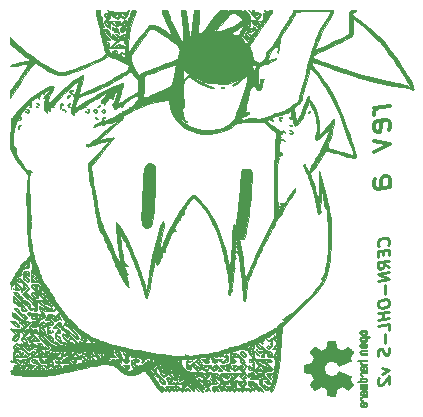
<source format=gbo>
%TF.GenerationSoftware,KiCad,Pcbnew,(6.0.1)*%
%TF.CreationDate,2022-02-03T01:47:34-08:00*%
%TF.ProjectId,sd2ps2,73643270-7332-42e6-9b69-6361645f7063,rev?*%
%TF.SameCoordinates,Original*%
%TF.FileFunction,Legend,Bot*%
%TF.FilePolarity,Positive*%
%FSLAX46Y46*%
G04 Gerber Fmt 4.6, Leading zero omitted, Abs format (unit mm)*
G04 Created by KiCad (PCBNEW (6.0.1)) date 2022-02-03 01:47:34*
%MOMM*%
%LPD*%
G01*
G04 APERTURE LIST*
%ADD10C,0.350000*%
%ADD11C,0.250000*%
%ADD12C,0.010000*%
G04 APERTURE END LIST*
D10*
X198704761Y-91582083D02*
X197371428Y-91748750D01*
X197752380Y-91701130D02*
X197561904Y-91820178D01*
X197466666Y-91927321D01*
X197371428Y-92129702D01*
X197371428Y-92320178D01*
X198609523Y-93593988D02*
X198704761Y-93391607D01*
X198704761Y-93010654D01*
X198609523Y-92832083D01*
X198419047Y-92760654D01*
X197657142Y-92855892D01*
X197466666Y-92974940D01*
X197371428Y-93177321D01*
X197371428Y-93558273D01*
X197466666Y-93736845D01*
X197657142Y-93808273D01*
X197847619Y-93784464D01*
X198038095Y-92808273D01*
X197371428Y-94510654D02*
X198704761Y-94820178D01*
X197371428Y-95463035D01*
X198704761Y-98439226D02*
X197657142Y-98570178D01*
X197466666Y-98498750D01*
X197371428Y-98320178D01*
X197371428Y-97939226D01*
X197466666Y-97736845D01*
X198609523Y-98451130D02*
X198704761Y-98248750D01*
X198704761Y-97772559D01*
X198609523Y-97593988D01*
X198419047Y-97522559D01*
X198228571Y-97546369D01*
X198038095Y-97665416D01*
X197942857Y-97867797D01*
X197942857Y-98343988D01*
X197847619Y-98546369D01*
D11*
X198557142Y-103345803D02*
X198604761Y-103292232D01*
X198652380Y-103143422D01*
X198652380Y-103048184D01*
X198604761Y-102911279D01*
X198509523Y-102827946D01*
X198414285Y-102792232D01*
X198223809Y-102768422D01*
X198080952Y-102786279D01*
X197890476Y-102857708D01*
X197795238Y-102917232D01*
X197700000Y-103024375D01*
X197652380Y-103173184D01*
X197652380Y-103268422D01*
X197700000Y-103405327D01*
X197747619Y-103446994D01*
X198128571Y-103827946D02*
X198128571Y-104161279D01*
X198652380Y-104238660D02*
X198652380Y-103762470D01*
X197652380Y-103887470D01*
X197652380Y-104363660D01*
X198652380Y-105238660D02*
X198176190Y-104964851D01*
X198652380Y-104667232D02*
X197652380Y-104792232D01*
X197652380Y-105173184D01*
X197700000Y-105262470D01*
X197747619Y-105304136D01*
X197842857Y-105339851D01*
X197985714Y-105321994D01*
X198080952Y-105262470D01*
X198128571Y-105208898D01*
X198176190Y-105107708D01*
X198176190Y-104726755D01*
X198652380Y-105667232D02*
X197652380Y-105792232D01*
X198652380Y-106238660D01*
X197652380Y-106363660D01*
X198271428Y-106762470D02*
X198271428Y-107524375D01*
X197652380Y-108268422D02*
X197652380Y-108458898D01*
X197700000Y-108548184D01*
X197795238Y-108631517D01*
X197985714Y-108655327D01*
X198319047Y-108613660D01*
X198509523Y-108542232D01*
X198604761Y-108435089D01*
X198652380Y-108333898D01*
X198652380Y-108143422D01*
X198604761Y-108054136D01*
X198509523Y-107970803D01*
X198319047Y-107946994D01*
X197985714Y-107988660D01*
X197795238Y-108060089D01*
X197700000Y-108167232D01*
X197652380Y-108268422D01*
X198652380Y-109000565D02*
X197652380Y-109125565D01*
X198128571Y-109066041D02*
X198128571Y-109637470D01*
X198652380Y-109571994D02*
X197652380Y-109696994D01*
X198652380Y-110524375D02*
X198652380Y-110048184D01*
X197652380Y-110173184D01*
X198271428Y-110905327D02*
X198271428Y-111667232D01*
X198604761Y-112054136D02*
X198652380Y-112191041D01*
X198652380Y-112429136D01*
X198604761Y-112530327D01*
X198557142Y-112583898D01*
X198461904Y-112643422D01*
X198366666Y-112655327D01*
X198271428Y-112619613D01*
X198223809Y-112577946D01*
X198176190Y-112488660D01*
X198128571Y-112304136D01*
X198080952Y-112214851D01*
X198033333Y-112173184D01*
X197938095Y-112137470D01*
X197842857Y-112149375D01*
X197747619Y-112208898D01*
X197700000Y-112262470D01*
X197652380Y-112363660D01*
X197652380Y-112601755D01*
X197700000Y-112738660D01*
X197985714Y-113798184D02*
X198652380Y-113952946D01*
X197985714Y-114274375D01*
X197747619Y-114637470D02*
X197700000Y-114691041D01*
X197652380Y-114792232D01*
X197652380Y-115030327D01*
X197700000Y-115119613D01*
X197747619Y-115161279D01*
X197842857Y-115196994D01*
X197938095Y-115185089D01*
X198080952Y-115119613D01*
X198652380Y-114476755D01*
X198652380Y-115095803D01*
D12*
%TO.C,G\u002A\u002A\u002A*%
X184627546Y-90050547D02*
X184679890Y-90020245D01*
X184679890Y-90020245D02*
X184664965Y-90005341D01*
X184664965Y-90005341D02*
X184571989Y-90000635D01*
X184571989Y-90000635D02*
X184523637Y-90000433D01*
X184523637Y-90000433D02*
X184403221Y-90002962D01*
X184403221Y-90002962D02*
X184364328Y-90014013D01*
X184364328Y-90014013D02*
X184396178Y-90038786D01*
X184396178Y-90038786D02*
X184419728Y-90050547D01*
X184419728Y-90050547D02*
X184548438Y-90075910D01*
X184548438Y-90075910D02*
X184627546Y-90050547D01*
X184627546Y-90050547D02*
X184627546Y-90050547D01*
G36*
X184571989Y-90000635D02*
G01*
X184664965Y-90005341D01*
X184679890Y-90020245D01*
X184627546Y-90050547D01*
X184548438Y-90075910D01*
X184419728Y-90050547D01*
X184396178Y-90038786D01*
X184364328Y-90014013D01*
X184403221Y-90002962D01*
X184523637Y-90000433D01*
X184571989Y-90000635D01*
G37*
X184571989Y-90000635D02*
X184664965Y-90005341D01*
X184679890Y-90020245D01*
X184627546Y-90050547D01*
X184548438Y-90075910D01*
X184419728Y-90050547D01*
X184396178Y-90038786D01*
X184364328Y-90014013D01*
X184403221Y-90002962D01*
X184523637Y-90000433D01*
X184571989Y-90000635D01*
X167243414Y-110254094D02*
X167242578Y-110159670D01*
X167242578Y-110159670D02*
X167185544Y-110016883D01*
X167185544Y-110016883D02*
X167058700Y-109900902D01*
X167058700Y-109900902D02*
X166883820Y-109826569D01*
X166883820Y-109826569D02*
X166725262Y-109807055D01*
X166725262Y-109807055D02*
X166535820Y-109807927D01*
X166535820Y-109807927D02*
X166678652Y-109946827D01*
X166678652Y-109946827D02*
X166836000Y-109946827D01*
X166836000Y-109946827D02*
X166863713Y-109901670D01*
X166863713Y-109901670D02*
X166946626Y-109930237D01*
X166946626Y-109930237D02*
X167037591Y-109994261D01*
X167037591Y-109994261D02*
X167121468Y-110081516D01*
X167121468Y-110081516D02*
X167158660Y-110162819D01*
X167158660Y-110162819D02*
X167141528Y-110214491D01*
X167141528Y-110214491D02*
X167110992Y-110221818D01*
X167110992Y-110221818D02*
X167043826Y-110189291D01*
X167043826Y-110189291D02*
X166954787Y-110112598D01*
X166954787Y-110112598D02*
X166875211Y-110023073D01*
X166875211Y-110023073D02*
X166836430Y-109952051D01*
X166836430Y-109952051D02*
X166836000Y-109946827D01*
X166836000Y-109946827D02*
X166678652Y-109946827D01*
X166678652Y-109946827D02*
X166820090Y-110084371D01*
X166820090Y-110084371D02*
X166997373Y-110242286D01*
X166997373Y-110242286D02*
X167125954Y-110323021D01*
X167125954Y-110323021D02*
X167207435Y-110326862D01*
X167207435Y-110326862D02*
X167243414Y-110254094D01*
X167243414Y-110254094D02*
X167243414Y-110254094D01*
G36*
X166725262Y-109807055D02*
G01*
X166883820Y-109826569D01*
X167058700Y-109900902D01*
X167185544Y-110016883D01*
X167242578Y-110159670D01*
X167243414Y-110254094D01*
X167207435Y-110326862D01*
X167125954Y-110323021D01*
X166997373Y-110242286D01*
X166820090Y-110084371D01*
X166678652Y-109946827D01*
X166836000Y-109946827D01*
X166836430Y-109952051D01*
X166875211Y-110023073D01*
X166954787Y-110112598D01*
X167043826Y-110189291D01*
X167110992Y-110221818D01*
X167141528Y-110214491D01*
X167158660Y-110162819D01*
X167121468Y-110081516D01*
X167037591Y-109994261D01*
X166946626Y-109930237D01*
X166863713Y-109901670D01*
X166836000Y-109946827D01*
X166678652Y-109946827D01*
X166535820Y-109807927D01*
X166725262Y-109807055D01*
G37*
X166725262Y-109807055D02*
X166883820Y-109826569D01*
X167058700Y-109900902D01*
X167185544Y-110016883D01*
X167242578Y-110159670D01*
X167243414Y-110254094D01*
X167207435Y-110326862D01*
X167125954Y-110323021D01*
X166997373Y-110242286D01*
X166820090Y-110084371D01*
X166678652Y-109946827D01*
X166836000Y-109946827D01*
X166836430Y-109952051D01*
X166875211Y-110023073D01*
X166954787Y-110112598D01*
X167043826Y-110189291D01*
X167110992Y-110221818D01*
X167141528Y-110214491D01*
X167158660Y-110162819D01*
X167121468Y-110081516D01*
X167037591Y-109994261D01*
X166946626Y-109930237D01*
X166863713Y-109901670D01*
X166836000Y-109946827D01*
X166678652Y-109946827D01*
X166535820Y-109807927D01*
X166725262Y-109807055D01*
X175850140Y-87206112D02*
X175923331Y-87146022D01*
X175923331Y-87146022D02*
X176020024Y-87133644D01*
X176020024Y-87133644D02*
X176093762Y-87174472D01*
X176093762Y-87174472D02*
X176095455Y-87177091D01*
X176095455Y-87177091D02*
X176153639Y-87216886D01*
X176153639Y-87216886D02*
X176223303Y-87217413D01*
X176223303Y-87217413D02*
X176257091Y-87178322D01*
X176257091Y-87178322D02*
X176257091Y-87178277D01*
X176257091Y-87178277D02*
X176219891Y-87130548D01*
X176219891Y-87130548D02*
X176131737Y-87069984D01*
X176131737Y-87069984D02*
X176027797Y-87017122D01*
X176027797Y-87017122D02*
X175943241Y-86992499D01*
X175943241Y-86992499D02*
X175938731Y-86992364D01*
X175938731Y-86992364D02*
X175880458Y-87026423D01*
X175880458Y-87026423D02*
X175822909Y-87092254D01*
X175822909Y-87092254D02*
X175779923Y-87181921D01*
X175779923Y-87181921D02*
X175780499Y-87236729D01*
X175780499Y-87236729D02*
X175820653Y-87241424D01*
X175820653Y-87241424D02*
X175850140Y-87206112D01*
X175850140Y-87206112D02*
X175850140Y-87206112D01*
G36*
X175943241Y-86992499D02*
G01*
X176027797Y-87017122D01*
X176131737Y-87069984D01*
X176219891Y-87130548D01*
X176257091Y-87178277D01*
X176257091Y-87178322D01*
X176223303Y-87217413D01*
X176153639Y-87216886D01*
X176095455Y-87177091D01*
X176093762Y-87174472D01*
X176020024Y-87133644D01*
X175923331Y-87146022D01*
X175850140Y-87206112D01*
X175820653Y-87241424D01*
X175780499Y-87236729D01*
X175779923Y-87181921D01*
X175822909Y-87092254D01*
X175880458Y-87026423D01*
X175938731Y-86992364D01*
X175943241Y-86992499D01*
G37*
X175943241Y-86992499D02*
X176027797Y-87017122D01*
X176131737Y-87069984D01*
X176219891Y-87130548D01*
X176257091Y-87178277D01*
X176257091Y-87178322D01*
X176223303Y-87217413D01*
X176153639Y-87216886D01*
X176095455Y-87177091D01*
X176093762Y-87174472D01*
X176020024Y-87133644D01*
X175923331Y-87146022D01*
X175850140Y-87206112D01*
X175820653Y-87241424D01*
X175780499Y-87236729D01*
X175779923Y-87181921D01*
X175822909Y-87092254D01*
X175880458Y-87026423D01*
X175938731Y-86992364D01*
X175943241Y-86992499D01*
X173826269Y-92150436D02*
X173889032Y-92086083D01*
X173889032Y-92086083D02*
X173899075Y-91985753D01*
X173899075Y-91985753D02*
X173864800Y-91882720D01*
X173864800Y-91882720D02*
X173794607Y-91810256D01*
X173794607Y-91810256D02*
X173736601Y-91795273D01*
X173736601Y-91795273D02*
X173663527Y-91827432D01*
X173663527Y-91827432D02*
X173626569Y-91862327D01*
X173626569Y-91862327D02*
X173587279Y-91966673D01*
X173587279Y-91966673D02*
X173599428Y-92010788D01*
X173599428Y-92010788D02*
X173670910Y-92010788D01*
X173670910Y-92010788D02*
X173691132Y-91932555D01*
X173691132Y-91932555D02*
X173701297Y-91918825D01*
X173701297Y-91918825D02*
X173754607Y-91915661D01*
X173754607Y-91915661D02*
X173811837Y-91960177D01*
X173811837Y-91960177D02*
X173834123Y-92018194D01*
X173834123Y-92018194D02*
X173829312Y-92031415D01*
X173829312Y-92031415D02*
X173768595Y-92070054D01*
X173768595Y-92070054D02*
X173699791Y-92058923D01*
X173699791Y-92058923D02*
X173670910Y-92010788D01*
X173670910Y-92010788D02*
X173599428Y-92010788D01*
X173599428Y-92010788D02*
X173615584Y-92069446D01*
X173615584Y-92069446D02*
X173692148Y-92142751D01*
X173692148Y-92142751D02*
X173797633Y-92158688D01*
X173797633Y-92158688D02*
X173826269Y-92150436D01*
X173826269Y-92150436D02*
X173826269Y-92150436D01*
G36*
X173626569Y-91862327D02*
G01*
X173663527Y-91827432D01*
X173736601Y-91795273D01*
X173794607Y-91810256D01*
X173864800Y-91882720D01*
X173899075Y-91985753D01*
X173889032Y-92086083D01*
X173826269Y-92150436D01*
X173797633Y-92158688D01*
X173692148Y-92142751D01*
X173615584Y-92069446D01*
X173599428Y-92010788D01*
X173670910Y-92010788D01*
X173699791Y-92058923D01*
X173768595Y-92070054D01*
X173829312Y-92031415D01*
X173834123Y-92018194D01*
X173811837Y-91960177D01*
X173754607Y-91915661D01*
X173701297Y-91918825D01*
X173691132Y-91932555D01*
X173670910Y-92010788D01*
X173599428Y-92010788D01*
X173587279Y-91966673D01*
X173626569Y-91862327D01*
G37*
X173626569Y-91862327D02*
X173663527Y-91827432D01*
X173736601Y-91795273D01*
X173794607Y-91810256D01*
X173864800Y-91882720D01*
X173899075Y-91985753D01*
X173889032Y-92086083D01*
X173826269Y-92150436D01*
X173797633Y-92158688D01*
X173692148Y-92142751D01*
X173615584Y-92069446D01*
X173599428Y-92010788D01*
X173670910Y-92010788D01*
X173699791Y-92058923D01*
X173768595Y-92070054D01*
X173829312Y-92031415D01*
X173834123Y-92018194D01*
X173811837Y-91960177D01*
X173754607Y-91915661D01*
X173701297Y-91918825D01*
X173691132Y-91932555D01*
X173670910Y-92010788D01*
X173599428Y-92010788D01*
X173587279Y-91966673D01*
X173626569Y-91862327D01*
X174304858Y-112723367D02*
X174317455Y-112669455D01*
X174317455Y-112669455D02*
X174284590Y-112595159D01*
X174284590Y-112595159D02*
X174214595Y-112578932D01*
X174214595Y-112578932D02*
X174155819Y-112623273D01*
X174155819Y-112623273D02*
X174149800Y-112700733D01*
X174149800Y-112700733D02*
X174209856Y-112754877D01*
X174209856Y-112754877D02*
X174250908Y-112761818D01*
X174250908Y-112761818D02*
X174304858Y-112723367D01*
X174304858Y-112723367D02*
X174304858Y-112723367D01*
G36*
X174284590Y-112595159D02*
G01*
X174317455Y-112669455D01*
X174304858Y-112723367D01*
X174250908Y-112761818D01*
X174209856Y-112754877D01*
X174149800Y-112700733D01*
X174155819Y-112623273D01*
X174214595Y-112578932D01*
X174284590Y-112595159D01*
G37*
X174284590Y-112595159D02*
X174317455Y-112669455D01*
X174304858Y-112723367D01*
X174250908Y-112761818D01*
X174209856Y-112754877D01*
X174149800Y-112700733D01*
X174155819Y-112623273D01*
X174214595Y-112578932D01*
X174284590Y-112595159D01*
X166821511Y-107051624D02*
X166812910Y-107035273D01*
X166812910Y-107035273D02*
X166769396Y-106991169D01*
X166769396Y-106991169D02*
X166761277Y-106989091D01*
X166761277Y-106989091D02*
X166758126Y-107018922D01*
X166758126Y-107018922D02*
X166766728Y-107035273D01*
X166766728Y-107035273D02*
X166810241Y-107079377D01*
X166810241Y-107079377D02*
X166818361Y-107081455D01*
X166818361Y-107081455D02*
X166821511Y-107051624D01*
X166821511Y-107051624D02*
X166821511Y-107051624D01*
G36*
X166769396Y-106991169D02*
G01*
X166812910Y-107035273D01*
X166821511Y-107051624D01*
X166818361Y-107081455D01*
X166810241Y-107079377D01*
X166766728Y-107035273D01*
X166758126Y-107018922D01*
X166761277Y-106989091D01*
X166769396Y-106991169D01*
G37*
X166769396Y-106991169D02*
X166812910Y-107035273D01*
X166821511Y-107051624D01*
X166818361Y-107081455D01*
X166810241Y-107079377D01*
X166766728Y-107035273D01*
X166758126Y-107018922D01*
X166761277Y-106989091D01*
X166769396Y-106991169D01*
X179588182Y-113885066D02*
X179568164Y-113809370D01*
X179568164Y-113809370D02*
X179511375Y-113716572D01*
X179511375Y-113716572D02*
X179459984Y-113660159D01*
X179459984Y-113660159D02*
X179351706Y-113571910D01*
X179351706Y-113571910D02*
X179282810Y-113551224D01*
X179282810Y-113551224D02*
X179238694Y-113588439D01*
X179238694Y-113588439D02*
X179257101Y-113635002D01*
X179257101Y-113635002D02*
X179322390Y-113715753D01*
X179322390Y-113715753D02*
X179410297Y-113805978D01*
X179410297Y-113805978D02*
X179496556Y-113880967D01*
X179496556Y-113880967D02*
X179556901Y-113916008D01*
X179556901Y-113916008D02*
X179560698Y-113916364D01*
X179560698Y-113916364D02*
X179588182Y-113885066D01*
X179588182Y-113885066D02*
X179588182Y-113885066D01*
G36*
X179351706Y-113571910D02*
G01*
X179459984Y-113660159D01*
X179511375Y-113716572D01*
X179568164Y-113809370D01*
X179588182Y-113885066D01*
X179560698Y-113916364D01*
X179556901Y-113916008D01*
X179496556Y-113880967D01*
X179410297Y-113805978D01*
X179322390Y-113715753D01*
X179257101Y-113635002D01*
X179238694Y-113588439D01*
X179282810Y-113551224D01*
X179351706Y-113571910D01*
G37*
X179351706Y-113571910D02*
X179459984Y-113660159D01*
X179511375Y-113716572D01*
X179568164Y-113809370D01*
X179588182Y-113885066D01*
X179560698Y-113916364D01*
X179556901Y-113916008D01*
X179496556Y-113880967D01*
X179410297Y-113805978D01*
X179322390Y-113715753D01*
X179257101Y-113635002D01*
X179238694Y-113588439D01*
X179282810Y-113551224D01*
X179351706Y-113571910D01*
X171578615Y-91669820D02*
X171539871Y-91603835D01*
X171539871Y-91603835D02*
X171520084Y-91586978D01*
X171520084Y-91586978D02*
X171459413Y-91530918D01*
X171459413Y-91530918D02*
X171472192Y-91488620D01*
X171472192Y-91488620D02*
X171511910Y-91455363D01*
X171511910Y-91455363D02*
X171576293Y-91393580D01*
X171576293Y-91393580D02*
X171592728Y-91363000D01*
X171592728Y-91363000D02*
X171560334Y-91333358D01*
X171560334Y-91333358D02*
X171488971Y-91345713D01*
X171488971Y-91345713D02*
X171417370Y-91392121D01*
X171417370Y-91392121D02*
X171409842Y-91400509D01*
X171409842Y-91400509D02*
X171368945Y-91511471D01*
X171368945Y-91511471D02*
X171407266Y-91622255D01*
X171407266Y-91622255D02*
X171463513Y-91673235D01*
X171463513Y-91673235D02*
X171547666Y-91701334D01*
X171547666Y-91701334D02*
X171578615Y-91669820D01*
X171578615Y-91669820D02*
X171578615Y-91669820D01*
G36*
X171592728Y-91363000D02*
G01*
X171576293Y-91393580D01*
X171511910Y-91455363D01*
X171472192Y-91488620D01*
X171459413Y-91530918D01*
X171520084Y-91586978D01*
X171539871Y-91603835D01*
X171578615Y-91669820D01*
X171547666Y-91701334D01*
X171463513Y-91673235D01*
X171407266Y-91622255D01*
X171368945Y-91511471D01*
X171409842Y-91400509D01*
X171417370Y-91392121D01*
X171488971Y-91345713D01*
X171560334Y-91333358D01*
X171592728Y-91363000D01*
G37*
X171592728Y-91363000D02*
X171576293Y-91393580D01*
X171511910Y-91455363D01*
X171472192Y-91488620D01*
X171459413Y-91530918D01*
X171520084Y-91586978D01*
X171539871Y-91603835D01*
X171578615Y-91669820D01*
X171547666Y-91701334D01*
X171463513Y-91673235D01*
X171407266Y-91622255D01*
X171368945Y-91511471D01*
X171409842Y-91400509D01*
X171417370Y-91392121D01*
X171488971Y-91345713D01*
X171560334Y-91333358D01*
X171592728Y-91363000D01*
X168716858Y-113877912D02*
X168729455Y-113824000D01*
X168729455Y-113824000D02*
X168696590Y-113749705D01*
X168696590Y-113749705D02*
X168626595Y-113733478D01*
X168626595Y-113733478D02*
X168567819Y-113777818D01*
X168567819Y-113777818D02*
X168561800Y-113855279D01*
X168561800Y-113855279D02*
X168621856Y-113909422D01*
X168621856Y-113909422D02*
X168662908Y-113916364D01*
X168662908Y-113916364D02*
X168716858Y-113877912D01*
X168716858Y-113877912D02*
X168716858Y-113877912D01*
G36*
X168696590Y-113749705D02*
G01*
X168729455Y-113824000D01*
X168716858Y-113877912D01*
X168662908Y-113916364D01*
X168621856Y-113909422D01*
X168561800Y-113855279D01*
X168567819Y-113777818D01*
X168626595Y-113733478D01*
X168696590Y-113749705D01*
G37*
X168696590Y-113749705D02*
X168729455Y-113824000D01*
X168716858Y-113877912D01*
X168662908Y-113916364D01*
X168621856Y-113909422D01*
X168561800Y-113855279D01*
X168567819Y-113777818D01*
X168626595Y-113733478D01*
X168696590Y-113749705D01*
X174530668Y-92104941D02*
X174586436Y-92011430D01*
X174586436Y-92011430D02*
X174569993Y-91905397D01*
X174569993Y-91905397D02*
X174566269Y-91899182D01*
X174566269Y-91899182D02*
X174475868Y-91815951D01*
X174475868Y-91815951D02*
X174376555Y-91821774D01*
X174376555Y-91821774D02*
X174300958Y-91892237D01*
X174300958Y-91892237D02*
X174265873Y-91988666D01*
X174265873Y-91988666D02*
X174345479Y-91988666D01*
X174345479Y-91988666D02*
X174389995Y-91931437D01*
X174389995Y-91931437D02*
X174448013Y-91909150D01*
X174448013Y-91909150D02*
X174461233Y-91913961D01*
X174461233Y-91913961D02*
X174498831Y-91977450D01*
X174498831Y-91977450D02*
X174502182Y-92005817D01*
X174502182Y-92005817D02*
X174467745Y-92061766D01*
X174467745Y-92061766D02*
X174394950Y-92068821D01*
X174394950Y-92068821D02*
X174348644Y-92041977D01*
X174348644Y-92041977D02*
X174345479Y-91988666D01*
X174345479Y-91988666D02*
X174265873Y-91988666D01*
X174265873Y-91988666D02*
X174259877Y-92005144D01*
X174259877Y-92005144D02*
X174284895Y-92101874D01*
X174284895Y-92101874D02*
X174363543Y-92154746D01*
X174363543Y-92154746D02*
X174419772Y-92155984D01*
X174419772Y-92155984D02*
X174530668Y-92104941D01*
X174530668Y-92104941D02*
X174530668Y-92104941D01*
G36*
X174376555Y-91821774D02*
G01*
X174475868Y-91815951D01*
X174566269Y-91899182D01*
X174569993Y-91905397D01*
X174586436Y-92011430D01*
X174530668Y-92104941D01*
X174419772Y-92155984D01*
X174363543Y-92154746D01*
X174284895Y-92101874D01*
X174259877Y-92005144D01*
X174265873Y-91988666D01*
X174345479Y-91988666D01*
X174348644Y-92041977D01*
X174394950Y-92068821D01*
X174467745Y-92061766D01*
X174502182Y-92005817D01*
X174498831Y-91977450D01*
X174461233Y-91913961D01*
X174448013Y-91909150D01*
X174389995Y-91931437D01*
X174345479Y-91988666D01*
X174265873Y-91988666D01*
X174300958Y-91892237D01*
X174376555Y-91821774D01*
G37*
X174376555Y-91821774D02*
X174475868Y-91815951D01*
X174566269Y-91899182D01*
X174569993Y-91905397D01*
X174586436Y-92011430D01*
X174530668Y-92104941D01*
X174419772Y-92155984D01*
X174363543Y-92154746D01*
X174284895Y-92101874D01*
X174259877Y-92005144D01*
X174265873Y-91988666D01*
X174345479Y-91988666D01*
X174348644Y-92041977D01*
X174394950Y-92068821D01*
X174467745Y-92061766D01*
X174502182Y-92005817D01*
X174498831Y-91977450D01*
X174461233Y-91913961D01*
X174448013Y-91909150D01*
X174389995Y-91931437D01*
X174345479Y-91988666D01*
X174265873Y-91988666D01*
X174300958Y-91892237D01*
X174376555Y-91821774D01*
X190373659Y-92703190D02*
X190372575Y-92649732D01*
X190372575Y-92649732D02*
X190347614Y-92609561D01*
X190347614Y-92609561D02*
X190275937Y-92552912D01*
X190275937Y-92552912D02*
X190190524Y-92518392D01*
X190190524Y-92518392D02*
X190125993Y-92516582D01*
X190125993Y-92516582D02*
X190111637Y-92537441D01*
X190111637Y-92537441D02*
X190145652Y-92590111D01*
X190145652Y-92590111D02*
X190223859Y-92650834D01*
X190223859Y-92650834D02*
X190310497Y-92696988D01*
X190310497Y-92696988D02*
X190369805Y-92705952D01*
X190369805Y-92705952D02*
X190373659Y-92703190D01*
X190373659Y-92703190D02*
X190373659Y-92703190D01*
G36*
X190190524Y-92518392D02*
G01*
X190275937Y-92552912D01*
X190347614Y-92609561D01*
X190372575Y-92649732D01*
X190373659Y-92703190D01*
X190369805Y-92705952D01*
X190310497Y-92696988D01*
X190223859Y-92650834D01*
X190145652Y-92590111D01*
X190111637Y-92537441D01*
X190125993Y-92516582D01*
X190190524Y-92518392D01*
G37*
X190190524Y-92518392D02*
X190275937Y-92552912D01*
X190347614Y-92609561D01*
X190372575Y-92649732D01*
X190373659Y-92703190D01*
X190369805Y-92705952D01*
X190310497Y-92696988D01*
X190223859Y-92650834D01*
X190145652Y-92590111D01*
X190111637Y-92537441D01*
X190125993Y-92516582D01*
X190190524Y-92518392D01*
X186241539Y-113703339D02*
X186248289Y-113633992D01*
X186248289Y-113633992D02*
X186206399Y-113573723D01*
X186206399Y-113573723D02*
X186128229Y-113521070D01*
X186128229Y-113521070D02*
X186048529Y-113499439D01*
X186048529Y-113499439D02*
X186003234Y-113517048D01*
X186003234Y-113517048D02*
X186001455Y-113526854D01*
X186001455Y-113526854D02*
X186030127Y-113611738D01*
X186030127Y-113611738D02*
X186094261Y-113693950D01*
X186094261Y-113693950D02*
X186161039Y-113731624D01*
X186161039Y-113731624D02*
X186161991Y-113731636D01*
X186161991Y-113731636D02*
X186241539Y-113703339D01*
X186241539Y-113703339D02*
X186241539Y-113703339D01*
G36*
X186128229Y-113521070D02*
G01*
X186206399Y-113573723D01*
X186248289Y-113633992D01*
X186241539Y-113703339D01*
X186161991Y-113731636D01*
X186161039Y-113731624D01*
X186094261Y-113693950D01*
X186030127Y-113611738D01*
X186001455Y-113526854D01*
X186003234Y-113517048D01*
X186048529Y-113499439D01*
X186128229Y-113521070D01*
G37*
X186128229Y-113521070D02*
X186206399Y-113573723D01*
X186248289Y-113633992D01*
X186241539Y-113703339D01*
X186161991Y-113731636D01*
X186161039Y-113731624D01*
X186094261Y-113693950D01*
X186030127Y-113611738D01*
X186001455Y-113526854D01*
X186003234Y-113517048D01*
X186048529Y-113499439D01*
X186128229Y-113521070D01*
X169032213Y-112526741D02*
X169019476Y-112469899D01*
X169019476Y-112469899D02*
X168956556Y-112378009D01*
X168956556Y-112378009D02*
X168864955Y-112274266D01*
X168864955Y-112274266D02*
X168766175Y-112181867D01*
X168766175Y-112181867D02*
X168681718Y-112124009D01*
X168681718Y-112124009D02*
X168650810Y-112115273D01*
X168650810Y-112115273D02*
X168595454Y-112125325D01*
X168595454Y-112125325D02*
X168590910Y-112131514D01*
X168590910Y-112131514D02*
X168619750Y-112171584D01*
X168619750Y-112171584D02*
X168692337Y-112253294D01*
X168692337Y-112253294D02*
X168729455Y-112292730D01*
X168729455Y-112292730D02*
X168815334Y-112397698D01*
X168815334Y-112397698D02*
X168863927Y-112486380D01*
X168863927Y-112486380D02*
X168868000Y-112507398D01*
X168868000Y-112507398D02*
X168900973Y-112565107D01*
X168900973Y-112565107D02*
X168970792Y-112572381D01*
X168970792Y-112572381D02*
X169032213Y-112526741D01*
X169032213Y-112526741D02*
X169032213Y-112526741D01*
G36*
X168681718Y-112124009D02*
G01*
X168766175Y-112181867D01*
X168864955Y-112274266D01*
X168956556Y-112378009D01*
X169019476Y-112469899D01*
X169032213Y-112526741D01*
X168970792Y-112572381D01*
X168900973Y-112565107D01*
X168868000Y-112507398D01*
X168863927Y-112486380D01*
X168815334Y-112397698D01*
X168729455Y-112292730D01*
X168692337Y-112253294D01*
X168619750Y-112171584D01*
X168590910Y-112131514D01*
X168595454Y-112125325D01*
X168650810Y-112115273D01*
X168681718Y-112124009D01*
G37*
X168681718Y-112124009D02*
X168766175Y-112181867D01*
X168864955Y-112274266D01*
X168956556Y-112378009D01*
X169019476Y-112469899D01*
X169032213Y-112526741D01*
X168970792Y-112572381D01*
X168900973Y-112565107D01*
X168868000Y-112507398D01*
X168863927Y-112486380D01*
X168815334Y-112397698D01*
X168729455Y-112292730D01*
X168692337Y-112253294D01*
X168619750Y-112171584D01*
X168590910Y-112131514D01*
X168595454Y-112125325D01*
X168650810Y-112115273D01*
X168681718Y-112124009D01*
X169407326Y-113890692D02*
X169414023Y-113839373D01*
X169414023Y-113839373D02*
X169370267Y-113761046D01*
X169370267Y-113761046D02*
X169301882Y-113742349D01*
X169301882Y-113742349D02*
X169269205Y-113761462D01*
X169269205Y-113761462D02*
X169236489Y-113840695D01*
X169236489Y-113840695D02*
X169277820Y-113902982D01*
X169277820Y-113902982D02*
X169333205Y-113916364D01*
X169333205Y-113916364D02*
X169407326Y-113890692D01*
X169407326Y-113890692D02*
X169407326Y-113890692D01*
G36*
X169370267Y-113761046D02*
G01*
X169414023Y-113839373D01*
X169407326Y-113890692D01*
X169333205Y-113916364D01*
X169277820Y-113902982D01*
X169236489Y-113840695D01*
X169269205Y-113761462D01*
X169301882Y-113742349D01*
X169370267Y-113761046D01*
G37*
X169370267Y-113761046D02*
X169414023Y-113839373D01*
X169407326Y-113890692D01*
X169333205Y-113916364D01*
X169277820Y-113902982D01*
X169236489Y-113840695D01*
X169269205Y-113761462D01*
X169301882Y-113742349D01*
X169370267Y-113761046D01*
X168082497Y-106443825D02*
X168126033Y-106394441D01*
X168126033Y-106394441D02*
X168139927Y-106337483D01*
X168139927Y-106337483D02*
X168113687Y-106268713D01*
X168113687Y-106268713D02*
X168037047Y-106170105D01*
X168037047Y-106170105D02*
X167936516Y-106061762D01*
X167936516Y-106061762D02*
X167820521Y-105927377D01*
X167820521Y-105927377D02*
X167764221Y-105833928D01*
X167764221Y-105833928D02*
X167767178Y-105789190D01*
X167767178Y-105789190D02*
X167828955Y-105800935D01*
X167828955Y-105800935D02*
X167947003Y-105875376D01*
X167947003Y-105875376D02*
X168041144Y-105940288D01*
X168041144Y-105940288D02*
X168100100Y-105972363D01*
X168100100Y-105972363D02*
X168104130Y-105973091D01*
X168104130Y-105973091D02*
X168125707Y-105933696D01*
X168125707Y-105933696D02*
X168130325Y-105838476D01*
X168130325Y-105838476D02*
X168120566Y-105721880D01*
X168120566Y-105721880D02*
X168099012Y-105618355D01*
X168099012Y-105618355D02*
X168073673Y-105566691D01*
X168073673Y-105566691D02*
X167993539Y-105530212D01*
X167993539Y-105530212D02*
X167867651Y-105511808D01*
X167867651Y-105511808D02*
X167842764Y-105511273D01*
X167842764Y-105511273D02*
X167727568Y-105518380D01*
X167727568Y-105518380D02*
X167677892Y-105551308D01*
X167677892Y-105551308D02*
X167667273Y-105626727D01*
X167667273Y-105626727D02*
X167661621Y-105647847D01*
X167661621Y-105647847D02*
X167897791Y-105647847D01*
X167897791Y-105647847D02*
X167929932Y-105587280D01*
X167929932Y-105587280D02*
X167996795Y-105568572D01*
X167996795Y-105568572D02*
X168051185Y-105614024D01*
X168051185Y-105614024D02*
X168059819Y-105653034D01*
X168059819Y-105653034D02*
X168021430Y-105715506D01*
X168021430Y-105715506D02*
X167979000Y-105733390D01*
X167979000Y-105733390D02*
X167914170Y-105713572D01*
X167914170Y-105713572D02*
X167897791Y-105647847D01*
X167897791Y-105647847D02*
X167661621Y-105647847D01*
X167661621Y-105647847D02*
X167642017Y-105721088D01*
X167642017Y-105721088D02*
X167593059Y-105742182D01*
X167593059Y-105742182D02*
X167542435Y-105765143D01*
X167542435Y-105765143D02*
X167553915Y-105823000D01*
X167553915Y-105823000D02*
X167585293Y-105925954D01*
X167585293Y-105925954D02*
X167610160Y-106054509D01*
X167610160Y-106054509D02*
X167630842Y-106113842D01*
X167630842Y-106113842D02*
X167713455Y-106113842D01*
X167713455Y-106113842D02*
X167740639Y-106068008D01*
X167740639Y-106068008D02*
X167813228Y-106089202D01*
X167813228Y-106089202D02*
X167917776Y-106173260D01*
X167917776Y-106173260D02*
X167923372Y-106178810D01*
X167923372Y-106178810D02*
X168008291Y-106281899D01*
X168008291Y-106281899D02*
X168036298Y-106357313D01*
X168036298Y-106357313D02*
X168001604Y-106388611D01*
X168001604Y-106388611D02*
X167997289Y-106388727D01*
X167997289Y-106388727D02*
X167933532Y-106357377D01*
X167933532Y-106357377D02*
X167844850Y-106283178D01*
X167844850Y-106283178D02*
X167761993Y-106195912D01*
X167761993Y-106195912D02*
X167715708Y-106125356D01*
X167715708Y-106125356D02*
X167713455Y-106113842D01*
X167713455Y-106113842D02*
X167630842Y-106113842D01*
X167630842Y-106113842D02*
X167658629Y-106193552D01*
X167658629Y-106193552D02*
X167751182Y-106328909D01*
X167751182Y-106328909D02*
X167864143Y-106433588D01*
X167864143Y-106433588D02*
X167973836Y-106480599D01*
X167973836Y-106480599D02*
X167984359Y-106481091D01*
X167984359Y-106481091D02*
X168082497Y-106443825D01*
X168082497Y-106443825D02*
X168082497Y-106443825D01*
G36*
X167585293Y-105925954D02*
G01*
X167553915Y-105823000D01*
X167542435Y-105765143D01*
X167593059Y-105742182D01*
X167642017Y-105721088D01*
X167661621Y-105647847D01*
X167897791Y-105647847D01*
X167914170Y-105713572D01*
X167979000Y-105733390D01*
X168021430Y-105715506D01*
X168059819Y-105653034D01*
X168051185Y-105614024D01*
X167996795Y-105568572D01*
X167929932Y-105587280D01*
X167897791Y-105647847D01*
X167661621Y-105647847D01*
X167667273Y-105626727D01*
X167677892Y-105551308D01*
X167727568Y-105518380D01*
X167842764Y-105511273D01*
X167867651Y-105511808D01*
X167993539Y-105530212D01*
X168073673Y-105566691D01*
X168099012Y-105618355D01*
X168120566Y-105721880D01*
X168130325Y-105838476D01*
X168125707Y-105933696D01*
X168104130Y-105973091D01*
X168100100Y-105972363D01*
X168041144Y-105940288D01*
X167947003Y-105875376D01*
X167828955Y-105800935D01*
X167767178Y-105789190D01*
X167764221Y-105833928D01*
X167820521Y-105927377D01*
X167936516Y-106061762D01*
X168037047Y-106170105D01*
X168113687Y-106268713D01*
X168139927Y-106337483D01*
X168126033Y-106394441D01*
X168082497Y-106443825D01*
X167984359Y-106481091D01*
X167973836Y-106480599D01*
X167864143Y-106433588D01*
X167751182Y-106328909D01*
X167658629Y-106193552D01*
X167630842Y-106113842D01*
X167713455Y-106113842D01*
X167715708Y-106125356D01*
X167761993Y-106195912D01*
X167844850Y-106283178D01*
X167933532Y-106357377D01*
X167997289Y-106388727D01*
X168001604Y-106388611D01*
X168036298Y-106357313D01*
X168008291Y-106281899D01*
X167923372Y-106178810D01*
X167917776Y-106173260D01*
X167813228Y-106089202D01*
X167740639Y-106068008D01*
X167713455Y-106113842D01*
X167630842Y-106113842D01*
X167610160Y-106054509D01*
X167585293Y-105925954D01*
G37*
X167585293Y-105925954D02*
X167553915Y-105823000D01*
X167542435Y-105765143D01*
X167593059Y-105742182D01*
X167642017Y-105721088D01*
X167661621Y-105647847D01*
X167897791Y-105647847D01*
X167914170Y-105713572D01*
X167979000Y-105733390D01*
X168021430Y-105715506D01*
X168059819Y-105653034D01*
X168051185Y-105614024D01*
X167996795Y-105568572D01*
X167929932Y-105587280D01*
X167897791Y-105647847D01*
X167661621Y-105647847D01*
X167667273Y-105626727D01*
X167677892Y-105551308D01*
X167727568Y-105518380D01*
X167842764Y-105511273D01*
X167867651Y-105511808D01*
X167993539Y-105530212D01*
X168073673Y-105566691D01*
X168099012Y-105618355D01*
X168120566Y-105721880D01*
X168130325Y-105838476D01*
X168125707Y-105933696D01*
X168104130Y-105973091D01*
X168100100Y-105972363D01*
X168041144Y-105940288D01*
X167947003Y-105875376D01*
X167828955Y-105800935D01*
X167767178Y-105789190D01*
X167764221Y-105833928D01*
X167820521Y-105927377D01*
X167936516Y-106061762D01*
X168037047Y-106170105D01*
X168113687Y-106268713D01*
X168139927Y-106337483D01*
X168126033Y-106394441D01*
X168082497Y-106443825D01*
X167984359Y-106481091D01*
X167973836Y-106480599D01*
X167864143Y-106433588D01*
X167751182Y-106328909D01*
X167658629Y-106193552D01*
X167630842Y-106113842D01*
X167713455Y-106113842D01*
X167715708Y-106125356D01*
X167761993Y-106195912D01*
X167844850Y-106283178D01*
X167933532Y-106357377D01*
X167997289Y-106388727D01*
X168001604Y-106388611D01*
X168036298Y-106357313D01*
X168008291Y-106281899D01*
X167923372Y-106178810D01*
X167917776Y-106173260D01*
X167813228Y-106089202D01*
X167740639Y-106068008D01*
X167713455Y-106113842D01*
X167630842Y-106113842D01*
X167610160Y-106054509D01*
X167585293Y-105925954D01*
X170494143Y-112726282D02*
X170584859Y-112668574D01*
X170584859Y-112668574D02*
X170677726Y-112586432D01*
X170677726Y-112586432D02*
X170744805Y-112503569D01*
X170744805Y-112503569D02*
X170761455Y-112457531D01*
X170761455Y-112457531D02*
X170733275Y-112399759D01*
X170733275Y-112399759D02*
X170662337Y-112405718D01*
X170662337Y-112405718D02*
X170569044Y-112471751D01*
X170569044Y-112471751D02*
X170545466Y-112496273D01*
X170545466Y-112496273D02*
X170445514Y-112618555D01*
X170445514Y-112618555D02*
X170410983Y-112694707D01*
X170410983Y-112694707D02*
X170433519Y-112735845D01*
X170433519Y-112735845D02*
X170494143Y-112726282D01*
X170494143Y-112726282D02*
X170494143Y-112726282D01*
G36*
X170761455Y-112457531D02*
G01*
X170744805Y-112503569D01*
X170677726Y-112586432D01*
X170584859Y-112668574D01*
X170494143Y-112726282D01*
X170433519Y-112735845D01*
X170410983Y-112694707D01*
X170445514Y-112618555D01*
X170545466Y-112496273D01*
X170569044Y-112471751D01*
X170662337Y-112405718D01*
X170733275Y-112399759D01*
X170761455Y-112457531D01*
G37*
X170761455Y-112457531D02*
X170744805Y-112503569D01*
X170677726Y-112586432D01*
X170584859Y-112668574D01*
X170494143Y-112726282D01*
X170433519Y-112735845D01*
X170410983Y-112694707D01*
X170445514Y-112618555D01*
X170545466Y-112496273D01*
X170569044Y-112471751D01*
X170662337Y-112405718D01*
X170733275Y-112399759D01*
X170761455Y-112457531D01*
X172998472Y-111463196D02*
X173005124Y-111431949D01*
X173005124Y-111431949D02*
X172983263Y-111385858D01*
X172983263Y-111385858D02*
X172917060Y-111300036D01*
X172917060Y-111300036D02*
X172808817Y-111194094D01*
X172808817Y-111194094D02*
X172683508Y-111088712D01*
X172683508Y-111088712D02*
X172566107Y-111004568D01*
X172566107Y-111004568D02*
X172481588Y-110962339D01*
X172481588Y-110962339D02*
X172469814Y-110960727D01*
X172469814Y-110960727D02*
X172444282Y-110982936D01*
X172444282Y-110982936D02*
X172493153Y-111052959D01*
X172493153Y-111052959D02*
X172493273Y-111053091D01*
X172493273Y-111053091D02*
X172548900Y-111126530D01*
X172548900Y-111126530D02*
X172539742Y-111182103D01*
X172539742Y-111182103D02*
X172499266Y-111231197D01*
X172499266Y-111231197D02*
X172448101Y-111300921D01*
X172448101Y-111300921D02*
X172453189Y-111316800D01*
X172453189Y-111316800D02*
X172623841Y-111316800D01*
X172623841Y-111316800D02*
X172657524Y-111252427D01*
X172657524Y-111252427D02*
X172701091Y-111237818D01*
X172701091Y-111237818D02*
X172760321Y-111271459D01*
X172760321Y-111271459D02*
X172772851Y-111288024D01*
X172772851Y-111288024D02*
X172778246Y-111358455D01*
X172778246Y-111358455D02*
X172729385Y-111405707D01*
X172729385Y-111405707D02*
X172662365Y-111400002D01*
X172662365Y-111400002D02*
X172649697Y-111389624D01*
X172649697Y-111389624D02*
X172623841Y-111316800D01*
X172623841Y-111316800D02*
X172453189Y-111316800D01*
X172453189Y-111316800D02*
X172463654Y-111349455D01*
X172463654Y-111349455D02*
X172493640Y-111376668D01*
X172493640Y-111376668D02*
X172580118Y-111415827D01*
X172580118Y-111415827D02*
X172719050Y-111448201D01*
X172719050Y-111448201D02*
X172800015Y-111458922D01*
X172800015Y-111458922D02*
X172936117Y-111469789D01*
X172936117Y-111469789D02*
X172998472Y-111463196D01*
X172998472Y-111463196D02*
X172998472Y-111463196D01*
G36*
X172499266Y-111231197D02*
G01*
X172539742Y-111182103D01*
X172548900Y-111126530D01*
X172493273Y-111053091D01*
X172493153Y-111052959D01*
X172444282Y-110982936D01*
X172469814Y-110960727D01*
X172481588Y-110962339D01*
X172566107Y-111004568D01*
X172683508Y-111088712D01*
X172808817Y-111194094D01*
X172917060Y-111300036D01*
X172983263Y-111385858D01*
X173005124Y-111431949D01*
X172998472Y-111463196D01*
X172936117Y-111469789D01*
X172800015Y-111458922D01*
X172719050Y-111448201D01*
X172580118Y-111415827D01*
X172493640Y-111376668D01*
X172463654Y-111349455D01*
X172453189Y-111316800D01*
X172623841Y-111316800D01*
X172649697Y-111389624D01*
X172662365Y-111400002D01*
X172729385Y-111405707D01*
X172778246Y-111358455D01*
X172772851Y-111288024D01*
X172760321Y-111271459D01*
X172701091Y-111237818D01*
X172657524Y-111252427D01*
X172623841Y-111316800D01*
X172453189Y-111316800D01*
X172448101Y-111300921D01*
X172499266Y-111231197D01*
G37*
X172499266Y-111231197D02*
X172539742Y-111182103D01*
X172548900Y-111126530D01*
X172493273Y-111053091D01*
X172493153Y-111052959D01*
X172444282Y-110982936D01*
X172469814Y-110960727D01*
X172481588Y-110962339D01*
X172566107Y-111004568D01*
X172683508Y-111088712D01*
X172808817Y-111194094D01*
X172917060Y-111300036D01*
X172983263Y-111385858D01*
X173005124Y-111431949D01*
X172998472Y-111463196D01*
X172936117Y-111469789D01*
X172800015Y-111458922D01*
X172719050Y-111448201D01*
X172580118Y-111415827D01*
X172493640Y-111376668D01*
X172463654Y-111349455D01*
X172453189Y-111316800D01*
X172623841Y-111316800D01*
X172649697Y-111389624D01*
X172662365Y-111400002D01*
X172729385Y-111405707D01*
X172778246Y-111358455D01*
X172772851Y-111288024D01*
X172760321Y-111271459D01*
X172701091Y-111237818D01*
X172657524Y-111252427D01*
X172623841Y-111316800D01*
X172453189Y-111316800D01*
X172448101Y-111300921D01*
X172499266Y-111231197D01*
X168091773Y-92108172D02*
X168122623Y-92018054D01*
X168122623Y-92018054D02*
X168106929Y-91915542D01*
X168106929Y-91915542D02*
X168049475Y-91831124D01*
X168049475Y-91831124D02*
X167955043Y-91795285D01*
X167955043Y-91795285D02*
X167953092Y-91795273D01*
X167953092Y-91795273D02*
X167916453Y-91808583D01*
X167916453Y-91808583D02*
X167948890Y-91857329D01*
X167948890Y-91857329D02*
X167982862Y-91890390D01*
X167982862Y-91890390D02*
X168053371Y-91982580D01*
X168053371Y-91982580D02*
X168041790Y-92039949D01*
X168041790Y-92039949D02*
X167953938Y-92050899D01*
X167953938Y-92050899D02*
X167906897Y-92041782D01*
X167906897Y-92041782D02*
X167823492Y-92025639D01*
X167823492Y-92025639D02*
X167815439Y-92046831D01*
X167815439Y-92046831D02*
X167847959Y-92090023D01*
X167847959Y-92090023D02*
X167941195Y-92148531D01*
X167941195Y-92148531D02*
X168009596Y-92155411D01*
X168009596Y-92155411D02*
X168091773Y-92108172D01*
X168091773Y-92108172D02*
X168091773Y-92108172D01*
G36*
X167955043Y-91795285D02*
G01*
X168049475Y-91831124D01*
X168106929Y-91915542D01*
X168122623Y-92018054D01*
X168091773Y-92108172D01*
X168009596Y-92155411D01*
X167941195Y-92148531D01*
X167847959Y-92090023D01*
X167815439Y-92046831D01*
X167823492Y-92025639D01*
X167906897Y-92041782D01*
X167953938Y-92050899D01*
X168041790Y-92039949D01*
X168053371Y-91982580D01*
X167982862Y-91890390D01*
X167948890Y-91857329D01*
X167916453Y-91808583D01*
X167953092Y-91795273D01*
X167955043Y-91795285D01*
G37*
X167955043Y-91795285D02*
X168049475Y-91831124D01*
X168106929Y-91915542D01*
X168122623Y-92018054D01*
X168091773Y-92108172D01*
X168009596Y-92155411D01*
X167941195Y-92148531D01*
X167847959Y-92090023D01*
X167815439Y-92046831D01*
X167823492Y-92025639D01*
X167906897Y-92041782D01*
X167953938Y-92050899D01*
X168041790Y-92039949D01*
X168053371Y-91982580D01*
X167982862Y-91890390D01*
X167948890Y-91857329D01*
X167916453Y-91808583D01*
X167953092Y-91795273D01*
X167955043Y-91795285D01*
X171223126Y-92022740D02*
X171223273Y-92015626D01*
X171223273Y-92015626D02*
X171186478Y-91921545D01*
X171186478Y-91921545D02*
X171099681Y-91857383D01*
X171099681Y-91857383D02*
X170998264Y-91840485D01*
X170998264Y-91840485D02*
X170930788Y-91872243D01*
X170930788Y-91872243D02*
X170900466Y-91932711D01*
X170900466Y-91932711D02*
X170947146Y-91955143D01*
X170947146Y-91955143D02*
X170985479Y-91949000D01*
X170985479Y-91949000D02*
X171083438Y-91961286D01*
X171083438Y-91961286D02*
X171147116Y-92002804D01*
X171147116Y-92002804D02*
X171205169Y-92048837D01*
X171205169Y-92048837D02*
X171223126Y-92022740D01*
X171223126Y-92022740D02*
X171223126Y-92022740D01*
G36*
X171099681Y-91857383D02*
G01*
X171186478Y-91921545D01*
X171223273Y-92015626D01*
X171223126Y-92022740D01*
X171205169Y-92048837D01*
X171147116Y-92002804D01*
X171083438Y-91961286D01*
X170985479Y-91949000D01*
X170947146Y-91955143D01*
X170900466Y-91932711D01*
X170930788Y-91872243D01*
X170998264Y-91840485D01*
X171099681Y-91857383D01*
G37*
X171099681Y-91857383D02*
X171186478Y-91921545D01*
X171223273Y-92015626D01*
X171223126Y-92022740D01*
X171205169Y-92048837D01*
X171147116Y-92002804D01*
X171083438Y-91961286D01*
X170985479Y-91949000D01*
X170947146Y-91955143D01*
X170900466Y-91932711D01*
X170930788Y-91872243D01*
X170998264Y-91840485D01*
X171099681Y-91857383D01*
X170776196Y-91800080D02*
X170805361Y-91774241D01*
X170805361Y-91774241D02*
X170865062Y-91707767D01*
X170865062Y-91707767D02*
X170860915Y-91646073D01*
X170860915Y-91646073D02*
X170823141Y-91582357D01*
X170823141Y-91582357D02*
X170779271Y-91506757D01*
X170779271Y-91506757D02*
X170796381Y-91477171D01*
X170796381Y-91477171D02*
X170889579Y-91472005D01*
X170889579Y-91472005D02*
X170900344Y-91472000D01*
X170900344Y-91472000D02*
X170997214Y-91466009D01*
X170997214Y-91466009D02*
X171017334Y-91440382D01*
X171017334Y-91440382D02*
X170992364Y-91402727D01*
X170992364Y-91402727D02*
X170901605Y-91342674D01*
X170901605Y-91342674D02*
X170805860Y-91344691D01*
X170805860Y-91344691D02*
X170743305Y-91406505D01*
X170743305Y-91406505D02*
X170725220Y-91498303D01*
X170725220Y-91498303D02*
X170715702Y-91633755D01*
X170715702Y-91633755D02*
X170715273Y-91667662D01*
X170715273Y-91667662D02*
X170717897Y-91784541D01*
X170717897Y-91784541D02*
X170734059Y-91823775D01*
X170734059Y-91823775D02*
X170776196Y-91800080D01*
X170776196Y-91800080D02*
X170776196Y-91800080D01*
G36*
X170992364Y-91402727D02*
G01*
X171017334Y-91440382D01*
X170997214Y-91466009D01*
X170900344Y-91472000D01*
X170889579Y-91472005D01*
X170796381Y-91477171D01*
X170779271Y-91506757D01*
X170823141Y-91582357D01*
X170860915Y-91646073D01*
X170865062Y-91707767D01*
X170805361Y-91774241D01*
X170776196Y-91800080D01*
X170734059Y-91823775D01*
X170717897Y-91784541D01*
X170715273Y-91667662D01*
X170715702Y-91633755D01*
X170725220Y-91498303D01*
X170743305Y-91406505D01*
X170805860Y-91344691D01*
X170901605Y-91342674D01*
X170992364Y-91402727D01*
G37*
X170992364Y-91402727D02*
X171017334Y-91440382D01*
X170997214Y-91466009D01*
X170900344Y-91472000D01*
X170889579Y-91472005D01*
X170796381Y-91477171D01*
X170779271Y-91506757D01*
X170823141Y-91582357D01*
X170860915Y-91646073D01*
X170865062Y-91707767D01*
X170805361Y-91774241D01*
X170776196Y-91800080D01*
X170734059Y-91823775D01*
X170717897Y-91784541D01*
X170715273Y-91667662D01*
X170715702Y-91633755D01*
X170725220Y-91498303D01*
X170743305Y-91406505D01*
X170805860Y-91344691D01*
X170901605Y-91342674D01*
X170992364Y-91402727D01*
X188624892Y-114665706D02*
X188582661Y-114606183D01*
X188582661Y-114606183D02*
X188561694Y-114589626D01*
X188561694Y-114589626D02*
X188513703Y-114547638D01*
X188513703Y-114547638D02*
X188507611Y-114503351D01*
X188507611Y-114503351D02*
X188549479Y-114432480D01*
X188549479Y-114432480D02*
X188624969Y-114336103D01*
X188624969Y-114336103D02*
X188776717Y-114147273D01*
X188776717Y-114147273D02*
X188578268Y-114152630D01*
X188578268Y-114152630D02*
X188434385Y-114160813D01*
X188434385Y-114160813D02*
X188320104Y-114174607D01*
X188320104Y-114174607D02*
X188299000Y-114179107D01*
X188299000Y-114179107D02*
X188230307Y-114236348D01*
X188230307Y-114236348D02*
X188218182Y-114282977D01*
X188218182Y-114282977D02*
X188222996Y-114298055D01*
X188222996Y-114298055D02*
X188281260Y-114298055D01*
X188281260Y-114298055D02*
X188296407Y-114269169D01*
X188296407Y-114269169D02*
X188369827Y-114239152D01*
X188369827Y-114239152D02*
X188434000Y-114266753D01*
X188434000Y-114266753D02*
X188449091Y-114308909D01*
X188449091Y-114308909D02*
X188413521Y-114370167D01*
X188413521Y-114370167D02*
X188382544Y-114378182D01*
X188382544Y-114378182D02*
X188306953Y-114352616D01*
X188306953Y-114352616D02*
X188281260Y-114298055D01*
X188281260Y-114298055D02*
X188222996Y-114298055D01*
X188222996Y-114298055D02*
X188251994Y-114388870D01*
X188251994Y-114388870D02*
X188336246Y-114512860D01*
X188336246Y-114512860D02*
X188445164Y-114620869D01*
X188445164Y-114620869D02*
X188502810Y-114659306D01*
X188502810Y-114659306D02*
X188593523Y-114689037D01*
X188593523Y-114689037D02*
X188624892Y-114665706D01*
X188624892Y-114665706D02*
X188624892Y-114665706D01*
G36*
X188230307Y-114236348D02*
G01*
X188299000Y-114179107D01*
X188320104Y-114174607D01*
X188434385Y-114160813D01*
X188578268Y-114152630D01*
X188776717Y-114147273D01*
X188624969Y-114336103D01*
X188549479Y-114432480D01*
X188507611Y-114503351D01*
X188513703Y-114547638D01*
X188561694Y-114589626D01*
X188582661Y-114606183D01*
X188624892Y-114665706D01*
X188593523Y-114689037D01*
X188502810Y-114659306D01*
X188445164Y-114620869D01*
X188336246Y-114512860D01*
X188251994Y-114388870D01*
X188222996Y-114298055D01*
X188281260Y-114298055D01*
X188306953Y-114352616D01*
X188382544Y-114378182D01*
X188413521Y-114370167D01*
X188449091Y-114308909D01*
X188434000Y-114266753D01*
X188369827Y-114239152D01*
X188296407Y-114269169D01*
X188281260Y-114298055D01*
X188222996Y-114298055D01*
X188218182Y-114282977D01*
X188230307Y-114236348D01*
G37*
X188230307Y-114236348D02*
X188299000Y-114179107D01*
X188320104Y-114174607D01*
X188434385Y-114160813D01*
X188578268Y-114152630D01*
X188776717Y-114147273D01*
X188624969Y-114336103D01*
X188549479Y-114432480D01*
X188507611Y-114503351D01*
X188513703Y-114547638D01*
X188561694Y-114589626D01*
X188582661Y-114606183D01*
X188624892Y-114665706D01*
X188593523Y-114689037D01*
X188502810Y-114659306D01*
X188445164Y-114620869D01*
X188336246Y-114512860D01*
X188251994Y-114388870D01*
X188222996Y-114298055D01*
X188281260Y-114298055D01*
X188306953Y-114352616D01*
X188382544Y-114378182D01*
X188413521Y-114370167D01*
X188449091Y-114308909D01*
X188434000Y-114266753D01*
X188369827Y-114239152D01*
X188296407Y-114269169D01*
X188281260Y-114298055D01*
X188222996Y-114298055D01*
X188218182Y-114282977D01*
X188230307Y-114236348D01*
X174038156Y-91666208D02*
X174103671Y-91583936D01*
X174103671Y-91583936D02*
X174132728Y-91498127D01*
X174132728Y-91498127D02*
X174104977Y-91471318D01*
X174104977Y-91471318D02*
X174038502Y-91501706D01*
X174038502Y-91501706D02*
X173978249Y-91556455D01*
X173978249Y-91556455D02*
X173910978Y-91648199D01*
X173910978Y-91648199D02*
X173919893Y-91694392D01*
X173919893Y-91694392D02*
X173969466Y-91702909D01*
X173969466Y-91702909D02*
X174038156Y-91666208D01*
X174038156Y-91666208D02*
X174038156Y-91666208D01*
G36*
X174132728Y-91498127D02*
G01*
X174103671Y-91583936D01*
X174038156Y-91666208D01*
X173969466Y-91702909D01*
X173919893Y-91694392D01*
X173910978Y-91648199D01*
X173978249Y-91556455D01*
X174038502Y-91501706D01*
X174104977Y-91471318D01*
X174132728Y-91498127D01*
G37*
X174132728Y-91498127D02*
X174103671Y-91583936D01*
X174038156Y-91666208D01*
X173969466Y-91702909D01*
X173919893Y-91694392D01*
X173910978Y-91648199D01*
X173978249Y-91556455D01*
X174038502Y-91501706D01*
X174104977Y-91471318D01*
X174132728Y-91498127D01*
X185590789Y-113644577D02*
X185653536Y-113567762D01*
X185653536Y-113567762D02*
X185671709Y-113525388D01*
X185671709Y-113525388D02*
X185671280Y-113524884D01*
X185671280Y-113524884D02*
X185605479Y-113497649D01*
X185605479Y-113497649D02*
X185496015Y-113478909D01*
X185496015Y-113478909D02*
X185382467Y-113472322D01*
X185382467Y-113472322D02*
X185304415Y-113481544D01*
X185304415Y-113481544D02*
X185292349Y-113489867D01*
X185292349Y-113489867D02*
X185304134Y-113547307D01*
X185304134Y-113547307D02*
X185368593Y-113630099D01*
X185368593Y-113630099D02*
X185379751Y-113640917D01*
X185379751Y-113640917D02*
X185494109Y-113748351D01*
X185494109Y-113748351D02*
X185590789Y-113644577D01*
X185590789Y-113644577D02*
X185590789Y-113644577D01*
G36*
X185496015Y-113478909D02*
G01*
X185605479Y-113497649D01*
X185671280Y-113524884D01*
X185671709Y-113525388D01*
X185653536Y-113567762D01*
X185590789Y-113644577D01*
X185494109Y-113748351D01*
X185379751Y-113640917D01*
X185368593Y-113630099D01*
X185304134Y-113547307D01*
X185292349Y-113489867D01*
X185304415Y-113481544D01*
X185382467Y-113472322D01*
X185496015Y-113478909D01*
G37*
X185496015Y-113478909D02*
X185605479Y-113497649D01*
X185671280Y-113524884D01*
X185671709Y-113525388D01*
X185653536Y-113567762D01*
X185590789Y-113644577D01*
X185494109Y-113748351D01*
X185379751Y-113640917D01*
X185368593Y-113630099D01*
X185304134Y-113547307D01*
X185292349Y-113489867D01*
X185304415Y-113481544D01*
X185382467Y-113472322D01*
X185496015Y-113478909D01*
X173933383Y-92648079D02*
X173891248Y-92567650D01*
X173891248Y-92567650D02*
X173827182Y-92503373D01*
X173827182Y-92503373D02*
X173784739Y-92488000D01*
X173784739Y-92488000D02*
X173724278Y-92509573D01*
X173724278Y-92509573D02*
X173717091Y-92527024D01*
X173717091Y-92527024D02*
X173746752Y-92584924D01*
X173746752Y-92584924D02*
X173813964Y-92652463D01*
X173813964Y-92652463D02*
X173886074Y-92701873D01*
X173886074Y-92701873D02*
X173928934Y-92707187D01*
X173928934Y-92707187D02*
X173933383Y-92648079D01*
X173933383Y-92648079D02*
X173933383Y-92648079D01*
G36*
X173827182Y-92503373D02*
G01*
X173891248Y-92567650D01*
X173933383Y-92648079D01*
X173928934Y-92707187D01*
X173886074Y-92701873D01*
X173813964Y-92652463D01*
X173746752Y-92584924D01*
X173717091Y-92527024D01*
X173724278Y-92509573D01*
X173784739Y-92488000D01*
X173827182Y-92503373D01*
G37*
X173827182Y-92503373D02*
X173891248Y-92567650D01*
X173933383Y-92648079D01*
X173928934Y-92707187D01*
X173886074Y-92701873D01*
X173813964Y-92652463D01*
X173746752Y-92584924D01*
X173717091Y-92527024D01*
X173724278Y-92509573D01*
X173784739Y-92488000D01*
X173827182Y-92503373D01*
X167878378Y-109620745D02*
X167891312Y-109609852D01*
X167891312Y-109609852D02*
X167938708Y-109530396D01*
X167938708Y-109530396D02*
X167920145Y-109436857D01*
X167920145Y-109436857D02*
X167831386Y-109309593D01*
X167831386Y-109309593D02*
X167824804Y-109301725D01*
X167824804Y-109301725D02*
X167707487Y-109196230D01*
X167707487Y-109196230D02*
X167577679Y-109160245D01*
X167577679Y-109160245D02*
X167553368Y-109159636D01*
X167553368Y-109159636D02*
X167413068Y-109136122D01*
X167413068Y-109136122D02*
X167324667Y-109054874D01*
X167324667Y-109054874D02*
X167271314Y-108899839D01*
X167271314Y-108899839D02*
X167269037Y-108888729D01*
X167269037Y-108888729D02*
X167240799Y-108783070D01*
X167240799Y-108783070D02*
X167212408Y-108727229D01*
X167212408Y-108727229D02*
X167211035Y-108726333D01*
X167211035Y-108726333D02*
X167094976Y-108688070D01*
X167094976Y-108688070D02*
X166966748Y-108678418D01*
X166966748Y-108678418D02*
X166881799Y-108698324D01*
X166881799Y-108698324D02*
X166864063Y-108729151D01*
X166864063Y-108729151D02*
X166886310Y-108784665D01*
X166886310Y-108784665D02*
X166915865Y-108822982D01*
X166915865Y-108822982D02*
X167035841Y-108822982D01*
X167035841Y-108822982D02*
X167069524Y-108758609D01*
X167069524Y-108758609D02*
X167113091Y-108744000D01*
X167113091Y-108744000D02*
X167172321Y-108777641D01*
X167172321Y-108777641D02*
X167184851Y-108794206D01*
X167184851Y-108794206D02*
X167190246Y-108864637D01*
X167190246Y-108864637D02*
X167141385Y-108911889D01*
X167141385Y-108911889D02*
X167074365Y-108906184D01*
X167074365Y-108906184D02*
X167061697Y-108895806D01*
X167061697Y-108895806D02*
X167035841Y-108822982D01*
X167035841Y-108822982D02*
X166915865Y-108822982D01*
X166915865Y-108822982D02*
X166956077Y-108875115D01*
X166956077Y-108875115D02*
X167080900Y-109010752D01*
X167080900Y-109010752D02*
X167205455Y-109138461D01*
X167205455Y-109138461D02*
X167349323Y-109279995D01*
X167349323Y-109279995D02*
X167528842Y-109279995D01*
X167528842Y-109279995D02*
X167537908Y-109234456D01*
X167537908Y-109234456D02*
X167599272Y-109241224D01*
X167599272Y-109241224D02*
X167618723Y-109250733D01*
X167618723Y-109250733D02*
X167715610Y-109326518D01*
X167715610Y-109326518D02*
X167780359Y-109401179D01*
X167780359Y-109401179D02*
X167845849Y-109515776D01*
X167845849Y-109515776D02*
X167846318Y-109569993D01*
X167846318Y-109569993D02*
X167789536Y-109560302D01*
X167789536Y-109560302D02*
X167683275Y-109483178D01*
X167683275Y-109483178D02*
X167655256Y-109457949D01*
X167655256Y-109457949D02*
X167568987Y-109360331D01*
X167568987Y-109360331D02*
X167528842Y-109279995D01*
X167528842Y-109279995D02*
X167349323Y-109279995D01*
X167349323Y-109279995D02*
X167426387Y-109355808D01*
X167426387Y-109355808D02*
X167596317Y-109507330D01*
X167596317Y-109507330D02*
X167723074Y-109598407D01*
X167723074Y-109598407D02*
X167814485Y-109634418D01*
X167814485Y-109634418D02*
X167878378Y-109620745D01*
X167878378Y-109620745D02*
X167878378Y-109620745D01*
G36*
X167080900Y-109010752D02*
G01*
X166956077Y-108875115D01*
X166915865Y-108822982D01*
X167035841Y-108822982D01*
X167061697Y-108895806D01*
X167074365Y-108906184D01*
X167141385Y-108911889D01*
X167190246Y-108864637D01*
X167184851Y-108794206D01*
X167172321Y-108777641D01*
X167113091Y-108744000D01*
X167069524Y-108758609D01*
X167035841Y-108822982D01*
X166915865Y-108822982D01*
X166886310Y-108784665D01*
X166864063Y-108729151D01*
X166881799Y-108698324D01*
X166966748Y-108678418D01*
X167094976Y-108688070D01*
X167211035Y-108726333D01*
X167212408Y-108727229D01*
X167240799Y-108783070D01*
X167269037Y-108888729D01*
X167271314Y-108899839D01*
X167324667Y-109054874D01*
X167413068Y-109136122D01*
X167553368Y-109159636D01*
X167577679Y-109160245D01*
X167707487Y-109196230D01*
X167824804Y-109301725D01*
X167831386Y-109309593D01*
X167920145Y-109436857D01*
X167938708Y-109530396D01*
X167891312Y-109609852D01*
X167878378Y-109620745D01*
X167814485Y-109634418D01*
X167723074Y-109598407D01*
X167596317Y-109507330D01*
X167426387Y-109355808D01*
X167349323Y-109279995D01*
X167528842Y-109279995D01*
X167568987Y-109360331D01*
X167655256Y-109457949D01*
X167683275Y-109483178D01*
X167789536Y-109560302D01*
X167846318Y-109569993D01*
X167845849Y-109515776D01*
X167780359Y-109401179D01*
X167715610Y-109326518D01*
X167618723Y-109250733D01*
X167599272Y-109241224D01*
X167537908Y-109234456D01*
X167528842Y-109279995D01*
X167349323Y-109279995D01*
X167205455Y-109138461D01*
X167080900Y-109010752D01*
G37*
X167080900Y-109010752D02*
X166956077Y-108875115D01*
X166915865Y-108822982D01*
X167035841Y-108822982D01*
X167061697Y-108895806D01*
X167074365Y-108906184D01*
X167141385Y-108911889D01*
X167190246Y-108864637D01*
X167184851Y-108794206D01*
X167172321Y-108777641D01*
X167113091Y-108744000D01*
X167069524Y-108758609D01*
X167035841Y-108822982D01*
X166915865Y-108822982D01*
X166886310Y-108784665D01*
X166864063Y-108729151D01*
X166881799Y-108698324D01*
X166966748Y-108678418D01*
X167094976Y-108688070D01*
X167211035Y-108726333D01*
X167212408Y-108727229D01*
X167240799Y-108783070D01*
X167269037Y-108888729D01*
X167271314Y-108899839D01*
X167324667Y-109054874D01*
X167413068Y-109136122D01*
X167553368Y-109159636D01*
X167577679Y-109160245D01*
X167707487Y-109196230D01*
X167824804Y-109301725D01*
X167831386Y-109309593D01*
X167920145Y-109436857D01*
X167938708Y-109530396D01*
X167891312Y-109609852D01*
X167878378Y-109620745D01*
X167814485Y-109634418D01*
X167723074Y-109598407D01*
X167596317Y-109507330D01*
X167426387Y-109355808D01*
X167349323Y-109279995D01*
X167528842Y-109279995D01*
X167568987Y-109360331D01*
X167655256Y-109457949D01*
X167683275Y-109483178D01*
X167789536Y-109560302D01*
X167846318Y-109569993D01*
X167845849Y-109515776D01*
X167780359Y-109401179D01*
X167715610Y-109326518D01*
X167618723Y-109250733D01*
X167599272Y-109241224D01*
X167537908Y-109234456D01*
X167528842Y-109279995D01*
X167349323Y-109279995D01*
X167205455Y-109138461D01*
X167080900Y-109010752D01*
X190388339Y-93970336D02*
X190449356Y-93899470D01*
X190449356Y-93899470D02*
X190456226Y-93791987D01*
X190456226Y-93791987D02*
X190433119Y-93731564D01*
X190433119Y-93731564D02*
X190351906Y-93659142D01*
X190351906Y-93659142D02*
X190284463Y-93642546D01*
X190284463Y-93642546D02*
X190183449Y-93642546D01*
X190183449Y-93642546D02*
X190286088Y-93714437D01*
X190286088Y-93714437D02*
X190373257Y-93795411D01*
X190373257Y-93795411D02*
X190376606Y-93849838D01*
X190376606Y-93849838D02*
X190298663Y-93867973D01*
X190298663Y-93867973D02*
X190247528Y-93863214D01*
X190247528Y-93863214D02*
X190153204Y-93852473D01*
X190153204Y-93852473D02*
X190138769Y-93869871D01*
X190138769Y-93869871D02*
X190192883Y-93929044D01*
X190192883Y-93929044D02*
X190295430Y-93986292D01*
X190295430Y-93986292D02*
X190388339Y-93970336D01*
X190388339Y-93970336D02*
X190388339Y-93970336D01*
G36*
X190351906Y-93659142D02*
G01*
X190433119Y-93731564D01*
X190456226Y-93791987D01*
X190449356Y-93899470D01*
X190388339Y-93970336D01*
X190295430Y-93986292D01*
X190192883Y-93929044D01*
X190138769Y-93869871D01*
X190153204Y-93852473D01*
X190247528Y-93863214D01*
X190298663Y-93867973D01*
X190376606Y-93849838D01*
X190373257Y-93795411D01*
X190286088Y-93714437D01*
X190183449Y-93642546D01*
X190284463Y-93642546D01*
X190351906Y-93659142D01*
G37*
X190351906Y-93659142D02*
X190433119Y-93731564D01*
X190456226Y-93791987D01*
X190449356Y-93899470D01*
X190388339Y-93970336D01*
X190295430Y-93986292D01*
X190192883Y-93929044D01*
X190138769Y-93869871D01*
X190153204Y-93852473D01*
X190247528Y-93863214D01*
X190298663Y-93867973D01*
X190376606Y-93849838D01*
X190373257Y-93795411D01*
X190286088Y-93714437D01*
X190183449Y-93642546D01*
X190284463Y-93642546D01*
X190351906Y-93659142D01*
X189487385Y-92837847D02*
X189439544Y-92775464D01*
X189439544Y-92775464D02*
X189416626Y-92753546D01*
X189416626Y-92753546D02*
X189304563Y-92649636D01*
X189304563Y-92649636D02*
X189457138Y-92634938D01*
X189457138Y-92634938D02*
X189555544Y-92618491D01*
X189555544Y-92618491D02*
X189576578Y-92588263D01*
X189576578Y-92588263D02*
X189554839Y-92554120D01*
X189554839Y-92554120D02*
X189465924Y-92498451D01*
X189465924Y-92498451D02*
X189362415Y-92492493D01*
X189362415Y-92492493D02*
X189311152Y-92518788D01*
X189311152Y-92518788D02*
X189273830Y-92611985D01*
X189273830Y-92611985D02*
X189296167Y-92723180D01*
X189296167Y-92723180D02*
X189362549Y-92816839D01*
X189362549Y-92816839D02*
X189457365Y-92857427D01*
X189457365Y-92857427D02*
X189459945Y-92857455D01*
X189459945Y-92857455D02*
X189487385Y-92837847D01*
X189487385Y-92837847D02*
X189487385Y-92837847D01*
G36*
X189465924Y-92498451D02*
G01*
X189554839Y-92554120D01*
X189576578Y-92588263D01*
X189555544Y-92618491D01*
X189457138Y-92634938D01*
X189304563Y-92649636D01*
X189416626Y-92753546D01*
X189439544Y-92775464D01*
X189487385Y-92837847D01*
X189459945Y-92857455D01*
X189457365Y-92857427D01*
X189362549Y-92816839D01*
X189296167Y-92723180D01*
X189273830Y-92611985D01*
X189311152Y-92518788D01*
X189362415Y-92492493D01*
X189465924Y-92498451D01*
G37*
X189465924Y-92498451D02*
X189554839Y-92554120D01*
X189576578Y-92588263D01*
X189555544Y-92618491D01*
X189457138Y-92634938D01*
X189304563Y-92649636D01*
X189416626Y-92753546D01*
X189439544Y-92775464D01*
X189487385Y-92837847D01*
X189459945Y-92857455D01*
X189457365Y-92857427D01*
X189362549Y-92816839D01*
X189296167Y-92723180D01*
X189273830Y-92611985D01*
X189311152Y-92518788D01*
X189362415Y-92492493D01*
X189465924Y-92498451D01*
X168985408Y-91448676D02*
X168960364Y-91402727D01*
X168960364Y-91402727D02*
X168869026Y-91345883D01*
X168869026Y-91345883D02*
X168804618Y-91334923D01*
X168804618Y-91334923D02*
X168736396Y-91339945D01*
X168736396Y-91339945D02*
X168746710Y-91365512D01*
X168746710Y-91365512D02*
X168796009Y-91404196D01*
X168796009Y-91404196D02*
X168890380Y-91459119D01*
X168890380Y-91459119D02*
X168960675Y-91473881D01*
X168960675Y-91473881D02*
X168985408Y-91448676D01*
X168985408Y-91448676D02*
X168985408Y-91448676D01*
G36*
X168869026Y-91345883D02*
G01*
X168960364Y-91402727D01*
X168985408Y-91448676D01*
X168960675Y-91473881D01*
X168890380Y-91459119D01*
X168796009Y-91404196D01*
X168746710Y-91365512D01*
X168736396Y-91339945D01*
X168804618Y-91334923D01*
X168869026Y-91345883D01*
G37*
X168869026Y-91345883D02*
X168960364Y-91402727D01*
X168985408Y-91448676D01*
X168960675Y-91473881D01*
X168890380Y-91459119D01*
X168796009Y-91404196D01*
X168746710Y-91365512D01*
X168736396Y-91339945D01*
X168804618Y-91334923D01*
X168869026Y-91345883D01*
X168897230Y-91678041D02*
X168891245Y-91656976D01*
X168891245Y-91656976D02*
X168836302Y-91602573D01*
X168836302Y-91602573D02*
X168760773Y-91557957D01*
X168760773Y-91557957D02*
X168699332Y-91540377D01*
X168699332Y-91540377D02*
X168683273Y-91553503D01*
X168683273Y-91553503D02*
X168720263Y-91627585D01*
X168720263Y-91627585D02*
X168801497Y-91688527D01*
X168801497Y-91688527D02*
X168856871Y-91702909D01*
X168856871Y-91702909D02*
X168897230Y-91678041D01*
X168897230Y-91678041D02*
X168897230Y-91678041D01*
G36*
X168760773Y-91557957D02*
G01*
X168836302Y-91602573D01*
X168891245Y-91656976D01*
X168897230Y-91678041D01*
X168856871Y-91702909D01*
X168801497Y-91688527D01*
X168720263Y-91627585D01*
X168683273Y-91553503D01*
X168699332Y-91540377D01*
X168760773Y-91557957D01*
G37*
X168760773Y-91557957D02*
X168836302Y-91602573D01*
X168891245Y-91656976D01*
X168897230Y-91678041D01*
X168856871Y-91702909D01*
X168801497Y-91688527D01*
X168720263Y-91627585D01*
X168683273Y-91553503D01*
X168699332Y-91540377D01*
X168760773Y-91557957D01*
X178298653Y-101860564D02*
X178307784Y-101856510D01*
X178307784Y-101856510D02*
X178382172Y-101811688D01*
X178382172Y-101811688D02*
X178445555Y-101745107D01*
X178445555Y-101745107D02*
X178499441Y-101648707D01*
X178499441Y-101648707D02*
X178545337Y-101514426D01*
X178545337Y-101514426D02*
X178584751Y-101334203D01*
X178584751Y-101334203D02*
X178619193Y-101099977D01*
X178619193Y-101099977D02*
X178650170Y-100803688D01*
X178650170Y-100803688D02*
X178679191Y-100437274D01*
X178679191Y-100437274D02*
X178707763Y-99992674D01*
X178707763Y-99992674D02*
X178729972Y-99600000D01*
X178729972Y-99600000D02*
X178764335Y-98924646D01*
X178764335Y-98924646D02*
X178789459Y-98334532D01*
X178789459Y-98334532D02*
X178805333Y-97830676D01*
X178805333Y-97830676D02*
X178811946Y-97414096D01*
X178811946Y-97414096D02*
X178809289Y-97085810D01*
X178809289Y-97085810D02*
X178797349Y-96846836D01*
X178797349Y-96846836D02*
X178776118Y-96698191D01*
X178776118Y-96698191D02*
X178760911Y-96656060D01*
X178760911Y-96656060D02*
X178686769Y-96576723D01*
X178686769Y-96576723D02*
X178564823Y-96488096D01*
X178564823Y-96488096D02*
X178430212Y-96411922D01*
X178430212Y-96411922D02*
X178318076Y-96369947D01*
X178318076Y-96369947D02*
X178294219Y-96367273D01*
X178294219Y-96367273D02*
X178236632Y-96396612D01*
X178236632Y-96396612D02*
X178141732Y-96470980D01*
X178141732Y-96470980D02*
X178090205Y-96517494D01*
X178090205Y-96517494D02*
X178027863Y-96582531D01*
X178027863Y-96582531D02*
X177975035Y-96655963D01*
X177975035Y-96655963D02*
X177930519Y-96746250D01*
X177930519Y-96746250D02*
X177893115Y-96861851D01*
X177893115Y-96861851D02*
X177861622Y-97011226D01*
X177861622Y-97011226D02*
X177834839Y-97202836D01*
X177834839Y-97202836D02*
X177811564Y-97445141D01*
X177811564Y-97445141D02*
X177790596Y-97746599D01*
X177790596Y-97746599D02*
X177770735Y-98115673D01*
X177770735Y-98115673D02*
X177750780Y-98560820D01*
X177750780Y-98560820D02*
X177731266Y-99045818D01*
X177731266Y-99045818D02*
X177716751Y-99396440D01*
X177716751Y-99396440D02*
X177701265Y-99732055D01*
X177701265Y-99732055D02*
X177685652Y-100037009D01*
X177685652Y-100037009D02*
X177670756Y-100295646D01*
X177670756Y-100295646D02*
X177657422Y-100492312D01*
X177657422Y-100492312D02*
X177647087Y-100606508D01*
X177647087Y-100606508D02*
X177633961Y-100852095D01*
X177633961Y-100852095D02*
X177646873Y-101113715D01*
X177646873Y-101113715D02*
X177681925Y-101368267D01*
X177681925Y-101368267D02*
X177735217Y-101592650D01*
X177735217Y-101592650D02*
X177802851Y-101763762D01*
X177802851Y-101763762D02*
X177854883Y-101837740D01*
X177854883Y-101837740D02*
X177970900Y-101895796D01*
X177970900Y-101895796D02*
X178130496Y-101903888D01*
X178130496Y-101903888D02*
X178298653Y-101860564D01*
X178298653Y-101860564D02*
X178298653Y-101860564D01*
G36*
X178318076Y-96369947D02*
G01*
X178430212Y-96411922D01*
X178564823Y-96488096D01*
X178686769Y-96576723D01*
X178760911Y-96656060D01*
X178776118Y-96698191D01*
X178797349Y-96846836D01*
X178809289Y-97085810D01*
X178811946Y-97414096D01*
X178805333Y-97830676D01*
X178789459Y-98334532D01*
X178764335Y-98924646D01*
X178729972Y-99600000D01*
X178707763Y-99992674D01*
X178679191Y-100437274D01*
X178650170Y-100803688D01*
X178619193Y-101099977D01*
X178584751Y-101334203D01*
X178545337Y-101514426D01*
X178499441Y-101648707D01*
X178445555Y-101745107D01*
X178382172Y-101811688D01*
X178307784Y-101856510D01*
X178298653Y-101860564D01*
X178130496Y-101903888D01*
X177970900Y-101895796D01*
X177854883Y-101837740D01*
X177802851Y-101763762D01*
X177735217Y-101592650D01*
X177681925Y-101368267D01*
X177646873Y-101113715D01*
X177633961Y-100852095D01*
X177647087Y-100606508D01*
X177657422Y-100492312D01*
X177670756Y-100295646D01*
X177685652Y-100037009D01*
X177701265Y-99732055D01*
X177716751Y-99396440D01*
X177731266Y-99045818D01*
X177750780Y-98560820D01*
X177770735Y-98115673D01*
X177790596Y-97746599D01*
X177811564Y-97445141D01*
X177834839Y-97202836D01*
X177861622Y-97011226D01*
X177893115Y-96861851D01*
X177930519Y-96746250D01*
X177975035Y-96655963D01*
X178027863Y-96582531D01*
X178090205Y-96517494D01*
X178141732Y-96470980D01*
X178236632Y-96396612D01*
X178294219Y-96367273D01*
X178318076Y-96369947D01*
G37*
X178318076Y-96369947D02*
X178430212Y-96411922D01*
X178564823Y-96488096D01*
X178686769Y-96576723D01*
X178760911Y-96656060D01*
X178776118Y-96698191D01*
X178797349Y-96846836D01*
X178809289Y-97085810D01*
X178811946Y-97414096D01*
X178805333Y-97830676D01*
X178789459Y-98334532D01*
X178764335Y-98924646D01*
X178729972Y-99600000D01*
X178707763Y-99992674D01*
X178679191Y-100437274D01*
X178650170Y-100803688D01*
X178619193Y-101099977D01*
X178584751Y-101334203D01*
X178545337Y-101514426D01*
X178499441Y-101648707D01*
X178445555Y-101745107D01*
X178382172Y-101811688D01*
X178307784Y-101856510D01*
X178298653Y-101860564D01*
X178130496Y-101903888D01*
X177970900Y-101895796D01*
X177854883Y-101837740D01*
X177802851Y-101763762D01*
X177735217Y-101592650D01*
X177681925Y-101368267D01*
X177646873Y-101113715D01*
X177633961Y-100852095D01*
X177647087Y-100606508D01*
X177657422Y-100492312D01*
X177670756Y-100295646D01*
X177685652Y-100037009D01*
X177701265Y-99732055D01*
X177716751Y-99396440D01*
X177731266Y-99045818D01*
X177750780Y-98560820D01*
X177770735Y-98115673D01*
X177790596Y-97746599D01*
X177811564Y-97445141D01*
X177834839Y-97202836D01*
X177861622Y-97011226D01*
X177893115Y-96861851D01*
X177930519Y-96746250D01*
X177975035Y-96655963D01*
X178027863Y-96582531D01*
X178090205Y-96517494D01*
X178141732Y-96470980D01*
X178236632Y-96396612D01*
X178294219Y-96367273D01*
X178318076Y-96369947D01*
X182486685Y-115693890D02*
X182463139Y-115623472D01*
X182463139Y-115623472D02*
X182369885Y-115515934D01*
X182369885Y-115515934D02*
X182268846Y-115434303D01*
X182268846Y-115434303D02*
X182180572Y-115394472D01*
X182180572Y-115394472D02*
X182128051Y-115404760D01*
X182128051Y-115404760D02*
X182122182Y-115426291D01*
X182122182Y-115426291D02*
X182154933Y-115487726D01*
X182154933Y-115487726D02*
X182233338Y-115574400D01*
X182233338Y-115574400D02*
X182327623Y-115658242D01*
X182327623Y-115658242D02*
X182408016Y-115711182D01*
X182408016Y-115711182D02*
X182431004Y-115717455D01*
X182431004Y-115717455D02*
X182486685Y-115693890D01*
X182486685Y-115693890D02*
X182486685Y-115693890D01*
G36*
X182268846Y-115434303D02*
G01*
X182369885Y-115515934D01*
X182463139Y-115623472D01*
X182486685Y-115693890D01*
X182431004Y-115717455D01*
X182408016Y-115711182D01*
X182327623Y-115658242D01*
X182233338Y-115574400D01*
X182154933Y-115487726D01*
X182122182Y-115426291D01*
X182128051Y-115404760D01*
X182180572Y-115394472D01*
X182268846Y-115434303D01*
G37*
X182268846Y-115434303D02*
X182369885Y-115515934D01*
X182463139Y-115623472D01*
X182486685Y-115693890D01*
X182431004Y-115717455D01*
X182408016Y-115711182D01*
X182327623Y-115658242D01*
X182233338Y-115574400D01*
X182154933Y-115487726D01*
X182122182Y-115426291D01*
X182128051Y-115404760D01*
X182180572Y-115394472D01*
X182268846Y-115434303D01*
X171741549Y-90476472D02*
X171654870Y-90396343D01*
X171654870Y-90396343D02*
X171653649Y-90341507D01*
X171653649Y-90341507D02*
X171737261Y-90317928D01*
X171737261Y-90317928D02*
X171758213Y-90317455D01*
X171758213Y-90317455D02*
X171845433Y-90299255D01*
X171845433Y-90299255D02*
X171858504Y-90259727D01*
X171858504Y-90259727D02*
X171798792Y-90201867D01*
X171798792Y-90201867D02*
X171701470Y-90191739D01*
X171701470Y-90191739D02*
X171609171Y-90231339D01*
X171609171Y-90231339D02*
X171593442Y-90247321D01*
X171593442Y-90247321D02*
X171560247Y-90348301D01*
X171560247Y-90348301D02*
X171592238Y-90454928D01*
X171592238Y-90454928D02*
X171671992Y-90531545D01*
X171671992Y-90531545D02*
X171740559Y-90548364D01*
X171740559Y-90548364D02*
X171844188Y-90548364D01*
X171844188Y-90548364D02*
X171741549Y-90476472D01*
X171741549Y-90476472D02*
X171741549Y-90476472D01*
G36*
X171798792Y-90201867D02*
G01*
X171858504Y-90259727D01*
X171845433Y-90299255D01*
X171758213Y-90317455D01*
X171737261Y-90317928D01*
X171653649Y-90341507D01*
X171654870Y-90396343D01*
X171741549Y-90476472D01*
X171844188Y-90548364D01*
X171740559Y-90548364D01*
X171671992Y-90531545D01*
X171592238Y-90454928D01*
X171560247Y-90348301D01*
X171593442Y-90247321D01*
X171609171Y-90231339D01*
X171701470Y-90191739D01*
X171798792Y-90201867D01*
G37*
X171798792Y-90201867D02*
X171858504Y-90259727D01*
X171845433Y-90299255D01*
X171758213Y-90317455D01*
X171737261Y-90317928D01*
X171653649Y-90341507D01*
X171654870Y-90396343D01*
X171741549Y-90476472D01*
X171844188Y-90548364D01*
X171740559Y-90548364D01*
X171671992Y-90531545D01*
X171592238Y-90454928D01*
X171560247Y-90348301D01*
X171593442Y-90247321D01*
X171609171Y-90231339D01*
X171701470Y-90191739D01*
X171798792Y-90201867D01*
X175774183Y-85424852D02*
X175726062Y-85348607D01*
X175726062Y-85348607D02*
X175653042Y-85212189D01*
X175653042Y-85212189D02*
X175632989Y-85105768D01*
X175632989Y-85105768D02*
X175636022Y-85091394D01*
X175636022Y-85091394D02*
X175638383Y-85030332D01*
X175638383Y-85030332D02*
X175577807Y-85008114D01*
X175577807Y-85008114D02*
X175530121Y-85006546D01*
X175530121Y-85006546D02*
X175398452Y-84982962D01*
X175398452Y-84982962D02*
X175307645Y-84938742D01*
X175307645Y-84938742D02*
X175214337Y-84880244D01*
X175214337Y-84880244D02*
X175166251Y-84892811D01*
X175166251Y-84892811D02*
X175149646Y-84985100D01*
X175149646Y-84985100D02*
X175148728Y-85038873D01*
X175148728Y-85038873D02*
X175154991Y-85145627D01*
X175154991Y-85145627D02*
X175177760Y-85173055D01*
X175177760Y-85173055D02*
X175204146Y-85154327D01*
X175204146Y-85154327D02*
X175281913Y-85102384D01*
X175281913Y-85102384D02*
X175324788Y-85135939D01*
X175324788Y-85135939D02*
X175333455Y-85208591D01*
X175333455Y-85208591D02*
X175353653Y-85292130D01*
X175353653Y-85292130D02*
X175431446Y-85317895D01*
X175431446Y-85317895D02*
X175450440Y-85318273D01*
X175450440Y-85318273D02*
X175573897Y-85344800D01*
X175573897Y-85344800D02*
X175646713Y-85386294D01*
X175646713Y-85386294D02*
X175750860Y-85467663D01*
X175750860Y-85467663D02*
X175793434Y-85480476D01*
X175793434Y-85480476D02*
X175774183Y-85424852D01*
X175774183Y-85424852D02*
X175774183Y-85424852D01*
G36*
X175307645Y-84938742D02*
G01*
X175398452Y-84982962D01*
X175530121Y-85006546D01*
X175577807Y-85008114D01*
X175638383Y-85030332D01*
X175636022Y-85091394D01*
X175632989Y-85105768D01*
X175653042Y-85212189D01*
X175726062Y-85348607D01*
X175774183Y-85424852D01*
X175793434Y-85480476D01*
X175750860Y-85467663D01*
X175646713Y-85386294D01*
X175573897Y-85344800D01*
X175450440Y-85318273D01*
X175431446Y-85317895D01*
X175353653Y-85292130D01*
X175333455Y-85208591D01*
X175324788Y-85135939D01*
X175281913Y-85102384D01*
X175204146Y-85154327D01*
X175177760Y-85173055D01*
X175154991Y-85145627D01*
X175148728Y-85038873D01*
X175149646Y-84985100D01*
X175166251Y-84892811D01*
X175214337Y-84880244D01*
X175307645Y-84938742D01*
G37*
X175307645Y-84938742D02*
X175398452Y-84982962D01*
X175530121Y-85006546D01*
X175577807Y-85008114D01*
X175638383Y-85030332D01*
X175636022Y-85091394D01*
X175632989Y-85105768D01*
X175653042Y-85212189D01*
X175726062Y-85348607D01*
X175774183Y-85424852D01*
X175793434Y-85480476D01*
X175750860Y-85467663D01*
X175646713Y-85386294D01*
X175573897Y-85344800D01*
X175450440Y-85318273D01*
X175431446Y-85317895D01*
X175353653Y-85292130D01*
X175333455Y-85208591D01*
X175324788Y-85135939D01*
X175281913Y-85102384D01*
X175204146Y-85154327D01*
X175177760Y-85173055D01*
X175154991Y-85145627D01*
X175148728Y-85038873D01*
X175149646Y-84985100D01*
X175166251Y-84892811D01*
X175214337Y-84880244D01*
X175307645Y-84938742D01*
X173596758Y-112745984D02*
X173653277Y-112696730D01*
X173653277Y-112696730D02*
X173650306Y-112627297D01*
X173650306Y-112627297D02*
X173579168Y-112579687D01*
X173579168Y-112579687D02*
X173500605Y-112602710D01*
X173500605Y-112602710D02*
X173468811Y-112648112D01*
X173468811Y-112648112D02*
X173479851Y-112723311D01*
X173479851Y-112723311D02*
X173513156Y-112746608D01*
X173513156Y-112746608D02*
X173596758Y-112745984D01*
X173596758Y-112745984D02*
X173596758Y-112745984D01*
G36*
X173650306Y-112627297D02*
G01*
X173653277Y-112696730D01*
X173596758Y-112745984D01*
X173513156Y-112746608D01*
X173479851Y-112723311D01*
X173468811Y-112648112D01*
X173500605Y-112602710D01*
X173579168Y-112579687D01*
X173650306Y-112627297D01*
G37*
X173650306Y-112627297D02*
X173653277Y-112696730D01*
X173596758Y-112745984D01*
X173513156Y-112746608D01*
X173479851Y-112723311D01*
X173468811Y-112648112D01*
X173500605Y-112602710D01*
X173579168Y-112579687D01*
X173650306Y-112627297D01*
X167258709Y-107164157D02*
X167295855Y-107139281D01*
X167295855Y-107139281D02*
X167295850Y-107139182D01*
X167295850Y-107139182D02*
X167266527Y-107088449D01*
X167266527Y-107088449D02*
X167192545Y-106992422D01*
X167192545Y-106992422D02*
X167112949Y-106898451D01*
X167112949Y-106898451D02*
X166932018Y-106692357D01*
X166932018Y-106692357D02*
X166941737Y-106898451D01*
X166941737Y-106898451D02*
X166957232Y-107030832D01*
X166957232Y-107030832D02*
X166984811Y-107121645D01*
X166984811Y-107121645D02*
X166997637Y-107138475D01*
X166997637Y-107138475D02*
X167070149Y-107163660D01*
X167070149Y-107163660D02*
X167170324Y-107172252D01*
X167170324Y-107172252D02*
X167258709Y-107164157D01*
X167258709Y-107164157D02*
X167258709Y-107164157D01*
G36*
X167112949Y-106898451D02*
G01*
X167192545Y-106992422D01*
X167266527Y-107088449D01*
X167295850Y-107139182D01*
X167295855Y-107139281D01*
X167258709Y-107164157D01*
X167170324Y-107172252D01*
X167070149Y-107163660D01*
X166997637Y-107138475D01*
X166984811Y-107121645D01*
X166957232Y-107030832D01*
X166941737Y-106898451D01*
X166932018Y-106692357D01*
X167112949Y-106898451D01*
G37*
X167112949Y-106898451D02*
X167192545Y-106992422D01*
X167266527Y-107088449D01*
X167295850Y-107139182D01*
X167295855Y-107139281D01*
X167258709Y-107164157D01*
X167170324Y-107172252D01*
X167070149Y-107163660D01*
X166997637Y-107138475D01*
X166984811Y-107121645D01*
X166957232Y-107030832D01*
X166941737Y-106898451D01*
X166932018Y-106692357D01*
X167112949Y-106898451D01*
X187478982Y-84185803D02*
X187571281Y-84097319D01*
X187571281Y-84097319D02*
X187663364Y-83983709D01*
X187663364Y-83983709D02*
X187732513Y-83872679D01*
X187732513Y-83872679D02*
X187756364Y-83798022D01*
X187756364Y-83798022D02*
X187728402Y-83711616D01*
X187728402Y-83711616D02*
X187637088Y-83667488D01*
X187637088Y-83667488D02*
X187471278Y-83660662D01*
X187471278Y-83660662D02*
X187451222Y-83661774D01*
X187451222Y-83661774D02*
X187288487Y-83649721D01*
X187288487Y-83649721D02*
X187200078Y-83587029D01*
X187200078Y-83587029D02*
X187179798Y-83505636D01*
X187179798Y-83505636D02*
X187139913Y-83463936D01*
X187139913Y-83463936D02*
X187075182Y-83444697D01*
X187075182Y-83444697D02*
X186993831Y-83453446D01*
X186993831Y-83453446D02*
X186971275Y-83524424D01*
X186971275Y-83524424D02*
X186971273Y-83525515D01*
X186971273Y-83525515D02*
X186949981Y-83606687D01*
X186949981Y-83606687D02*
X186898275Y-83608935D01*
X186898275Y-83608935D02*
X186834408Y-83531835D01*
X186834408Y-83531835D02*
X186832728Y-83528727D01*
X186832728Y-83528727D02*
X186778322Y-83461772D01*
X186778322Y-83461772D02*
X186721916Y-83432477D01*
X186721916Y-83432477D02*
X186694259Y-83456281D01*
X186694259Y-83456281D02*
X186694182Y-83459162D01*
X186694182Y-83459162D02*
X186724338Y-83511276D01*
X186724338Y-83511276D02*
X186803988Y-83610251D01*
X186803988Y-83610251D02*
X186820093Y-83628584D01*
X186820093Y-83628584D02*
X187031119Y-83628584D01*
X187031119Y-83628584D02*
X187066100Y-83628424D01*
X187066100Y-83628424D02*
X187141071Y-83680069D01*
X187141071Y-83680069D02*
X187225273Y-83759636D01*
X187225273Y-83759636D02*
X187353227Y-83868174D01*
X187353227Y-83868174D02*
X187447745Y-83892562D01*
X187447745Y-83892562D02*
X187507360Y-83832440D01*
X187507360Y-83832440D02*
X187508754Y-83828909D01*
X187508754Y-83828909D02*
X187555126Y-83779014D01*
X187555126Y-83779014D02*
X187620222Y-83757079D01*
X187620222Y-83757079D02*
X187662075Y-83774769D01*
X187662075Y-83774769D02*
X187664000Y-83785763D01*
X187664000Y-83785763D02*
X187631740Y-83875162D01*
X187631740Y-83875162D02*
X187556199Y-83974893D01*
X187556199Y-83974893D02*
X187479962Y-84036359D01*
X187479962Y-84036359D02*
X187414259Y-84054405D01*
X187414259Y-84054405D02*
X187345676Y-84022951D01*
X187345676Y-84022951D02*
X187249644Y-83929937D01*
X187249644Y-83929937D02*
X187238566Y-83917861D01*
X187238566Y-83917861D02*
X187140896Y-83805926D01*
X187140896Y-83805926D02*
X187068052Y-83713724D01*
X187068052Y-83713724D02*
X187049797Y-83686263D01*
X187049797Y-83686263D02*
X187031119Y-83628584D01*
X187031119Y-83628584D02*
X186820093Y-83628584D01*
X186820093Y-83628584D02*
X186916905Y-83738787D01*
X186916905Y-83738787D02*
X187046864Y-83879583D01*
X187046864Y-83879583D02*
X187177637Y-84015340D01*
X187177637Y-84015340D02*
X187292998Y-84128758D01*
X187292998Y-84128758D02*
X187376721Y-84202537D01*
X187376721Y-84202537D02*
X187409182Y-84221455D01*
X187409182Y-84221455D02*
X187478982Y-84185803D01*
X187478982Y-84185803D02*
X187478982Y-84185803D01*
G36*
X186724338Y-83511276D02*
G01*
X186694182Y-83459162D01*
X186694259Y-83456281D01*
X186721916Y-83432477D01*
X186778322Y-83461772D01*
X186832728Y-83528727D01*
X186834408Y-83531835D01*
X186898275Y-83608935D01*
X186949981Y-83606687D01*
X186971273Y-83525515D01*
X186971275Y-83524424D01*
X186993831Y-83453446D01*
X187075182Y-83444697D01*
X187139913Y-83463936D01*
X187179798Y-83505636D01*
X187200078Y-83587029D01*
X187288487Y-83649721D01*
X187451222Y-83661774D01*
X187471278Y-83660662D01*
X187637088Y-83667488D01*
X187728402Y-83711616D01*
X187756364Y-83798022D01*
X187732513Y-83872679D01*
X187663364Y-83983709D01*
X187571281Y-84097319D01*
X187478982Y-84185803D01*
X187409182Y-84221455D01*
X187376721Y-84202537D01*
X187292998Y-84128758D01*
X187177637Y-84015340D01*
X187046864Y-83879583D01*
X186916905Y-83738787D01*
X186820093Y-83628584D01*
X187031119Y-83628584D01*
X187049797Y-83686263D01*
X187068052Y-83713724D01*
X187140896Y-83805926D01*
X187238566Y-83917861D01*
X187249644Y-83929937D01*
X187345676Y-84022951D01*
X187414259Y-84054405D01*
X187479962Y-84036359D01*
X187556199Y-83974893D01*
X187631740Y-83875162D01*
X187664000Y-83785763D01*
X187662075Y-83774769D01*
X187620222Y-83757079D01*
X187555126Y-83779014D01*
X187508754Y-83828909D01*
X187507360Y-83832440D01*
X187447745Y-83892562D01*
X187353227Y-83868174D01*
X187225273Y-83759636D01*
X187141071Y-83680069D01*
X187066100Y-83628424D01*
X187031119Y-83628584D01*
X186820093Y-83628584D01*
X186803988Y-83610251D01*
X186724338Y-83511276D01*
G37*
X186724338Y-83511276D02*
X186694182Y-83459162D01*
X186694259Y-83456281D01*
X186721916Y-83432477D01*
X186778322Y-83461772D01*
X186832728Y-83528727D01*
X186834408Y-83531835D01*
X186898275Y-83608935D01*
X186949981Y-83606687D01*
X186971273Y-83525515D01*
X186971275Y-83524424D01*
X186993831Y-83453446D01*
X187075182Y-83444697D01*
X187139913Y-83463936D01*
X187179798Y-83505636D01*
X187200078Y-83587029D01*
X187288487Y-83649721D01*
X187451222Y-83661774D01*
X187471278Y-83660662D01*
X187637088Y-83667488D01*
X187728402Y-83711616D01*
X187756364Y-83798022D01*
X187732513Y-83872679D01*
X187663364Y-83983709D01*
X187571281Y-84097319D01*
X187478982Y-84185803D01*
X187409182Y-84221455D01*
X187376721Y-84202537D01*
X187292998Y-84128758D01*
X187177637Y-84015340D01*
X187046864Y-83879583D01*
X186916905Y-83738787D01*
X186820093Y-83628584D01*
X187031119Y-83628584D01*
X187049797Y-83686263D01*
X187068052Y-83713724D01*
X187140896Y-83805926D01*
X187238566Y-83917861D01*
X187249644Y-83929937D01*
X187345676Y-84022951D01*
X187414259Y-84054405D01*
X187479962Y-84036359D01*
X187556199Y-83974893D01*
X187631740Y-83875162D01*
X187664000Y-83785763D01*
X187662075Y-83774769D01*
X187620222Y-83757079D01*
X187555126Y-83779014D01*
X187508754Y-83828909D01*
X187507360Y-83832440D01*
X187447745Y-83892562D01*
X187353227Y-83868174D01*
X187225273Y-83759636D01*
X187141071Y-83680069D01*
X187066100Y-83628424D01*
X187031119Y-83628584D01*
X186820093Y-83628584D01*
X186803988Y-83610251D01*
X186724338Y-83511276D01*
X190368564Y-93301449D02*
X190415916Y-93256772D01*
X190415916Y-93256772D02*
X190391616Y-93207990D01*
X190391616Y-93207990D02*
X190311288Y-93181230D01*
X190311288Y-93181230D02*
X190296364Y-93180727D01*
X190296364Y-93180727D02*
X190208984Y-93202731D01*
X190208984Y-93202731D02*
X190180708Y-93227235D01*
X190180708Y-93227235D02*
X190187729Y-93276880D01*
X190187729Y-93276880D02*
X190253081Y-93308628D01*
X190253081Y-93308628D02*
X190342837Y-93309078D01*
X190342837Y-93309078D02*
X190368564Y-93301449D01*
X190368564Y-93301449D02*
X190368564Y-93301449D01*
G36*
X190311288Y-93181230D02*
G01*
X190391616Y-93207990D01*
X190415916Y-93256772D01*
X190368564Y-93301449D01*
X190342837Y-93309078D01*
X190253081Y-93308628D01*
X190187729Y-93276880D01*
X190180708Y-93227235D01*
X190208984Y-93202731D01*
X190296364Y-93180727D01*
X190311288Y-93181230D01*
G37*
X190311288Y-93181230D02*
X190391616Y-93207990D01*
X190415916Y-93256772D01*
X190368564Y-93301449D01*
X190342837Y-93309078D01*
X190253081Y-93308628D01*
X190187729Y-93276880D01*
X190180708Y-93227235D01*
X190208984Y-93202731D01*
X190296364Y-93180727D01*
X190311288Y-93181230D01*
X171458760Y-90840864D02*
X171516297Y-90787182D01*
X171516297Y-90787182D02*
X171585120Y-90690714D01*
X171585120Y-90690714D02*
X171579420Y-90645278D01*
X171579420Y-90645278D02*
X171505111Y-90658629D01*
X171505111Y-90658629D02*
X171442637Y-90690608D01*
X171442637Y-90690608D02*
X171383494Y-90751541D01*
X171383494Y-90751541D02*
X171361115Y-90822991D01*
X171361115Y-90822991D02*
X171383919Y-90868495D01*
X171383919Y-90868495D02*
X171400843Y-90871636D01*
X171400843Y-90871636D02*
X171458760Y-90840864D01*
X171458760Y-90840864D02*
X171458760Y-90840864D01*
G36*
X171585120Y-90690714D02*
G01*
X171516297Y-90787182D01*
X171458760Y-90840864D01*
X171400843Y-90871636D01*
X171383919Y-90868495D01*
X171361115Y-90822991D01*
X171383494Y-90751541D01*
X171442637Y-90690608D01*
X171505111Y-90658629D01*
X171579420Y-90645278D01*
X171585120Y-90690714D01*
G37*
X171585120Y-90690714D02*
X171516297Y-90787182D01*
X171458760Y-90840864D01*
X171400843Y-90871636D01*
X171383919Y-90868495D01*
X171361115Y-90822991D01*
X171383494Y-90751541D01*
X171442637Y-90690608D01*
X171505111Y-90658629D01*
X171579420Y-90645278D01*
X171585120Y-90690714D01*
X173595391Y-113040537D02*
X173612149Y-112976655D01*
X173612149Y-112976655D02*
X173570486Y-112918693D01*
X173570486Y-112918693D02*
X173501550Y-112874127D01*
X173501550Y-112874127D02*
X173464580Y-112897955D01*
X173464580Y-112897955D02*
X173458500Y-112969021D01*
X173458500Y-112969021D02*
X173500704Y-113032363D01*
X173500704Y-113032363D02*
X173562357Y-113056554D01*
X173562357Y-113056554D02*
X173595391Y-113040537D01*
X173595391Y-113040537D02*
X173595391Y-113040537D01*
G36*
X173570486Y-112918693D02*
G01*
X173612149Y-112976655D01*
X173595391Y-113040537D01*
X173562357Y-113056554D01*
X173500704Y-113032363D01*
X173458500Y-112969021D01*
X173464580Y-112897955D01*
X173501550Y-112874127D01*
X173570486Y-112918693D01*
G37*
X173570486Y-112918693D02*
X173612149Y-112976655D01*
X173595391Y-113040537D01*
X173562357Y-113056554D01*
X173500704Y-113032363D01*
X173458500Y-112969021D01*
X173464580Y-112897955D01*
X173501550Y-112874127D01*
X173570486Y-112918693D01*
X181788727Y-114985955D02*
X181725517Y-114887276D01*
X181725517Y-114887276D02*
X181679900Y-114836290D01*
X181679900Y-114836290D02*
X181573337Y-114744392D01*
X181573337Y-114744392D02*
X181485538Y-114702441D01*
X181485538Y-114702441D02*
X181435063Y-114717363D01*
X181435063Y-114717363D02*
X181429455Y-114742852D01*
X181429455Y-114742852D02*
X181461462Y-114795001D01*
X181461462Y-114795001D02*
X181542958Y-114881489D01*
X181542958Y-114881489D02*
X181600387Y-114934330D01*
X181600387Y-114934330D02*
X181718118Y-115019401D01*
X181718118Y-115019401D02*
X181783579Y-115033303D01*
X181783579Y-115033303D02*
X181788727Y-114985955D01*
X181788727Y-114985955D02*
X181788727Y-114985955D01*
G36*
X181573337Y-114744392D02*
G01*
X181679900Y-114836290D01*
X181725517Y-114887276D01*
X181788727Y-114985955D01*
X181783579Y-115033303D01*
X181718118Y-115019401D01*
X181600387Y-114934330D01*
X181542958Y-114881489D01*
X181461462Y-114795001D01*
X181429455Y-114742852D01*
X181435063Y-114717363D01*
X181485538Y-114702441D01*
X181573337Y-114744392D01*
G37*
X181573337Y-114744392D02*
X181679900Y-114836290D01*
X181725517Y-114887276D01*
X181788727Y-114985955D01*
X181783579Y-115033303D01*
X181718118Y-115019401D01*
X181600387Y-114934330D01*
X181542958Y-114881489D01*
X181461462Y-114795001D01*
X181429455Y-114742852D01*
X181435063Y-114717363D01*
X181485538Y-114702441D01*
X181573337Y-114744392D01*
X191921218Y-92121698D02*
X191947369Y-92071894D01*
X191947369Y-92071894D02*
X191902915Y-92033212D01*
X191902915Y-92033212D02*
X191847303Y-92026182D01*
X191847303Y-92026182D02*
X191750466Y-92050385D01*
X191750466Y-92050385D02*
X191728000Y-92098667D01*
X191728000Y-92098667D02*
X191762972Y-92153740D01*
X191762972Y-92153740D02*
X191828292Y-92156394D01*
X191828292Y-92156394D02*
X191921218Y-92121698D01*
X191921218Y-92121698D02*
X191921218Y-92121698D01*
G36*
X191902915Y-92033212D02*
G01*
X191947369Y-92071894D01*
X191921218Y-92121698D01*
X191828292Y-92156394D01*
X191762972Y-92153740D01*
X191728000Y-92098667D01*
X191750466Y-92050385D01*
X191847303Y-92026182D01*
X191902915Y-92033212D01*
G37*
X191902915Y-92033212D02*
X191947369Y-92071894D01*
X191921218Y-92121698D01*
X191828292Y-92156394D01*
X191762972Y-92153740D01*
X191728000Y-92098667D01*
X191750466Y-92050385D01*
X191847303Y-92026182D01*
X191902915Y-92033212D01*
X176533617Y-113840270D02*
X176588144Y-113756095D01*
X176588144Y-113756095D02*
X176613999Y-113633735D01*
X176613999Y-113633735D02*
X176559891Y-113551805D01*
X176559891Y-113551805D02*
X176423926Y-113508696D01*
X176423926Y-113508696D02*
X176288246Y-113500727D01*
X176288246Y-113500727D02*
X176053619Y-113500727D01*
X176053619Y-113500727D02*
X176175837Y-113625891D01*
X176175837Y-113625891D02*
X176364568Y-113625891D01*
X176364568Y-113625891D02*
X176398252Y-113561518D01*
X176398252Y-113561518D02*
X176441819Y-113546909D01*
X176441819Y-113546909D02*
X176501049Y-113580550D01*
X176501049Y-113580550D02*
X176513578Y-113597115D01*
X176513578Y-113597115D02*
X176518973Y-113667546D01*
X176518973Y-113667546D02*
X176470112Y-113714798D01*
X176470112Y-113714798D02*
X176403092Y-113709093D01*
X176403092Y-113709093D02*
X176390424Y-113698715D01*
X176390424Y-113698715D02*
X176364568Y-113625891D01*
X176364568Y-113625891D02*
X176175837Y-113625891D01*
X176175837Y-113625891D02*
X176234000Y-113685455D01*
X176234000Y-113685455D02*
X176368520Y-113809907D01*
X176368520Y-113809907D02*
X176464046Y-113860646D01*
X176464046Y-113860646D02*
X176533617Y-113840270D01*
X176533617Y-113840270D02*
X176533617Y-113840270D01*
G36*
X176288246Y-113500727D02*
G01*
X176423926Y-113508696D01*
X176559891Y-113551805D01*
X176613999Y-113633735D01*
X176588144Y-113756095D01*
X176533617Y-113840270D01*
X176464046Y-113860646D01*
X176368520Y-113809907D01*
X176234000Y-113685455D01*
X176175837Y-113625891D01*
X176364568Y-113625891D01*
X176390424Y-113698715D01*
X176403092Y-113709093D01*
X176470112Y-113714798D01*
X176518973Y-113667546D01*
X176513578Y-113597115D01*
X176501049Y-113580550D01*
X176441819Y-113546909D01*
X176398252Y-113561518D01*
X176364568Y-113625891D01*
X176175837Y-113625891D01*
X176053619Y-113500727D01*
X176288246Y-113500727D01*
G37*
X176288246Y-113500727D02*
X176423926Y-113508696D01*
X176559891Y-113551805D01*
X176613999Y-113633735D01*
X176588144Y-113756095D01*
X176533617Y-113840270D01*
X176464046Y-113860646D01*
X176368520Y-113809907D01*
X176234000Y-113685455D01*
X176175837Y-113625891D01*
X176364568Y-113625891D01*
X176390424Y-113698715D01*
X176403092Y-113709093D01*
X176470112Y-113714798D01*
X176518973Y-113667546D01*
X176513578Y-113597115D01*
X176501049Y-113580550D01*
X176441819Y-113546909D01*
X176398252Y-113561518D01*
X176364568Y-113625891D01*
X176175837Y-113625891D01*
X176053619Y-113500727D01*
X176288246Y-113500727D01*
X168688931Y-106216497D02*
X168739725Y-106165563D01*
X168739725Y-106165563D02*
X168737860Y-106099621D01*
X168737860Y-106099621D02*
X168718479Y-106077783D01*
X168718479Y-106077783D02*
X168634409Y-106048036D01*
X168634409Y-106048036D02*
X168602455Y-106052413D01*
X168602455Y-106052413D02*
X168549687Y-106107480D01*
X168549687Y-106107480D02*
X168561629Y-106180584D01*
X168561629Y-106180584D02*
X168610624Y-106219405D01*
X168610624Y-106219405D02*
X168688931Y-106216497D01*
X168688931Y-106216497D02*
X168688931Y-106216497D01*
G36*
X168718479Y-106077783D02*
G01*
X168737860Y-106099621D01*
X168739725Y-106165563D01*
X168688931Y-106216497D01*
X168610624Y-106219405D01*
X168561629Y-106180584D01*
X168549687Y-106107480D01*
X168602455Y-106052413D01*
X168634409Y-106048036D01*
X168718479Y-106077783D01*
G37*
X168718479Y-106077783D02*
X168737860Y-106099621D01*
X168739725Y-106165563D01*
X168688931Y-106216497D01*
X168610624Y-106219405D01*
X168561629Y-106180584D01*
X168549687Y-106107480D01*
X168602455Y-106052413D01*
X168634409Y-106048036D01*
X168718479Y-106077783D01*
X171861884Y-112733288D02*
X171943712Y-112665114D01*
X171943712Y-112665114D02*
X172046650Y-112568409D01*
X172046650Y-112568409D02*
X172098404Y-112665114D01*
X172098404Y-112665114D02*
X172162653Y-112737162D01*
X172162653Y-112737162D02*
X172233721Y-112760698D01*
X172233721Y-112760698D02*
X172280506Y-112729724D01*
X172280506Y-112729724D02*
X172285455Y-112701186D01*
X172285455Y-112701186D02*
X172255481Y-112638839D01*
X172255481Y-112638839D02*
X172183796Y-112548041D01*
X172183796Y-112548041D02*
X172097752Y-112458629D01*
X172097752Y-112458629D02*
X172024703Y-112400442D01*
X172024703Y-112400442D02*
X172002342Y-112392364D01*
X172002342Y-112392364D02*
X171957331Y-112422496D01*
X171957331Y-112422496D02*
X171881507Y-112495394D01*
X171881507Y-112495394D02*
X171877869Y-112499249D01*
X171877869Y-112499249D02*
X171811652Y-112593670D01*
X171811652Y-112593670D02*
X171778007Y-112687193D01*
X171778007Y-112687193D02*
X171784612Y-112750496D01*
X171784612Y-112750496D02*
X171809115Y-112761818D01*
X171809115Y-112761818D02*
X171861884Y-112733288D01*
X171861884Y-112733288D02*
X171861884Y-112733288D01*
G36*
X172024703Y-112400442D02*
G01*
X172097752Y-112458629D01*
X172183796Y-112548041D01*
X172255481Y-112638839D01*
X172285455Y-112701186D01*
X172280506Y-112729724D01*
X172233721Y-112760698D01*
X172162653Y-112737162D01*
X172098404Y-112665114D01*
X172046650Y-112568409D01*
X171943712Y-112665114D01*
X171861884Y-112733288D01*
X171809115Y-112761818D01*
X171784612Y-112750496D01*
X171778007Y-112687193D01*
X171811652Y-112593670D01*
X171877869Y-112499249D01*
X171881507Y-112495394D01*
X171957331Y-112422496D01*
X172002342Y-112392364D01*
X172024703Y-112400442D01*
G37*
X172024703Y-112400442D02*
X172097752Y-112458629D01*
X172183796Y-112548041D01*
X172255481Y-112638839D01*
X172285455Y-112701186D01*
X172280506Y-112729724D01*
X172233721Y-112760698D01*
X172162653Y-112737162D01*
X172098404Y-112665114D01*
X172046650Y-112568409D01*
X171943712Y-112665114D01*
X171861884Y-112733288D01*
X171809115Y-112761818D01*
X171784612Y-112750496D01*
X171778007Y-112687193D01*
X171811652Y-112593670D01*
X171877869Y-112499249D01*
X171881507Y-112495394D01*
X171957331Y-112422496D01*
X172002342Y-112392364D01*
X172024703Y-112400442D01*
X169834989Y-112730708D02*
X169920441Y-112654965D01*
X169920441Y-112654965D02*
X170012914Y-112560973D01*
X170012914Y-112560973D02*
X170086392Y-112475119D01*
X170086392Y-112475119D02*
X170114910Y-112424802D01*
X170114910Y-112424802D02*
X170083250Y-112390583D01*
X170083250Y-112390583D02*
X170005854Y-112405746D01*
X170005854Y-112405746D02*
X169909099Y-112461957D01*
X169909099Y-112461957D02*
X169858810Y-112505719D01*
X169858810Y-112505719D02*
X169782719Y-112603902D01*
X169782719Y-112603902D02*
X169746086Y-112694847D01*
X169746086Y-112694847D02*
X169756516Y-112753008D01*
X169756516Y-112753008D02*
X169782577Y-112761818D01*
X169782577Y-112761818D02*
X169834989Y-112730708D01*
X169834989Y-112730708D02*
X169834989Y-112730708D01*
G36*
X170114910Y-112424802D02*
G01*
X170086392Y-112475119D01*
X170012914Y-112560973D01*
X169920441Y-112654965D01*
X169834989Y-112730708D01*
X169782577Y-112761818D01*
X169756516Y-112753008D01*
X169746086Y-112694847D01*
X169782719Y-112603902D01*
X169858810Y-112505719D01*
X169909099Y-112461957D01*
X170005854Y-112405746D01*
X170083250Y-112390583D01*
X170114910Y-112424802D01*
G37*
X170114910Y-112424802D02*
X170086392Y-112475119D01*
X170012914Y-112560973D01*
X169920441Y-112654965D01*
X169834989Y-112730708D01*
X169782577Y-112761818D01*
X169756516Y-112753008D01*
X169746086Y-112694847D01*
X169782719Y-112603902D01*
X169858810Y-112505719D01*
X169909099Y-112461957D01*
X170005854Y-112405746D01*
X170083250Y-112390583D01*
X170114910Y-112424802D01*
X186921556Y-115672462D02*
X186987035Y-115596660D01*
X186987035Y-115596660D02*
X187035308Y-115588934D01*
X187035308Y-115588934D02*
X187104732Y-115643579D01*
X187104732Y-115643579D02*
X187106284Y-115644983D01*
X187106284Y-115644983D02*
X187175699Y-115697645D01*
X187175699Y-115697645D02*
X187200932Y-115682879D01*
X187200932Y-115682879D02*
X187202182Y-115664955D01*
X187202182Y-115664955D02*
X187171115Y-115599432D01*
X187171115Y-115599432D02*
X187090274Y-115495901D01*
X187090274Y-115495901D02*
X186994364Y-115394182D01*
X186994364Y-115394182D02*
X186886164Y-115282609D01*
X186886164Y-115282609D02*
X186810998Y-115194812D01*
X186810998Y-115194812D02*
X186786546Y-115153657D01*
X186786546Y-115153657D02*
X186807476Y-115117836D01*
X186807476Y-115117836D02*
X186873539Y-115141303D01*
X186873539Y-115141303D02*
X186989648Y-115227190D01*
X186989648Y-115227190D02*
X187160713Y-115378631D01*
X187160713Y-115378631D02*
X187206960Y-115421761D01*
X187206960Y-115421761D02*
X187357506Y-115561416D01*
X187357506Y-115561416D02*
X187457333Y-115645772D01*
X187457333Y-115645772D02*
X187522359Y-115683490D01*
X187522359Y-115683490D02*
X187568502Y-115683228D01*
X187568502Y-115683228D02*
X187611679Y-115653648D01*
X187611679Y-115653648D02*
X187619815Y-115646375D01*
X187619815Y-115646375D02*
X187686241Y-115596135D01*
X187686241Y-115596135D02*
X187735972Y-115607839D01*
X187735972Y-115607839D02*
X187797617Y-115676524D01*
X187797617Y-115676524D02*
X187867708Y-115744990D01*
X187867708Y-115744990D02*
X187914499Y-115759180D01*
X187914499Y-115759180D02*
X187915592Y-115758221D01*
X187915592Y-115758221D02*
X187907592Y-115706012D01*
X187907592Y-115706012D02*
X187845282Y-115607234D01*
X187845282Y-115607234D02*
X187742360Y-115477823D01*
X187742360Y-115477823D02*
X187612519Y-115333711D01*
X187612519Y-115333711D02*
X187469454Y-115190834D01*
X187469454Y-115190834D02*
X187326861Y-115065125D01*
X187326861Y-115065125D02*
X187304669Y-115047406D01*
X187304669Y-115047406D02*
X187140260Y-114928324D01*
X187140260Y-114928324D02*
X187012672Y-114863650D01*
X187012672Y-114863650D02*
X186895216Y-114840727D01*
X186895216Y-114840727D02*
X186867364Y-114840029D01*
X186867364Y-114840029D02*
X186694182Y-114840000D01*
X186694182Y-114840000D02*
X186694182Y-114933824D01*
X186694182Y-114933824D02*
X186947837Y-114933824D01*
X186947837Y-114933824D02*
X186949008Y-114931028D01*
X186949008Y-114931028D02*
X186997197Y-114929981D01*
X186997197Y-114929981D02*
X187088848Y-114985937D01*
X187088848Y-114985937D02*
X187207674Y-115085464D01*
X187207674Y-115085464D02*
X187337386Y-115215129D01*
X187337386Y-115215129D02*
X187444637Y-115339763D01*
X187444637Y-115339763D02*
X187534071Y-115456326D01*
X187534071Y-115456326D02*
X187565109Y-115512083D01*
X187565109Y-115512083D02*
X187540002Y-115515886D01*
X187540002Y-115515886D02*
X187482403Y-115488221D01*
X187482403Y-115488221D02*
X187387328Y-115422259D01*
X187387328Y-115422259D02*
X187270695Y-115320705D01*
X187270695Y-115320705D02*
X187150467Y-115202320D01*
X187150467Y-115202320D02*
X187044607Y-115085869D01*
X187044607Y-115085869D02*
X186971076Y-114990116D01*
X186971076Y-114990116D02*
X186947837Y-114933824D01*
X186947837Y-114933824D02*
X186694182Y-114933824D01*
X186694182Y-114933824D02*
X186694182Y-115039768D01*
X186694182Y-115039768D02*
X186711217Y-115197541D01*
X186711217Y-115197541D02*
X186772914Y-115309969D01*
X186772914Y-115309969D02*
X186809637Y-115348000D01*
X186809637Y-115348000D02*
X186887752Y-115431501D01*
X186887752Y-115431501D02*
X186924652Y-115490853D01*
X186924652Y-115490853D02*
X186925091Y-115494596D01*
X186925091Y-115494596D02*
X186893178Y-115530819D01*
X186893178Y-115530819D02*
X186821714Y-115520839D01*
X186821714Y-115520839D02*
X186747115Y-115470992D01*
X186747115Y-115470992D02*
X186739397Y-115462290D01*
X186739397Y-115462290D02*
X186685313Y-115415964D01*
X186685313Y-115415964D02*
X186628852Y-115439905D01*
X186628852Y-115439905D02*
X186604139Y-115461355D01*
X186604139Y-115461355D02*
X186537445Y-115505898D01*
X186537445Y-115505898D02*
X186471433Y-115489575D01*
X186471433Y-115489575D02*
X186426033Y-115459902D01*
X186426033Y-115459902D02*
X186344125Y-115380368D01*
X186344125Y-115380368D02*
X186337564Y-115294162D01*
X186337564Y-115294162D02*
X186405652Y-115178117D01*
X186405652Y-115178117D02*
X186417091Y-115163273D01*
X186417091Y-115163273D02*
X186489218Y-115048560D01*
X186489218Y-115048560D02*
X186497648Y-114948034D01*
X186497648Y-114948034D02*
X186440328Y-114830970D01*
X186440328Y-114830970D02*
X186390264Y-114761723D01*
X186390264Y-114761723D02*
X186271072Y-114605456D01*
X186271072Y-114605456D02*
X186390264Y-114635371D01*
X186390264Y-114635371D02*
X186482413Y-114648244D01*
X186482413Y-114648244D02*
X186504248Y-114613065D01*
X186504248Y-114613065D02*
X186463360Y-114516898D01*
X186463360Y-114516898D02*
X186461648Y-114513691D01*
X186461648Y-114513691D02*
X186384345Y-114435178D01*
X186384345Y-114435178D02*
X186297331Y-114443131D01*
X186297331Y-114443131D02*
X186231672Y-114518021D01*
X186231672Y-114518021D02*
X186176876Y-114580419D01*
X186176876Y-114580419D02*
X186137683Y-114584568D01*
X186137683Y-114584568D02*
X186097995Y-114536765D01*
X186097995Y-114536765D02*
X186121633Y-114468232D01*
X186121633Y-114468232D02*
X186214390Y-114362574D01*
X186214390Y-114362574D02*
X186217072Y-114359888D01*
X186217072Y-114359888D02*
X186340324Y-114236635D01*
X186340324Y-114236635D02*
X186484816Y-114376681D01*
X186484816Y-114376681D02*
X186582751Y-114462335D01*
X186582751Y-114462335D02*
X186657134Y-114511145D01*
X186657134Y-114511145D02*
X186673290Y-114515555D01*
X186673290Y-114515555D02*
X186727463Y-114487240D01*
X186727463Y-114487240D02*
X186831239Y-114413297D01*
X186831239Y-114413297D02*
X186964277Y-114308423D01*
X186964277Y-114308423D02*
X186994364Y-114283567D01*
X186994364Y-114283567D02*
X187224876Y-114112237D01*
X187224876Y-114112237D02*
X187421732Y-114015229D01*
X187421732Y-114015229D02*
X187599288Y-113987957D01*
X187599288Y-113987957D02*
X187771897Y-114025838D01*
X187771897Y-114025838D02*
X187784857Y-114031099D01*
X187784857Y-114031099D02*
X187895519Y-114088327D01*
X187895519Y-114088327D02*
X187916346Y-114129101D01*
X187916346Y-114129101D02*
X187848541Y-114152572D01*
X187848541Y-114152572D02*
X187693305Y-114157894D01*
X187693305Y-114157894D02*
X187609422Y-114154872D01*
X187609422Y-114154872D02*
X187329989Y-114141024D01*
X187329989Y-114141024D02*
X187433420Y-114286280D01*
X187433420Y-114286280D02*
X187454004Y-114308909D01*
X187454004Y-114308909D02*
X187617819Y-114308909D01*
X187617819Y-114308909D02*
X187649882Y-114257031D01*
X187649882Y-114257031D02*
X187714845Y-114251959D01*
X187714845Y-114251959D02*
X187765869Y-114293888D01*
X187765869Y-114293888D02*
X187770349Y-114308277D01*
X187770349Y-114308277D02*
X187740550Y-114353890D01*
X187740550Y-114353890D02*
X187698637Y-114369390D01*
X187698637Y-114369390D02*
X187629957Y-114351378D01*
X187629957Y-114351378D02*
X187617819Y-114308909D01*
X187617819Y-114308909D02*
X187454004Y-114308909D01*
X187454004Y-114308909D02*
X187560532Y-114426019D01*
X187560532Y-114426019D02*
X187686646Y-114495877D01*
X187686646Y-114495877D02*
X187797198Y-114488999D01*
X187797198Y-114488999D02*
X187825385Y-114470754D01*
X187825385Y-114470754D02*
X187897064Y-114435719D01*
X187897064Y-114435719D02*
X187929028Y-114443089D01*
X187929028Y-114443089D02*
X187936386Y-114504886D01*
X187936386Y-114504886D02*
X187882895Y-114582875D01*
X187882895Y-114582875D02*
X187789389Y-114650137D01*
X187789389Y-114650137D02*
X187758381Y-114663565D01*
X187758381Y-114663565D02*
X187692012Y-114676264D01*
X187692012Y-114676264D02*
X187624491Y-114652810D01*
X187624491Y-114652810D02*
X187535541Y-114581392D01*
X187535541Y-114581392D02*
X187421185Y-114467154D01*
X187421185Y-114467154D02*
X187193001Y-114230417D01*
X187193001Y-114230417D02*
X187032165Y-114385118D01*
X187032165Y-114385118D02*
X186941610Y-114478533D01*
X186941610Y-114478533D02*
X187131332Y-114478533D01*
X187131332Y-114478533D02*
X187136143Y-114465313D01*
X187136143Y-114465313D02*
X187196860Y-114426674D01*
X187196860Y-114426674D02*
X187265664Y-114437804D01*
X187265664Y-114437804D02*
X187294546Y-114485940D01*
X187294546Y-114485940D02*
X187274324Y-114564173D01*
X187274324Y-114564173D02*
X187264159Y-114577902D01*
X187264159Y-114577902D02*
X187210848Y-114581067D01*
X187210848Y-114581067D02*
X187153619Y-114536551D01*
X187153619Y-114536551D02*
X187131332Y-114478533D01*
X187131332Y-114478533D02*
X186941610Y-114478533D01*
X186941610Y-114478533D02*
X186927224Y-114493373D01*
X186927224Y-114493373D02*
X186848655Y-114587427D01*
X186848655Y-114587427D02*
X186829720Y-114616137D01*
X186829720Y-114616137D02*
X186814461Y-114663469D01*
X186814461Y-114663469D02*
X186852365Y-114678870D01*
X186852365Y-114678870D02*
X186961711Y-114669164D01*
X186961711Y-114669164D02*
X186969110Y-114668179D01*
X186969110Y-114668179D02*
X187134566Y-114660013D01*
X187134566Y-114660013D02*
X187318884Y-114670095D01*
X187318884Y-114670095D02*
X187360872Y-114675508D01*
X187360872Y-114675508D02*
X187489293Y-114698659D01*
X187489293Y-114698659D02*
X187550847Y-114733512D01*
X187550847Y-114733512D02*
X187570126Y-114804672D01*
X187570126Y-114804672D02*
X187571637Y-114886379D01*
X187571637Y-114886379D02*
X187579618Y-114976574D01*
X187579618Y-114976574D02*
X187617427Y-114976574D01*
X187617427Y-114976574D02*
X187649569Y-114916008D01*
X187649569Y-114916008D02*
X187716432Y-114897299D01*
X187716432Y-114897299D02*
X187770821Y-114942751D01*
X187770821Y-114942751D02*
X187779455Y-114981762D01*
X187779455Y-114981762D02*
X187741066Y-115044234D01*
X187741066Y-115044234D02*
X187698637Y-115062118D01*
X187698637Y-115062118D02*
X187633807Y-115042300D01*
X187633807Y-115042300D02*
X187617427Y-114976574D01*
X187617427Y-114976574D02*
X187579618Y-114976574D01*
X187579618Y-114976574D02*
X187580644Y-114988166D01*
X187580644Y-114988166D02*
X187616533Y-115081306D01*
X187616533Y-115081306D02*
X187692607Y-115189448D01*
X187692607Y-115189448D02*
X187822169Y-115336242D01*
X187822169Y-115336242D02*
X187828601Y-115343196D01*
X187828601Y-115343196D02*
X187851669Y-115366682D01*
X187851669Y-115366682D02*
X188057312Y-115366682D01*
X188057312Y-115366682D02*
X188103356Y-115350104D01*
X188103356Y-115350104D02*
X188191314Y-115376032D01*
X188191314Y-115376032D02*
X188255015Y-115433416D01*
X188255015Y-115433416D02*
X188264364Y-115468396D01*
X188264364Y-115468396D02*
X188235443Y-115524754D01*
X188235443Y-115524754D02*
X188169920Y-115523947D01*
X188169920Y-115523947D02*
X188099657Y-115470810D01*
X188099657Y-115470810D02*
X188079637Y-115440364D01*
X188079637Y-115440364D02*
X188057312Y-115366682D01*
X188057312Y-115366682D02*
X187851669Y-115366682D01*
X187851669Y-115366682D02*
X187996786Y-115514424D01*
X187996786Y-115514424D02*
X188124647Y-115616158D01*
X188124647Y-115616158D02*
X188224904Y-115654520D01*
X188224904Y-115654520D02*
X188310273Y-115635632D01*
X188310273Y-115635632D02*
X188360037Y-115599005D01*
X188360037Y-115599005D02*
X188426120Y-115515150D01*
X188426120Y-115515150D02*
X188449097Y-115437561D01*
X188449097Y-115437561D02*
X188421894Y-115395684D01*
X188421894Y-115395684D02*
X188409260Y-115394182D01*
X188409260Y-115394182D02*
X188352536Y-115367586D01*
X188352536Y-115367586D02*
X188253079Y-115299951D01*
X188253079Y-115299951D02*
X188192766Y-115253789D01*
X188192766Y-115253789D02*
X188083494Y-115173120D01*
X188083494Y-115173120D02*
X188020744Y-115148472D01*
X188020744Y-115148472D02*
X187983311Y-115173058D01*
X187983311Y-115173058D02*
X187976303Y-115184516D01*
X187976303Y-115184516D02*
X187920267Y-115245833D01*
X187920267Y-115245833D02*
X187892615Y-115255636D01*
X187892615Y-115255636D02*
X187865063Y-115215111D01*
X187865063Y-115215111D02*
X187851497Y-115113957D01*
X187851497Y-115113957D02*
X187851681Y-114982808D01*
X187851681Y-114982808D02*
X187865379Y-114852298D01*
X187865379Y-114852298D02*
X187892358Y-114753060D01*
X187892358Y-114753060D02*
X187896534Y-114744600D01*
X187896534Y-114744600D02*
X187979826Y-114673617D01*
X187979826Y-114673617D02*
X188096390Y-114658797D01*
X188096390Y-114658797D02*
X188202790Y-114704855D01*
X188202790Y-114704855D02*
X188208946Y-114710691D01*
X188208946Y-114710691D02*
X188260746Y-114787518D01*
X188260746Y-114787518D02*
X188227066Y-114830008D01*
X188227066Y-114830008D02*
X188140859Y-114840000D01*
X188140859Y-114840000D02*
X188017355Y-114840000D01*
X188017355Y-114840000D02*
X188129314Y-114959695D01*
X188129314Y-114959695D02*
X188169622Y-114996897D01*
X188169622Y-114996897D02*
X188288324Y-114996897D01*
X188288324Y-114996897D02*
X188293174Y-114957203D01*
X188293174Y-114957203D02*
X188346971Y-114891746D01*
X188346971Y-114891746D02*
X188407592Y-114912523D01*
X188407592Y-114912523D02*
X188433155Y-114957446D01*
X188433155Y-114957446D02*
X188439385Y-115042732D01*
X188439385Y-115042732D02*
X188379518Y-115066645D01*
X188379518Y-115066645D02*
X188336407Y-115055272D01*
X188336407Y-115055272D02*
X188288324Y-114996897D01*
X188288324Y-114996897D02*
X188169622Y-114996897D01*
X188169622Y-114996897D02*
X188267497Y-115087230D01*
X188267497Y-115087230D02*
X188379616Y-115139606D01*
X188379616Y-115139606D02*
X188481868Y-115123789D01*
X188481868Y-115123789D02*
X188495273Y-115117091D01*
X188495273Y-115117091D02*
X188568515Y-115057323D01*
X188568515Y-115057323D02*
X188587637Y-115015254D01*
X188587637Y-115015254D02*
X188557341Y-114960999D01*
X188557341Y-114960999D02*
X188476090Y-114859023D01*
X188476090Y-114859023D02*
X188358334Y-114726819D01*
X188358334Y-114726819D02*
X188287455Y-114651915D01*
X188287455Y-114651915D02*
X188156603Y-114511910D01*
X188156603Y-114511910D02*
X188054630Y-114394306D01*
X188054630Y-114394306D02*
X187995925Y-114316132D01*
X187995925Y-114316132D02*
X187987273Y-114296606D01*
X187987273Y-114296606D02*
X188025529Y-114208013D01*
X188025529Y-114208013D02*
X188121492Y-114113848D01*
X188121492Y-114113848D02*
X188246961Y-114031797D01*
X188246961Y-114031797D02*
X188373731Y-113979545D01*
X188373731Y-113979545D02*
X188473599Y-113974778D01*
X188473599Y-113974778D02*
X188489188Y-113981875D01*
X188489188Y-113981875D02*
X188571348Y-113986783D01*
X188571348Y-113986783D02*
X188672045Y-113943141D01*
X188672045Y-113943141D02*
X188751204Y-113873783D01*
X188751204Y-113873783D02*
X188772364Y-113820521D01*
X188772364Y-113820521D02*
X188737274Y-113751961D01*
X188737274Y-113751961D02*
X188646099Y-113655669D01*
X188646099Y-113655669D02*
X188541455Y-113570000D01*
X188541455Y-113570000D02*
X188388413Y-113444798D01*
X188388413Y-113444798D02*
X188319697Y-113354652D01*
X188319697Y-113354652D02*
X188334994Y-113297640D01*
X188334994Y-113297640D02*
X188433990Y-113271839D01*
X188433990Y-113271839D02*
X188492548Y-113269818D01*
X188492548Y-113269818D02*
X188640352Y-113252697D01*
X188640352Y-113252697D02*
X188708283Y-113204314D01*
X188708283Y-113204314D02*
X188692104Y-113129143D01*
X188692104Y-113129143D02*
X188660762Y-113092205D01*
X188660762Y-113092205D02*
X188612636Y-113060573D01*
X188612636Y-113060573D02*
X188531080Y-113036823D01*
X188531080Y-113036823D02*
X188401764Y-113019066D01*
X188401764Y-113019066D02*
X188210362Y-113005411D01*
X188210362Y-113005411D02*
X187942545Y-112993967D01*
X187942545Y-112993967D02*
X187906792Y-112992727D01*
X187906792Y-112992727D02*
X187644177Y-112983359D01*
X187644177Y-112983359D02*
X187459304Y-112974234D01*
X187459304Y-112974234D02*
X187337603Y-112962509D01*
X187337603Y-112962509D02*
X187264505Y-112945339D01*
X187264505Y-112945339D02*
X187225441Y-112919879D01*
X187225441Y-112919879D02*
X187205840Y-112883284D01*
X187205840Y-112883284D02*
X187197190Y-112854182D01*
X187197190Y-112854182D02*
X187174853Y-112736999D01*
X187174853Y-112736999D02*
X187162856Y-112602516D01*
X187162856Y-112602516D02*
X187162045Y-112481483D01*
X187162045Y-112481483D02*
X187173265Y-112404650D01*
X187173265Y-112404650D02*
X187184496Y-112392364D01*
X187184496Y-112392364D02*
X187229730Y-112422863D01*
X187229730Y-112422863D02*
X187316402Y-112501508D01*
X187316402Y-112501508D02*
X187392262Y-112577091D01*
X187392262Y-112577091D02*
X187518296Y-112696781D01*
X187518296Y-112696781D02*
X187596802Y-112752118D01*
X187596802Y-112752118D02*
X187621829Y-112744439D01*
X187621829Y-112744439D02*
X187587430Y-112675084D01*
X187587430Y-112675084D02*
X187494892Y-112554011D01*
X187494892Y-112554011D02*
X187358501Y-112405625D01*
X187358501Y-112405625D02*
X187250421Y-112331640D01*
X187250421Y-112331640D02*
X187152414Y-112326682D01*
X187152414Y-112326682D02*
X187046237Y-112385378D01*
X187046237Y-112385378D02*
X187013055Y-112412071D01*
X187013055Y-112412071D02*
X186903940Y-112488106D01*
X186903940Y-112488106D02*
X186807567Y-112529749D01*
X186807567Y-112529749D02*
X186748384Y-112528253D01*
X186748384Y-112528253D02*
X186740364Y-112509617D01*
X186740364Y-112509617D02*
X186770366Y-112466291D01*
X186770366Y-112466291D02*
X186837151Y-112398155D01*
X186837151Y-112398155D02*
X186933938Y-112307984D01*
X186933938Y-112307984D02*
X186832193Y-112253532D01*
X186832193Y-112253532D02*
X186765034Y-112201917D01*
X186765034Y-112201917D02*
X186778759Y-112151936D01*
X186778759Y-112151936D02*
X186784866Y-112145631D01*
X186784866Y-112145631D02*
X186840314Y-112124317D01*
X186840314Y-112124317D02*
X186908177Y-112177124D01*
X186908177Y-112177124D02*
X186924227Y-112196091D01*
X186924227Y-112196091D02*
X186993280Y-112270793D01*
X186993280Y-112270793D02*
X187035217Y-112300000D01*
X187035217Y-112300000D02*
X187080869Y-112260660D01*
X187080869Y-112260660D02*
X187130243Y-112166513D01*
X187130243Y-112166513D02*
X187169191Y-112053372D01*
X187169191Y-112053372D02*
X187183561Y-111957049D01*
X187183561Y-111957049D02*
X187180028Y-111933496D01*
X187180028Y-111933496D02*
X187192023Y-111841975D01*
X187192023Y-111841975D02*
X187257641Y-111727219D01*
X187257641Y-111727219D02*
X187354560Y-111618564D01*
X187354560Y-111618564D02*
X187460460Y-111545343D01*
X187460460Y-111545343D02*
X187481519Y-111537287D01*
X187481519Y-111537287D02*
X187594229Y-111546328D01*
X187594229Y-111546328D02*
X187693537Y-111604092D01*
X187693537Y-111604092D02*
X187800449Y-111671242D01*
X187800449Y-111671242D02*
X187890821Y-111700319D01*
X187890821Y-111700319D02*
X187938767Y-111684208D01*
X187938767Y-111684208D02*
X187941091Y-111672129D01*
X187941091Y-111672129D02*
X187916731Y-111620092D01*
X187916731Y-111620092D02*
X187856468Y-111526164D01*
X187856468Y-111526164D02*
X187839560Y-111502034D01*
X187839560Y-111502034D02*
X187783858Y-111410683D01*
X187783858Y-111410683D02*
X187791236Y-111382642D01*
X187791236Y-111382642D02*
X187804923Y-111386565D01*
X187804923Y-111386565D02*
X187910435Y-111429294D01*
X187910435Y-111429294D02*
X187942164Y-111442128D01*
X187942164Y-111442128D02*
X188007419Y-111431221D01*
X188007419Y-111431221D02*
X188063580Y-111335229D01*
X188063580Y-111335229D02*
X188065152Y-111331104D01*
X188065152Y-111331104D02*
X188134928Y-111220465D01*
X188134928Y-111220465D02*
X188217207Y-111191636D01*
X188217207Y-111191636D02*
X188314844Y-111178243D01*
X188314844Y-111178243D02*
X188423678Y-111131506D01*
X188423678Y-111131506D02*
X188560711Y-111041589D01*
X188560711Y-111041589D02*
X188742947Y-110898658D01*
X188742947Y-110898658D02*
X188787948Y-110861488D01*
X188787948Y-110861488D02*
X188931534Y-110748565D01*
X188931534Y-110748565D02*
X189043447Y-110672363D01*
X189043447Y-110672363D02*
X189113691Y-110637588D01*
X189113691Y-110637588D02*
X189132268Y-110648942D01*
X189132268Y-110648942D02*
X189089184Y-110711129D01*
X189089184Y-110711129D02*
X189076080Y-110725913D01*
X189076080Y-110725913D02*
X189024523Y-110794362D01*
X189024523Y-110794362D02*
X189027723Y-110854603D01*
X189027723Y-110854603D02*
X189075178Y-110935173D01*
X189075178Y-110935173D02*
X189128241Y-111039970D01*
X189128241Y-111039970D02*
X189114355Y-111083276D01*
X189114355Y-111083276D02*
X189037418Y-111060624D01*
X189037418Y-111060624D02*
X188990350Y-111032415D01*
X188990350Y-111032415D02*
X188911430Y-110985267D01*
X188911430Y-110985267D02*
X188888277Y-110998267D01*
X188888277Y-110998267D02*
X188898259Y-111069134D01*
X188898259Y-111069134D02*
X188899992Y-111150221D01*
X188899992Y-111150221D02*
X188844995Y-111178092D01*
X188844995Y-111178092D02*
X188795796Y-111180091D01*
X188795796Y-111180091D02*
X188672928Y-111207604D01*
X188672928Y-111207604D02*
X188544912Y-111274218D01*
X188544912Y-111274218D02*
X188539386Y-111278227D01*
X188539386Y-111278227D02*
X188431707Y-111351571D01*
X188431707Y-111351571D02*
X188361744Y-111369261D01*
X188361744Y-111369261D02*
X188295360Y-111333682D01*
X188295360Y-111333682D02*
X188254468Y-111298135D01*
X188254468Y-111298135D02*
X188193138Y-111246276D01*
X188193138Y-111246276D02*
X188183964Y-111258180D01*
X188183964Y-111258180D02*
X188198537Y-111299418D01*
X188198537Y-111299418D02*
X188284726Y-111403823D01*
X188284726Y-111403823D02*
X188431889Y-111461552D01*
X188431889Y-111461552D02*
X188515328Y-111468727D01*
X188515328Y-111468727D02*
X188610456Y-111492292D01*
X188610456Y-111492292D02*
X188633819Y-111538000D01*
X188633819Y-111538000D02*
X188596852Y-111599227D01*
X188596852Y-111599227D02*
X188564546Y-111607273D01*
X188564546Y-111607273D02*
X188501294Y-111626244D01*
X188501294Y-111626244D02*
X188520656Y-111678260D01*
X188520656Y-111678260D02*
X188571601Y-111722176D01*
X188571601Y-111722176D02*
X188619734Y-111792460D01*
X188619734Y-111792460D02*
X188595279Y-111850645D01*
X188595279Y-111850645D02*
X188516115Y-111866004D01*
X188516115Y-111866004D02*
X188491387Y-111860039D01*
X188491387Y-111860039D02*
X188353030Y-111846553D01*
X188353030Y-111846553D02*
X188258314Y-111896575D01*
X188258314Y-111896575D02*
X188229040Y-111988964D01*
X188229040Y-111988964D02*
X188281260Y-111988964D01*
X188281260Y-111988964D02*
X188296407Y-111960078D01*
X188296407Y-111960078D02*
X188369827Y-111930061D01*
X188369827Y-111930061D02*
X188434000Y-111957662D01*
X188434000Y-111957662D02*
X188449091Y-111999818D01*
X188449091Y-111999818D02*
X188413521Y-112061077D01*
X188413521Y-112061077D02*
X188382544Y-112069091D01*
X188382544Y-112069091D02*
X188306953Y-112043525D01*
X188306953Y-112043525D02*
X188281260Y-111988964D01*
X188281260Y-111988964D02*
X188229040Y-111988964D01*
X188229040Y-111988964D02*
X188225794Y-111999206D01*
X188225794Y-111999206D02*
X188227043Y-112015328D01*
X188227043Y-112015328D02*
X188254482Y-112105284D01*
X188254482Y-112105284D02*
X188328109Y-112136480D01*
X188328109Y-112136480D02*
X188374835Y-112138364D01*
X188374835Y-112138364D02*
X188523632Y-112097666D01*
X188523632Y-112097666D02*
X188628934Y-111977629D01*
X188628934Y-111977629D02*
X188688922Y-111781341D01*
X188688922Y-111781341D02*
X188703091Y-111580795D01*
X188703091Y-111580795D02*
X188710173Y-111415410D01*
X188710173Y-111415410D02*
X188729548Y-111311450D01*
X188729548Y-111311450D02*
X188751759Y-111284000D01*
X188751759Y-111284000D02*
X188818089Y-111316800D01*
X188818089Y-111316800D02*
X188972204Y-111316800D01*
X188972204Y-111316800D02*
X189005888Y-111252427D01*
X189005888Y-111252427D02*
X189049455Y-111237818D01*
X189049455Y-111237818D02*
X189108685Y-111271459D01*
X189108685Y-111271459D02*
X189121215Y-111288024D01*
X189121215Y-111288024D02*
X189126609Y-111358455D01*
X189126609Y-111358455D02*
X189077748Y-111405707D01*
X189077748Y-111405707D02*
X189010729Y-111400002D01*
X189010729Y-111400002D02*
X188998061Y-111389624D01*
X188998061Y-111389624D02*
X188972204Y-111316800D01*
X188972204Y-111316800D02*
X188818089Y-111316800D01*
X188818089Y-111316800D02*
X188821305Y-111318390D01*
X188821305Y-111318390D02*
X188915243Y-111402971D01*
X188915243Y-111402971D02*
X189008619Y-111509857D01*
X189008619Y-111509857D02*
X189076477Y-111611164D01*
X189076477Y-111611164D02*
X189095637Y-111668231D01*
X189095637Y-111668231D02*
X189065885Y-111743107D01*
X189065885Y-111743107D02*
X188988765Y-111855675D01*
X188988765Y-111855675D02*
X188905028Y-111954668D01*
X188905028Y-111954668D02*
X188863411Y-111999818D01*
X188863411Y-111999818D02*
X188957091Y-111999818D01*
X188957091Y-111999818D02*
X188995593Y-111943403D01*
X188995593Y-111943403D02*
X189049455Y-111930546D01*
X189049455Y-111930546D02*
X189124675Y-111959422D01*
X189124675Y-111959422D02*
X189141819Y-111999818D01*
X189141819Y-111999818D02*
X189103317Y-112056234D01*
X189103317Y-112056234D02*
X189049455Y-112069091D01*
X189049455Y-112069091D02*
X188974234Y-112040215D01*
X188974234Y-112040215D02*
X188957091Y-111999818D01*
X188957091Y-111999818D02*
X188863411Y-111999818D01*
X188863411Y-111999818D02*
X188714419Y-112161455D01*
X188714419Y-112161455D02*
X188860295Y-112161455D01*
X188860295Y-112161455D02*
X188979170Y-112183066D01*
X188979170Y-112183066D02*
X189033073Y-112231557D01*
X189033073Y-112231557D02*
X189033576Y-112341063D01*
X189033576Y-112341063D02*
X188980445Y-112481310D01*
X188980445Y-112481310D02*
X188887793Y-112620261D01*
X188887793Y-112620261D02*
X188853986Y-112656073D01*
X188853986Y-112656073D02*
X188972204Y-112656073D01*
X188972204Y-112656073D02*
X189005888Y-112591700D01*
X189005888Y-112591700D02*
X189049455Y-112577091D01*
X189049455Y-112577091D02*
X189108685Y-112610731D01*
X189108685Y-112610731D02*
X189121215Y-112627297D01*
X189121215Y-112627297D02*
X189126609Y-112697727D01*
X189126609Y-112697727D02*
X189077748Y-112744980D01*
X189077748Y-112744980D02*
X189010729Y-112739275D01*
X189010729Y-112739275D02*
X188998061Y-112728897D01*
X188998061Y-112728897D02*
X188972204Y-112656073D01*
X188972204Y-112656073D02*
X188853986Y-112656073D01*
X188853986Y-112656073D02*
X188839129Y-112671811D01*
X188839129Y-112671811D02*
X188763598Y-112731018D01*
X188763598Y-112731018D02*
X188716826Y-112726625D01*
X188716826Y-112726625D02*
X188688508Y-112648686D01*
X188688508Y-112648686D02*
X188670441Y-112509033D01*
X188670441Y-112509033D02*
X188650645Y-112419689D01*
X188650645Y-112419689D02*
X188596235Y-112369907D01*
X188596235Y-112369907D02*
X188480187Y-112337052D01*
X188480187Y-112337052D02*
X188460398Y-112333086D01*
X188460398Y-112333086D02*
X188343037Y-112296636D01*
X188343037Y-112296636D02*
X188218842Y-112226089D01*
X188218842Y-112226089D02*
X188068559Y-112108692D01*
X188068559Y-112108692D02*
X187918218Y-111973962D01*
X187918218Y-111973962D02*
X187718003Y-111799377D01*
X187718003Y-111799377D02*
X187567822Y-111695433D01*
X187567822Y-111695433D02*
X187461428Y-111659535D01*
X187461428Y-111659535D02*
X187392571Y-111689090D01*
X187392571Y-111689090D02*
X187364372Y-111744074D01*
X187364372Y-111744074D02*
X187364569Y-111777928D01*
X187364569Y-111777928D02*
X187433091Y-111777928D01*
X187433091Y-111777928D02*
X187463598Y-111745245D01*
X187463598Y-111745245D02*
X187539333Y-111766594D01*
X187539333Y-111766594D02*
X187636617Y-111834500D01*
X187636617Y-111834500D02*
X187649478Y-111846232D01*
X187649478Y-111846232D02*
X187725195Y-111938615D01*
X187725195Y-111938615D02*
X187756776Y-112020233D01*
X187756776Y-112020233D02*
X187736435Y-112066062D01*
X187736435Y-112066062D02*
X187718822Y-112069091D01*
X187718822Y-112069091D02*
X187664891Y-112037827D01*
X187664891Y-112037827D02*
X187581789Y-111963361D01*
X187581789Y-111963361D02*
X187497965Y-111874680D01*
X187497965Y-111874680D02*
X187441864Y-111800772D01*
X187441864Y-111800772D02*
X187433091Y-111777928D01*
X187433091Y-111777928D02*
X187364569Y-111777928D01*
X187364569Y-111777928D02*
X187365149Y-111877509D01*
X187365149Y-111877509D02*
X187437651Y-112002137D01*
X187437651Y-112002137D02*
X187561743Y-112099514D01*
X187561743Y-112099514D02*
X187717290Y-112151199D01*
X187717290Y-112151199D02*
X187811104Y-112153263D01*
X187811104Y-112153263D02*
X187927029Y-112164145D01*
X187927029Y-112164145D02*
X187967302Y-112211779D01*
X187967302Y-112211779D02*
X187927555Y-112274178D01*
X187927555Y-112274178D02*
X187843668Y-112317068D01*
X187843668Y-112317068D02*
X187697471Y-112339295D01*
X187697471Y-112339295D02*
X187561224Y-112313064D01*
X187561224Y-112313064D02*
X187466763Y-112247303D01*
X187466763Y-112247303D02*
X187445923Y-112205533D01*
X187445923Y-112205533D02*
X187407187Y-112132363D01*
X187407187Y-112132363D02*
X187362577Y-112119079D01*
X187362577Y-112119079D02*
X187340736Y-112173862D01*
X187340736Y-112173862D02*
X187340728Y-112175486D01*
X187340728Y-112175486D02*
X187374241Y-112247365D01*
X187374241Y-112247365D02*
X187456482Y-112345044D01*
X187456482Y-112345044D02*
X187559999Y-112442092D01*
X187559999Y-112442092D02*
X187657344Y-112512079D01*
X187657344Y-112512079D02*
X187709854Y-112530909D01*
X187709854Y-112530909D02*
X187783040Y-112501007D01*
X187783040Y-112501007D02*
X187881905Y-112427112D01*
X187881905Y-112427112D02*
X187903446Y-112407276D01*
X187903446Y-112407276D02*
X188002836Y-112322670D01*
X188002836Y-112322670D02*
X188048653Y-112306335D01*
X188048653Y-112306335D02*
X188041218Y-112351532D01*
X188041218Y-112351532D02*
X187980851Y-112451521D01*
X187980851Y-112451521D02*
X187895945Y-112564823D01*
X187895945Y-112564823D02*
X187797892Y-112690508D01*
X187797892Y-112690508D02*
X187752316Y-112762746D01*
X187752316Y-112762746D02*
X187753491Y-112799808D01*
X187753491Y-112799808D02*
X187795693Y-112819966D01*
X187795693Y-112819966D02*
X187814389Y-112825152D01*
X187814389Y-112825152D02*
X187944590Y-112850514D01*
X187944590Y-112850514D02*
X188010372Y-112828113D01*
X188010372Y-112828113D02*
X188032320Y-112746319D01*
X188032320Y-112746319D02*
X188033455Y-112701372D01*
X188033455Y-112701372D02*
X188050494Y-112580998D01*
X188050494Y-112580998D02*
X188092353Y-112473989D01*
X188092353Y-112473989D02*
X188145147Y-112405408D01*
X188145147Y-112405408D02*
X188194990Y-112400318D01*
X188194990Y-112400318D02*
X188198502Y-112403472D01*
X188198502Y-112403472D02*
X188227585Y-112467984D01*
X188227585Y-112467984D02*
X188255980Y-112583855D01*
X188255980Y-112583855D02*
X188260770Y-112611217D01*
X188260770Y-112611217D02*
X188279215Y-112699305D01*
X188279215Y-112699305D02*
X188317900Y-112699305D01*
X188317900Y-112699305D02*
X188331173Y-112644691D01*
X188331173Y-112644691D02*
X188414322Y-112543364D01*
X188414322Y-112543364D02*
X188434641Y-112521891D01*
X188434641Y-112521891D02*
X188547443Y-112419748D01*
X188547443Y-112419748D02*
X188613850Y-112397148D01*
X188613850Y-112397148D02*
X188633819Y-112447115D01*
X188633819Y-112447115D02*
X188600446Y-112525543D01*
X188600446Y-112525543D02*
X188522129Y-112618530D01*
X188522129Y-112618530D02*
X188431571Y-112692567D01*
X188431571Y-112692567D02*
X188371768Y-112715636D01*
X188371768Y-112715636D02*
X188317900Y-112699305D01*
X188317900Y-112699305D02*
X188279215Y-112699305D01*
X188279215Y-112699305D02*
X188282058Y-112712881D01*
X188282058Y-112712881D02*
X188320507Y-112768072D01*
X188320507Y-112768072D02*
X188402025Y-112796325D01*
X188402025Y-112796325D02*
X188530381Y-112814466D01*
X188530381Y-112814466D02*
X188750547Y-112845728D01*
X188750547Y-112845728D02*
X188894667Y-112878447D01*
X188894667Y-112878447D02*
X188978985Y-112917848D01*
X188978985Y-112917848D02*
X189019743Y-112969153D01*
X189019743Y-112969153D02*
X189020980Y-112972258D01*
X189020980Y-112972258D02*
X189024111Y-113023007D01*
X189024111Y-113023007D02*
X188961533Y-113017215D01*
X188961533Y-113017215D02*
X188958018Y-113016113D01*
X188958018Y-113016113D02*
X188901670Y-113003505D01*
X188901670Y-113003505D02*
X188890455Y-113029953D01*
X188890455Y-113029953D02*
X188920882Y-113115612D01*
X188920882Y-113115612D02*
X188934915Y-113149429D01*
X188934915Y-113149429D02*
X188977493Y-113326957D01*
X188977493Y-113326957D02*
X188962502Y-113417700D01*
X188962502Y-113417700D02*
X188936388Y-113519025D01*
X188936388Y-113519025D02*
X188908984Y-113675468D01*
X188908984Y-113675468D02*
X188889644Y-113824000D01*
X188889644Y-113824000D02*
X188856079Y-114021320D01*
X188856079Y-114021320D02*
X188803702Y-114216130D01*
X188803702Y-114216130D02*
X188761084Y-114327214D01*
X188761084Y-114327214D02*
X188705658Y-114450115D01*
X188705658Y-114450115D02*
X188689599Y-114518807D01*
X188689599Y-114518807D02*
X188712082Y-114562242D01*
X188712082Y-114562242D02*
X188753427Y-114595427D01*
X188753427Y-114595427D02*
X188813992Y-114647791D01*
X188813992Y-114647791D02*
X188799786Y-114682466D01*
X188799786Y-114682466D02*
X188758000Y-114707994D01*
X188758000Y-114707994D02*
X188699755Y-114771030D01*
X188699755Y-114771030D02*
X188701347Y-114877867D01*
X188701347Y-114877867D02*
X188703472Y-114887916D01*
X188703472Y-114887916D02*
X188704808Y-115010882D01*
X188704808Y-115010882D02*
X188650266Y-115156654D01*
X188650266Y-115156654D02*
X188610836Y-115228194D01*
X188610836Y-115228194D02*
X188534651Y-115396972D01*
X188534651Y-115396972D02*
X188503043Y-115553880D01*
X188503043Y-115553880D02*
X188516568Y-115677932D01*
X188516568Y-115677932D02*
X188575780Y-115748143D01*
X188575780Y-115748143D02*
X188596910Y-115754662D01*
X188596910Y-115754662D02*
X188674122Y-115723660D01*
X188674122Y-115723660D02*
X188758122Y-115607493D01*
X188758122Y-115607493D02*
X188846572Y-115412909D01*
X188846572Y-115412909D02*
X188937133Y-115146653D01*
X188937133Y-115146653D02*
X189027468Y-114815474D01*
X189027468Y-114815474D02*
X189115237Y-114426117D01*
X189115237Y-114426117D02*
X189185999Y-114054909D01*
X189185999Y-114054909D02*
X189273750Y-113505936D01*
X189273750Y-113505936D02*
X189344767Y-112942404D01*
X189344767Y-112942404D02*
X189401286Y-112342296D01*
X189401286Y-112342296D02*
X189445542Y-111683598D01*
X189445542Y-111683598D02*
X189464267Y-111314627D01*
X189464267Y-111314627D02*
X189511322Y-110291091D01*
X189511322Y-110291091D02*
X190400298Y-109441314D01*
X190400298Y-109441314D02*
X190854879Y-109005180D01*
X190854879Y-109005180D02*
X191247596Y-108624411D01*
X191247596Y-108624411D02*
X191584785Y-108292083D01*
X191584785Y-108292083D02*
X191872782Y-108001272D01*
X191872782Y-108001272D02*
X192117924Y-107745055D01*
X192117924Y-107745055D02*
X192326546Y-107516509D01*
X192326546Y-107516509D02*
X192504984Y-107308709D01*
X192504984Y-107308709D02*
X192659574Y-107114732D01*
X192659574Y-107114732D02*
X192796653Y-106927656D01*
X192796653Y-106927656D02*
X192922557Y-106740555D01*
X192922557Y-106740555D02*
X193032149Y-106565438D01*
X193032149Y-106565438D02*
X193168566Y-106317228D01*
X193168566Y-106317228D02*
X193285919Y-106048877D01*
X193285919Y-106048877D02*
X193385608Y-105751932D01*
X193385608Y-105751932D02*
X193469031Y-105417942D01*
X193469031Y-105417942D02*
X193537589Y-105038453D01*
X193537589Y-105038453D02*
X193592680Y-104605013D01*
X193592680Y-104605013D02*
X193635704Y-104109168D01*
X193635704Y-104109168D02*
X193668060Y-103542468D01*
X193668060Y-103542468D02*
X193691148Y-102896458D01*
X193691148Y-102896458D02*
X193699830Y-102532546D01*
X193699830Y-102532546D02*
X193707396Y-102129531D01*
X193707396Y-102129531D02*
X193711512Y-101807082D01*
X193711512Y-101807082D02*
X193711848Y-101553453D01*
X193711848Y-101553453D02*
X193708075Y-101356900D01*
X193708075Y-101356900D02*
X193699861Y-101205676D01*
X193699861Y-101205676D02*
X193686878Y-101088036D01*
X193686878Y-101088036D02*
X193668794Y-100992235D01*
X193668794Y-100992235D02*
X193655052Y-100939273D01*
X193655052Y-100939273D02*
X193610373Y-100758426D01*
X193610373Y-100758426D02*
X193564901Y-100536434D01*
X193564901Y-100536434D02*
X193531265Y-100338909D01*
X193531265Y-100338909D02*
X193496890Y-100150707D01*
X193496890Y-100150707D02*
X193443517Y-99908100D01*
X193443517Y-99908100D02*
X193378988Y-99645060D01*
X193378988Y-99645060D02*
X193323369Y-99438364D01*
X193323369Y-99438364D02*
X193250330Y-99168699D01*
X193250330Y-99168699D02*
X193168549Y-98849432D01*
X193168549Y-98849432D02*
X193088249Y-98521358D01*
X193088249Y-98521358D02*
X193022416Y-98237636D01*
X193022416Y-98237636D02*
X192934590Y-97852045D01*
X192934590Y-97852045D02*
X192862157Y-97550763D01*
X192862157Y-97550763D02*
X192803295Y-97327355D01*
X192803295Y-97327355D02*
X192756184Y-97175385D01*
X192756184Y-97175385D02*
X192719004Y-97088417D01*
X192719004Y-97088417D02*
X192689934Y-97060015D01*
X192689934Y-97060015D02*
X192689314Y-97060000D01*
X192689314Y-97060000D02*
X192676585Y-97104521D01*
X192676585Y-97104521D02*
X192666979Y-97231527D01*
X192666979Y-97231527D02*
X192660764Y-97431184D01*
X192660764Y-97431184D02*
X192658206Y-97693658D01*
X192658206Y-97693658D02*
X192659574Y-98009115D01*
X192659574Y-98009115D02*
X192660763Y-98110636D01*
X192660763Y-98110636D02*
X192664340Y-98470714D01*
X192664340Y-98470714D02*
X192664010Y-98749362D01*
X192664010Y-98749362D02*
X192659312Y-98957452D01*
X192659312Y-98957452D02*
X192649783Y-99105854D01*
X192649783Y-99105854D02*
X192634960Y-99205438D01*
X192634960Y-99205438D02*
X192614381Y-99267076D01*
X192614381Y-99267076D02*
X192611314Y-99272771D01*
X192611314Y-99272771D02*
X192580340Y-99319785D01*
X192580340Y-99319785D02*
X192554993Y-99325934D01*
X192554993Y-99325934D02*
X192528469Y-99279056D01*
X192528469Y-99279056D02*
X192493967Y-99166989D01*
X192493967Y-99166989D02*
X192444686Y-98977572D01*
X192444686Y-98977572D02*
X192443421Y-98972589D01*
X192443421Y-98972589D02*
X192388113Y-98768674D01*
X192388113Y-98768674D02*
X192312546Y-98509183D01*
X192312546Y-98509183D02*
X192226243Y-98225968D01*
X192226243Y-98225968D02*
X192138727Y-97950885D01*
X192138727Y-97950885D02*
X192129927Y-97923989D01*
X192129927Y-97923989D02*
X191920914Y-97287069D01*
X191920914Y-97287069D02*
X192090002Y-97091629D01*
X192090002Y-97091629D02*
X192310832Y-96820438D01*
X192310832Y-96820438D02*
X192519215Y-96528230D01*
X192519215Y-96528230D02*
X192732816Y-96189326D01*
X192732816Y-96189326D02*
X192858345Y-95974727D01*
X192858345Y-95974727D02*
X193000372Y-95730916D01*
X193000372Y-95730916D02*
X193107995Y-95557939D01*
X193107995Y-95557939D02*
X193189608Y-95444779D01*
X193189608Y-95444779D02*
X193253602Y-95380420D01*
X193253602Y-95380420D02*
X193308371Y-95353844D01*
X193308371Y-95353844D02*
X193333293Y-95351273D01*
X193333293Y-95351273D02*
X193397351Y-95364540D01*
X193397351Y-95364540D02*
X193533921Y-95401366D01*
X193533921Y-95401366D02*
X193727503Y-95457286D01*
X193727503Y-95457286D02*
X193962598Y-95527836D01*
X193962598Y-95527836D02*
X194192044Y-95598641D01*
X194192044Y-95598641D02*
X194670970Y-95744687D01*
X194670970Y-95744687D02*
X195064127Y-95856769D01*
X195064127Y-95856769D02*
X195371627Y-95934914D01*
X195371627Y-95934914D02*
X195593582Y-95979149D01*
X195593582Y-95979149D02*
X195730104Y-95989503D01*
X195730104Y-95989503D02*
X195763255Y-95983288D01*
X195763255Y-95983288D02*
X195821298Y-95919736D01*
X195821298Y-95919736D02*
X195838182Y-95842798D01*
X195838182Y-95842798D02*
X195820702Y-95712841D01*
X195820702Y-95712841D02*
X195769052Y-95501444D01*
X195769052Y-95501444D02*
X195684419Y-95212496D01*
X195684419Y-95212496D02*
X195567989Y-94849885D01*
X195567989Y-94849885D02*
X195420949Y-94417500D01*
X195420949Y-94417500D02*
X195289944Y-94045979D01*
X195289944Y-94045979D02*
X194998754Y-93249240D01*
X194998754Y-93249240D02*
X194722845Y-92534295D01*
X194722845Y-92534295D02*
X194457966Y-91892666D01*
X194457966Y-91892666D02*
X194199863Y-91315871D01*
X194199863Y-91315871D02*
X193944283Y-90795432D01*
X193944283Y-90795432D02*
X193686973Y-90322868D01*
X193686973Y-90322868D02*
X193423681Y-89889700D01*
X193423681Y-89889700D02*
X193150153Y-89487448D01*
X193150153Y-89487448D02*
X192862137Y-89107633D01*
X192862137Y-89107633D02*
X192735122Y-88951914D01*
X192735122Y-88951914D02*
X192486765Y-88648271D01*
X192486765Y-88648271D02*
X192298391Y-88405304D01*
X192298391Y-88405304D02*
X192165933Y-88217141D01*
X192165933Y-88217141D02*
X192085322Y-88077911D01*
X192085322Y-88077911D02*
X192052494Y-87981740D01*
X192052494Y-87981740D02*
X192051273Y-87964543D01*
X192051273Y-87964543D02*
X192062340Y-87896538D01*
X192062340Y-87896538D02*
X192113601Y-87880222D01*
X192113601Y-87880222D02*
X192195943Y-87894254D01*
X192195943Y-87894254D02*
X192278854Y-87918025D01*
X192278854Y-87918025D02*
X192435052Y-87967960D01*
X192435052Y-87967960D02*
X192650739Y-88039446D01*
X192650739Y-88039446D02*
X192912117Y-88127872D01*
X192912117Y-88127872D02*
X193205388Y-88228625D01*
X193205388Y-88228625D02*
X193431307Y-88307177D01*
X193431307Y-88307177D02*
X194015813Y-88509876D01*
X194015813Y-88509876D02*
X194580640Y-88702727D01*
X194580640Y-88702727D02*
X195116627Y-88882751D01*
X195116627Y-88882751D02*
X195614613Y-89046969D01*
X195614613Y-89046969D02*
X196065439Y-89192403D01*
X196065439Y-89192403D02*
X196459944Y-89316074D01*
X196459944Y-89316074D02*
X196788968Y-89415004D01*
X196788968Y-89415004D02*
X197043351Y-89486212D01*
X197043351Y-89486212D02*
X197108182Y-89502829D01*
X197108182Y-89502829D02*
X197439360Y-89581222D01*
X197439360Y-89581222D02*
X197801146Y-89660316D01*
X197801146Y-89660316D02*
X198177807Y-89737267D01*
X198177807Y-89737267D02*
X198553607Y-89809230D01*
X198553607Y-89809230D02*
X198912813Y-89873360D01*
X198912813Y-89873360D02*
X199239692Y-89926812D01*
X199239692Y-89926812D02*
X199518507Y-89966741D01*
X199518507Y-89966741D02*
X199733527Y-89990302D01*
X199733527Y-89990302D02*
X199832910Y-89995504D01*
X199832910Y-89995504D02*
X199983556Y-90013129D01*
X199983556Y-90013129D02*
X200166809Y-90056362D01*
X200166809Y-90056362D02*
X200271637Y-90090242D01*
X200271637Y-90090242D02*
X200469436Y-90162941D01*
X200469436Y-90162941D02*
X200594737Y-90204266D01*
X200594737Y-90204266D02*
X200662737Y-90211837D01*
X200662737Y-90211837D02*
X200688635Y-90183271D01*
X200688635Y-90183271D02*
X200687628Y-90116186D01*
X200687628Y-90116186D02*
X200676927Y-90026728D01*
X200676927Y-90026728D02*
X200633609Y-89865448D01*
X200633609Y-89865448D02*
X200532059Y-89634255D01*
X200532059Y-89634255D02*
X200372143Y-89332910D01*
X200372143Y-89332910D02*
X200153725Y-88961172D01*
X200153725Y-88961172D02*
X199876669Y-88518801D01*
X199876669Y-88518801D02*
X199540841Y-88005559D01*
X199540841Y-88005559D02*
X199511028Y-87960825D01*
X199511028Y-87960825D02*
X199100046Y-87358821D01*
X199100046Y-87358821D02*
X198716584Y-86829087D01*
X198716584Y-86829087D02*
X198349588Y-86359969D01*
X198349588Y-86359969D02*
X197988007Y-85939813D01*
X197988007Y-85939813D02*
X197620787Y-85556965D01*
X197620787Y-85556965D02*
X197236876Y-85199772D01*
X197236876Y-85199772D02*
X196825221Y-84856578D01*
X196825221Y-84856578D02*
X196374771Y-84515730D01*
X196374771Y-84515730D02*
X195979824Y-84237440D01*
X195979824Y-84237440D02*
X195786566Y-84101835D01*
X195786566Y-84101835D02*
X195622401Y-83981007D01*
X195622401Y-83981007D02*
X195501823Y-83886052D01*
X195501823Y-83886052D02*
X195439323Y-83828062D01*
X195439323Y-83828062D02*
X195434117Y-83819698D01*
X195434117Y-83819698D02*
X195462304Y-83771062D01*
X195462304Y-83771062D02*
X195553454Y-83700924D01*
X195553454Y-83700924D02*
X195661930Y-83638347D01*
X195661930Y-83638347D02*
X195794581Y-83568115D01*
X195794581Y-83568115D02*
X195854152Y-83526312D01*
X195854152Y-83526312D02*
X195850546Y-83500805D01*
X195850546Y-83500805D02*
X195793665Y-83479462D01*
X195793665Y-83479462D02*
X195792000Y-83478980D01*
X195792000Y-83478980D02*
X195569054Y-83443201D01*
X195569054Y-83443201D02*
X195378061Y-83468269D01*
X195378061Y-83468269D02*
X195289682Y-83511473D01*
X195289682Y-83511473D02*
X195182449Y-83586582D01*
X195182449Y-83586582D02*
X195215632Y-84539494D01*
X195215632Y-84539494D02*
X195248814Y-85492407D01*
X195248814Y-85492407D02*
X194469771Y-85870418D01*
X194469771Y-85870418D02*
X194143427Y-86027489D01*
X194143427Y-86027489D02*
X193814501Y-86183479D01*
X193814501Y-86183479D02*
X193493727Y-86333519D01*
X193493727Y-86333519D02*
X193191838Y-86472737D01*
X193191838Y-86472737D02*
X192919570Y-86596265D01*
X192919570Y-86596265D02*
X192687656Y-86699230D01*
X192687656Y-86699230D02*
X192506832Y-86776764D01*
X192506832Y-86776764D02*
X192387831Y-86823995D01*
X192387831Y-86823995D02*
X192341419Y-86836085D01*
X192341419Y-86836085D02*
X192344430Y-86783160D01*
X192344430Y-86783160D02*
X192375556Y-86663116D01*
X192375556Y-86663116D02*
X192428392Y-86494507D01*
X192428392Y-86494507D02*
X192496530Y-86295884D01*
X192496530Y-86295884D02*
X192573562Y-86085798D01*
X192573562Y-86085798D02*
X192653082Y-85882801D01*
X192653082Y-85882801D02*
X192728681Y-85705445D01*
X192728681Y-85705445D02*
X192741866Y-85676624D01*
X192741866Y-85676624D02*
X192829387Y-85500103D01*
X192829387Y-85500103D02*
X192951153Y-85270993D01*
X192951153Y-85270993D02*
X193092926Y-85015318D01*
X193092926Y-85015318D02*
X193240466Y-84759103D01*
X193240466Y-84759103D02*
X193285396Y-84683220D01*
X193285396Y-84683220D02*
X193508800Y-84302399D01*
X193508800Y-84302399D02*
X193680072Y-83996137D01*
X193680072Y-83996137D02*
X193799840Y-83763181D01*
X193799840Y-83763181D02*
X193868732Y-83602279D01*
X193868732Y-83602279D02*
X193887374Y-83512179D01*
X193887374Y-83512179D02*
X193880610Y-83495382D01*
X193880610Y-83495382D02*
X193827714Y-83486732D01*
X193827714Y-83486732D02*
X193692995Y-83477945D01*
X193692995Y-83477945D02*
X193486992Y-83469341D01*
X193486992Y-83469341D02*
X193220243Y-83461241D01*
X193220243Y-83461241D02*
X192903289Y-83453965D01*
X192903289Y-83453965D02*
X192546667Y-83447832D01*
X192546667Y-83447832D02*
X192162895Y-83443183D01*
X192162895Y-83443183D02*
X191714117Y-83439345D01*
X191714117Y-83439345D02*
X191349653Y-83437530D01*
X191349653Y-83437530D02*
X191061471Y-83437958D01*
X191061471Y-83437958D02*
X190841539Y-83440849D01*
X190841539Y-83440849D02*
X190681825Y-83446425D01*
X190681825Y-83446425D02*
X190574298Y-83454906D01*
X190574298Y-83454906D02*
X190510924Y-83466512D01*
X190510924Y-83466512D02*
X190483673Y-83481464D01*
X190483673Y-83481464D02*
X190481055Y-83489365D01*
X190481055Y-83489365D02*
X190454891Y-83596860D01*
X190454891Y-83596860D02*
X190381840Y-83764075D01*
X190381840Y-83764075D02*
X190269936Y-83976471D01*
X190269936Y-83976471D02*
X190127212Y-84219504D01*
X190127212Y-84219504D02*
X189961701Y-84478636D01*
X189961701Y-84478636D02*
X189821461Y-84683273D01*
X189821461Y-84683273D02*
X189471069Y-85213685D01*
X189471069Y-85213685D02*
X189196089Y-85707190D01*
X189196089Y-85707190D02*
X189054734Y-86016523D01*
X189054734Y-86016523D02*
X188997169Y-86113157D01*
X188997169Y-86113157D02*
X188890759Y-86254707D01*
X188890759Y-86254707D02*
X188751772Y-86420580D01*
X188751772Y-86420580D02*
X188626630Y-86558468D01*
X188626630Y-86558468D02*
X188440933Y-86761394D01*
X188440933Y-86761394D02*
X188312870Y-86919420D01*
X188312870Y-86919420D02*
X188232299Y-87050396D01*
X188232299Y-87050396D02*
X188189077Y-87172173D01*
X188189077Y-87172173D02*
X188173062Y-87302599D01*
X188173062Y-87302599D02*
X188172000Y-87358597D01*
X188172000Y-87358597D02*
X188132032Y-87557393D01*
X188132032Y-87557393D02*
X188010281Y-87718658D01*
X188010281Y-87718658D02*
X187806789Y-87844814D01*
X187806789Y-87844814D02*
X187685082Y-87894122D01*
X187685082Y-87894122D02*
X187594227Y-87904913D01*
X187594227Y-87904913D02*
X187487646Y-87878006D01*
X187487646Y-87878006D02*
X187416544Y-87851681D01*
X187416544Y-87851681D02*
X187242700Y-87769576D01*
X187242700Y-87769576D02*
X187129762Y-87667806D01*
X187129762Y-87667806D02*
X187060221Y-87522432D01*
X187060221Y-87522432D02*
X187016569Y-87309520D01*
X187016569Y-87309520D02*
X187015744Y-87303732D01*
X187015744Y-87303732D02*
X186976918Y-87103064D01*
X186976918Y-87103064D02*
X186921507Y-86901168D01*
X186921507Y-86901168D02*
X186880000Y-86787089D01*
X186880000Y-86787089D02*
X186825920Y-86648367D01*
X186825920Y-86648367D02*
X186792177Y-86537647D01*
X186792177Y-86537647D02*
X186786546Y-86501444D01*
X186786546Y-86501444D02*
X186812153Y-86442373D01*
X186812153Y-86442373D02*
X186882904Y-86322836D01*
X186882904Y-86322836D02*
X186989695Y-86157122D01*
X186989695Y-86157122D02*
X187123424Y-85959521D01*
X187123424Y-85959521D02*
X187218113Y-85824091D01*
X187218113Y-85824091D02*
X187524438Y-85387612D01*
X187524438Y-85387612D02*
X187804952Y-84980570D01*
X187804952Y-84980570D02*
X188055687Y-84609121D01*
X188055687Y-84609121D02*
X188272673Y-84279423D01*
X188272673Y-84279423D02*
X188451942Y-83997630D01*
X188451942Y-83997630D02*
X188589526Y-83769899D01*
X188589526Y-83769899D02*
X188681455Y-83602387D01*
X188681455Y-83602387D02*
X188723760Y-83501249D01*
X188723760Y-83501249D02*
X188726182Y-83484839D01*
X188726182Y-83484839D02*
X188688854Y-83445206D01*
X188688854Y-83445206D02*
X188598534Y-83437085D01*
X188598534Y-83437085D02*
X188487717Y-83457019D01*
X188487717Y-83457019D02*
X188388901Y-83501550D01*
X188388901Y-83501550D02*
X188361859Y-83523596D01*
X188361859Y-83523596D02*
X188295786Y-83581020D01*
X188295786Y-83581020D02*
X188245737Y-83575857D01*
X188245737Y-83575857D02*
X188178415Y-83514616D01*
X188178415Y-83514616D02*
X188093569Y-83448586D01*
X188093569Y-83448586D02*
X188053956Y-83455674D01*
X188053956Y-83455674D02*
X188064304Y-83525990D01*
X188064304Y-83525990D02*
X188120551Y-83635658D01*
X188120551Y-83635658D02*
X188194374Y-83799690D01*
X188194374Y-83799690D02*
X188207285Y-83940093D01*
X188207285Y-83940093D02*
X188162050Y-84039980D01*
X188162050Y-84039980D02*
X188061434Y-84082465D01*
X188061434Y-84082465D02*
X188047310Y-84082909D01*
X188047310Y-84082909D02*
X187993390Y-84055016D01*
X187993390Y-84055016D02*
X187995712Y-83994494D01*
X187995712Y-83994494D02*
X188047328Y-83936082D01*
X188047328Y-83936082D02*
X188079637Y-83921273D01*
X188079637Y-83921273D02*
X188158846Y-83863866D01*
X188158846Y-83863866D02*
X188158769Y-83785274D01*
X188158769Y-83785274D02*
X188085709Y-83716704D01*
X188085709Y-83716704D02*
X188013447Y-83690257D01*
X188013447Y-83690257D02*
X187969703Y-83714612D01*
X187969703Y-83714612D02*
X187947831Y-83802847D01*
X187947831Y-83802847D02*
X187941186Y-83968038D01*
X187941186Y-83968038D02*
X187941091Y-84001279D01*
X187941091Y-84001279D02*
X187930032Y-84221199D01*
X187930032Y-84221199D02*
X187894655Y-84357835D01*
X187894655Y-84357835D02*
X187831664Y-84417845D01*
X187831664Y-84417845D02*
X187739363Y-84408497D01*
X187739363Y-84408497D02*
X187633159Y-84381016D01*
X187633159Y-84381016D02*
X187481870Y-84357283D01*
X187481870Y-84357283D02*
X187309300Y-84338991D01*
X187309300Y-84338991D02*
X187139250Y-84327831D01*
X187139250Y-84327831D02*
X186995521Y-84325496D01*
X186995521Y-84325496D02*
X186901915Y-84333676D01*
X186901915Y-84333676D02*
X186878910Y-84347338D01*
X186878910Y-84347338D02*
X186911691Y-84404121D01*
X186911691Y-84404121D02*
X186995948Y-84498502D01*
X186995948Y-84498502D02*
X186999912Y-84502394D01*
X186999912Y-84502394D02*
X187156000Y-84502394D01*
X187156000Y-84502394D02*
X187185338Y-84423004D01*
X187185338Y-84423004D02*
X187228659Y-84406182D01*
X187228659Y-84406182D02*
X187284146Y-84440807D01*
X187284146Y-84440807D02*
X187286327Y-84482050D01*
X187286327Y-84482050D02*
X187533614Y-84482050D01*
X187533614Y-84482050D02*
X187547161Y-84419269D01*
X187547161Y-84419269D02*
X187603786Y-84410114D01*
X187603786Y-84410114D02*
X187673901Y-84451199D01*
X187673901Y-84451199D02*
X187712299Y-84502501D01*
X187712299Y-84502501D02*
X187741488Y-84587744D01*
X187741488Y-84587744D02*
X187734800Y-84627867D01*
X187734800Y-84627867D02*
X187676317Y-84632223D01*
X187676317Y-84632223D02*
X187601006Y-84584956D01*
X187601006Y-84584956D02*
X187543480Y-84511156D01*
X187543480Y-84511156D02*
X187533614Y-84482050D01*
X187533614Y-84482050D02*
X187286327Y-84482050D01*
X187286327Y-84482050D02*
X187286387Y-84483173D01*
X187286387Y-84483173D02*
X187247821Y-84560154D01*
X187247821Y-84560154D02*
X187194460Y-84577354D01*
X187194460Y-84577354D02*
X187158550Y-84530020D01*
X187158550Y-84530020D02*
X187156000Y-84502394D01*
X187156000Y-84502394D02*
X186999912Y-84502394D01*
X186999912Y-84502394D02*
X187110545Y-84610992D01*
X187110545Y-84610992D02*
X187234351Y-84722101D01*
X187234351Y-84722101D02*
X187346232Y-84812338D01*
X187346232Y-84812338D02*
X187425055Y-84862214D01*
X187425055Y-84862214D02*
X187441872Y-84866531D01*
X187441872Y-84866531D02*
X187465621Y-84846851D01*
X187465621Y-84846851D02*
X187421546Y-84803713D01*
X187421546Y-84803713D02*
X187364383Y-84732847D01*
X187364383Y-84732847D02*
X187340241Y-84652203D01*
X187340241Y-84652203D02*
X187356490Y-84597531D01*
X187356490Y-84597531D02*
X187377673Y-84590909D01*
X187377673Y-84590909D02*
X187459347Y-84631053D01*
X187459347Y-84631053D02*
X187510477Y-84732548D01*
X187510477Y-84732548D02*
X187522314Y-84866991D01*
X187522314Y-84866991D02*
X187497423Y-84979678D01*
X187497423Y-84979678D02*
X187454006Y-85041032D01*
X187454006Y-85041032D02*
X187385275Y-85037648D01*
X187385275Y-85037648D02*
X187276658Y-84966808D01*
X187276658Y-84966808D02*
X187231940Y-84930161D01*
X187231940Y-84930161D02*
X187139551Y-84854864D01*
X187139551Y-84854864D02*
X187095543Y-84836330D01*
X187095543Y-84836330D02*
X187077755Y-84871698D01*
X187077755Y-84871698D02*
X187071658Y-84909456D01*
X187071658Y-84909456D02*
X187051986Y-84971129D01*
X187051986Y-84971129D02*
X187000163Y-84998125D01*
X187000163Y-84998125D02*
X186890459Y-85000245D01*
X186890459Y-85000245D02*
X186840748Y-84997387D01*
X186840748Y-84997387D02*
X186707775Y-84983228D01*
X186707775Y-84983228D02*
X186641205Y-84953277D01*
X186641205Y-84953277D02*
X186615083Y-84892468D01*
X186615083Y-84892468D02*
X186611029Y-84864047D01*
X186611029Y-84864047D02*
X186628295Y-84750448D01*
X186628295Y-84750448D02*
X186691928Y-84667321D01*
X186691928Y-84667321D02*
X186778064Y-84643198D01*
X186778064Y-84643198D02*
X186792698Y-84646839D01*
X186792698Y-84646839D02*
X186804988Y-84686384D01*
X186804988Y-84686384D02*
X186742369Y-84765072D01*
X186742369Y-84765072D02*
X186736523Y-84770650D01*
X186736523Y-84770650D02*
X186624910Y-84875982D01*
X186624910Y-84875982D02*
X186740364Y-84860446D01*
X186740364Y-84860446D02*
X186793901Y-84849613D01*
X186793901Y-84849613D02*
X186827837Y-84822634D01*
X186827837Y-84822634D02*
X186846877Y-84761588D01*
X186846877Y-84761588D02*
X186855727Y-84648552D01*
X186855727Y-84648552D02*
X186859093Y-84465604D01*
X186859093Y-84465604D02*
X186859634Y-84406182D01*
X186859634Y-84406182D02*
X186857506Y-84168405D01*
X186857506Y-84168405D02*
X186839620Y-83998094D01*
X186839620Y-83998094D02*
X186796022Y-83870535D01*
X186796022Y-83870535D02*
X186716758Y-83761012D01*
X186716758Y-83761012D02*
X186591875Y-83644810D01*
X186591875Y-83644810D02*
X186533449Y-83596269D01*
X186533449Y-83596269D02*
X186395802Y-83491151D01*
X186395802Y-83491151D02*
X186320397Y-83449344D01*
X186320397Y-83449344D02*
X186307014Y-83466116D01*
X186307014Y-83466116D02*
X186355437Y-83536734D01*
X186355437Y-83536734D02*
X186465448Y-83656465D01*
X186465448Y-83656465D02*
X186539574Y-83729518D01*
X186539574Y-83729518D02*
X186660223Y-83851663D01*
X186660223Y-83851663D02*
X186745102Y-83949732D01*
X186745102Y-83949732D02*
X186780109Y-84006988D01*
X186780109Y-84006988D02*
X186778908Y-84013577D01*
X186778908Y-84013577D02*
X186734283Y-83997964D01*
X186734283Y-83997964D02*
X186639037Y-83932526D01*
X186639037Y-83932526D02*
X186510698Y-83829783D01*
X186510698Y-83829783D02*
X186457211Y-83783837D01*
X186457211Y-83783837D02*
X186298670Y-83656399D01*
X186298670Y-83656399D02*
X186142962Y-83550035D01*
X186142962Y-83550035D02*
X186018789Y-83483949D01*
X186018789Y-83483949D02*
X185997968Y-83476545D01*
X185997968Y-83476545D02*
X185875925Y-83455535D01*
X185875925Y-83455535D02*
X185694492Y-83443050D01*
X185694492Y-83443050D02*
X185486404Y-83440971D01*
X185486404Y-83440971D02*
X185414235Y-83443013D01*
X185414235Y-83443013D02*
X185208593Y-83453613D01*
X185208593Y-83453613D02*
X185066481Y-83471208D01*
X185066481Y-83471208D02*
X184959071Y-83503604D01*
X184959071Y-83503604D02*
X184857532Y-83558602D01*
X184857532Y-83558602D02*
X184771177Y-83617067D01*
X184771177Y-83617067D02*
X184546728Y-83774680D01*
X184546728Y-83774680D02*
X184865028Y-83436364D01*
X184865028Y-83436364D02*
X184585106Y-83436364D01*
X184585106Y-83436364D02*
X184446657Y-83440691D01*
X184446657Y-83440691D02*
X184333727Y-83460585D01*
X184333727Y-83460585D02*
X184233439Y-83506413D01*
X184233439Y-83506413D02*
X184132914Y-83588541D01*
X184132914Y-83588541D02*
X184019273Y-83717337D01*
X184019273Y-83717337D02*
X183879640Y-83903169D01*
X183879640Y-83903169D02*
X183714494Y-84137230D01*
X183714494Y-84137230D02*
X183472459Y-84482477D01*
X183472459Y-84482477D02*
X183275213Y-84758458D01*
X183275213Y-84758458D02*
X183116369Y-84972798D01*
X183116369Y-84972798D02*
X182989540Y-85133123D01*
X182989540Y-85133123D02*
X182888342Y-85247057D01*
X182888342Y-85247057D02*
X182882623Y-85252303D01*
X182882623Y-85252303D02*
X183854000Y-85252303D01*
X183854000Y-85252303D02*
X184246546Y-84818681D01*
X184246546Y-84818681D02*
X184445625Y-84601653D01*
X184445625Y-84601653D02*
X184670063Y-84361507D01*
X184670063Y-84361507D02*
X184887614Y-84132552D01*
X184887614Y-84132552D02*
X185016415Y-83999483D01*
X185016415Y-83999483D02*
X185183552Y-83828723D01*
X185183552Y-83828723D02*
X185304407Y-83718483D01*
X185304407Y-83718483D02*
X185400483Y-83666542D01*
X185400483Y-83666542D02*
X185493281Y-83670679D01*
X185493281Y-83670679D02*
X185604302Y-83728671D01*
X185604302Y-83728671D02*
X185755047Y-83838298D01*
X185755047Y-83838298D02*
X185853620Y-83912975D01*
X185853620Y-83912975D02*
X186029540Y-84054108D01*
X186029540Y-84054108D02*
X186130838Y-84162045D01*
X186130838Y-84162045D02*
X186162881Y-84249779D01*
X186162881Y-84249779D02*
X186131037Y-84330298D01*
X186131037Y-84330298D02*
X186056426Y-84403860D01*
X186056426Y-84403860D02*
X185915769Y-84505164D01*
X185915769Y-84505164D02*
X185715633Y-84630559D01*
X185715633Y-84630559D02*
X185480743Y-84766181D01*
X185480743Y-84766181D02*
X185235823Y-84898166D01*
X185235823Y-84898166D02*
X185005599Y-85012648D01*
X185005599Y-85012648D02*
X184840976Y-85085419D01*
X184840976Y-85085419D02*
X184586048Y-85164619D01*
X184586048Y-85164619D02*
X184297935Y-85216758D01*
X184297935Y-85216758D02*
X184206653Y-85225747D01*
X184206653Y-85225747D02*
X183854000Y-85252303D01*
X183854000Y-85252303D02*
X182882623Y-85252303D01*
X182882623Y-85252303D02*
X182806389Y-85322225D01*
X182806389Y-85322225D02*
X182737294Y-85366254D01*
X182737294Y-85366254D02*
X182674672Y-85386768D01*
X182674672Y-85386768D02*
X182666974Y-85388059D01*
X182666974Y-85388059D02*
X182560775Y-85397657D01*
X182560775Y-85397657D02*
X185283696Y-85397657D01*
X185283696Y-85397657D02*
X185313697Y-85351640D01*
X185313697Y-85351640D02*
X185380176Y-85301601D01*
X185380176Y-85301601D02*
X185501522Y-85223881D01*
X185501522Y-85223881D02*
X185659477Y-85128820D01*
X185659477Y-85128820D02*
X185835782Y-85026754D01*
X185835782Y-85026754D02*
X186012178Y-84928022D01*
X186012178Y-84928022D02*
X186170406Y-84842962D01*
X186170406Y-84842962D02*
X186292208Y-84781911D01*
X186292208Y-84781911D02*
X186359325Y-84755208D01*
X186359325Y-84755208D02*
X186366319Y-84755652D01*
X186366319Y-84755652D02*
X186350636Y-84799844D01*
X186350636Y-84799844D02*
X186292031Y-84903185D01*
X186292031Y-84903185D02*
X186200407Y-85049055D01*
X186200407Y-85049055D02*
X186113443Y-85180109D01*
X186113443Y-85180109D02*
X185959759Y-85393039D01*
X185959759Y-85393039D02*
X185832598Y-85529701D01*
X185832598Y-85529701D02*
X185717798Y-85596744D01*
X185717798Y-85596744D02*
X185601193Y-85600821D01*
X185601193Y-85600821D02*
X185468619Y-85548580D01*
X185468619Y-85548580D02*
X185406061Y-85512243D01*
X185406061Y-85512243D02*
X185309477Y-85445126D01*
X185309477Y-85445126D02*
X185283696Y-85397657D01*
X185283696Y-85397657D02*
X182560775Y-85397657D01*
X182560775Y-85397657D02*
X182556924Y-85398005D01*
X182556924Y-85398005D02*
X182493698Y-85391061D01*
X182493698Y-85391061D02*
X182491637Y-85389556D01*
X182491637Y-85389556D02*
X182482153Y-85334881D01*
X182482153Y-85334881D02*
X182477364Y-85203766D01*
X182477364Y-85203766D02*
X182476998Y-85012002D01*
X182476998Y-85012002D02*
X182480784Y-84775380D01*
X182480784Y-84775380D02*
X182488450Y-84509691D01*
X182488450Y-84509691D02*
X182499726Y-84230725D01*
X182499726Y-84230725D02*
X182514339Y-83954272D01*
X182514339Y-83954272D02*
X182517069Y-83909727D01*
X182517069Y-83909727D02*
X182546707Y-83436364D01*
X182546707Y-83436364D02*
X182337170Y-83436364D01*
X182337170Y-83436364D02*
X182204461Y-83446735D01*
X182204461Y-83446735D02*
X182113662Y-83472906D01*
X182113662Y-83472906D02*
X182096124Y-83487347D01*
X182096124Y-83487347D02*
X182081514Y-83548969D01*
X182081514Y-83548969D02*
X182061831Y-83685620D01*
X182061831Y-83685620D02*
X182039140Y-83880241D01*
X182039140Y-83880241D02*
X182015506Y-84115774D01*
X182015506Y-84115774D02*
X182002482Y-84260892D01*
X182002482Y-84260892D02*
X181959007Y-84723161D01*
X181959007Y-84723161D02*
X181915803Y-85094479D01*
X181915803Y-85094479D02*
X181872598Y-85376257D01*
X181872598Y-85376257D02*
X181829119Y-85569907D01*
X181829119Y-85569907D02*
X181789216Y-85666827D01*
X181789216Y-85666827D02*
X186077765Y-85666827D01*
X186077765Y-85666827D02*
X186078734Y-85659605D01*
X186078734Y-85659605D02*
X186122663Y-85574038D01*
X186122663Y-85574038D02*
X186208869Y-85456300D01*
X186208869Y-85456300D02*
X186317794Y-85328165D01*
X186317794Y-85328165D02*
X186429880Y-85211411D01*
X186429880Y-85211411D02*
X186525568Y-85127814D01*
X186525568Y-85127814D02*
X186582309Y-85098909D01*
X186582309Y-85098909D02*
X186641606Y-85106970D01*
X186641606Y-85106970D02*
X186648000Y-85113028D01*
X186648000Y-85113028D02*
X186623264Y-85155265D01*
X186623264Y-85155265D02*
X186614266Y-85168182D01*
X186614266Y-85168182D02*
X186832728Y-85168182D01*
X186832728Y-85168182D02*
X186871229Y-85111767D01*
X186871229Y-85111767D02*
X186925091Y-85098909D01*
X186925091Y-85098909D02*
X187000312Y-85127785D01*
X187000312Y-85127785D02*
X187017455Y-85168182D01*
X187017455Y-85168182D02*
X186978953Y-85224597D01*
X186978953Y-85224597D02*
X186925091Y-85237455D01*
X186925091Y-85237455D02*
X186849871Y-85208579D01*
X186849871Y-85208579D02*
X186832728Y-85168182D01*
X186832728Y-85168182D02*
X186614266Y-85168182D01*
X186614266Y-85168182D02*
X186561214Y-85244336D01*
X186561214Y-85244336D02*
X186532546Y-85283636D01*
X186532546Y-85283636D02*
X186457935Y-85416922D01*
X186457935Y-85416922D02*
X186448836Y-85447767D01*
X186448836Y-85447767D02*
X186523289Y-85447767D01*
X186523289Y-85447767D02*
X186593536Y-85381281D01*
X186593536Y-85381281D02*
X186749901Y-85343529D01*
X186749901Y-85343529D02*
X186803432Y-85338809D01*
X186803432Y-85338809D02*
X186955151Y-85316642D01*
X186955151Y-85316642D02*
X187048614Y-85265622D01*
X187048614Y-85265622D02*
X187092649Y-85211809D01*
X187092649Y-85211809D02*
X187167009Y-85132097D01*
X187167009Y-85132097D02*
X187241119Y-85099022D01*
X187241119Y-85099022D02*
X187288743Y-85120681D01*
X187288743Y-85120681D02*
X187294546Y-85149507D01*
X187294546Y-85149507D02*
X187264161Y-85233075D01*
X187264161Y-85233075D02*
X187189933Y-85344487D01*
X187189933Y-85344487D02*
X187097252Y-85450446D01*
X187097252Y-85450446D02*
X187015307Y-85515695D01*
X187015307Y-85515695D02*
X186904824Y-85535542D01*
X186904824Y-85535542D02*
X186835892Y-85505804D01*
X186835892Y-85505804D02*
X186746377Y-85468182D01*
X186746377Y-85468182D02*
X186712924Y-85491870D01*
X186712924Y-85491870D02*
X186737957Y-85562985D01*
X186737957Y-85562985D02*
X186810098Y-85653573D01*
X186810098Y-85653573D02*
X186882940Y-85744912D01*
X186882940Y-85744912D02*
X186888213Y-85788227D01*
X186888213Y-85788227D02*
X186837375Y-85783303D01*
X186837375Y-85783303D02*
X186741883Y-85729929D01*
X186741883Y-85729929D02*
X186646256Y-85656626D01*
X186646256Y-85656626D02*
X186540438Y-85540409D01*
X186540438Y-85540409D02*
X186523289Y-85447767D01*
X186523289Y-85447767D02*
X186448836Y-85447767D01*
X186448836Y-85447767D02*
X186418800Y-85549575D01*
X186418800Y-85549575D02*
X186417091Y-85575011D01*
X186417091Y-85575011D02*
X186412362Y-85666753D01*
X186412362Y-85666753D02*
X186381147Y-85681316D01*
X186381147Y-85681316D02*
X186301637Y-85634247D01*
X186301637Y-85634247D02*
X186219122Y-85588937D01*
X186219122Y-85588937D02*
X186188232Y-85601657D01*
X186188232Y-85601657D02*
X186186182Y-85621251D01*
X186186182Y-85621251D02*
X186216674Y-85690121D01*
X186216674Y-85690121D02*
X186293128Y-85793321D01*
X186293128Y-85793321D02*
X186393011Y-85906171D01*
X186393011Y-85906171D02*
X186493789Y-86003989D01*
X186493789Y-86003989D02*
X186572929Y-86062097D01*
X186572929Y-86062097D02*
X186594725Y-86068727D01*
X186594725Y-86068727D02*
X186644903Y-86044727D01*
X186644903Y-86044727D02*
X186629354Y-85989904D01*
X186629354Y-85989904D02*
X186555637Y-85930182D01*
X186555637Y-85930182D02*
X186482566Y-85873693D01*
X186482566Y-85873693D02*
X186463273Y-85836193D01*
X186463273Y-85836193D02*
X186492651Y-85793187D01*
X186492651Y-85793187D02*
X186565876Y-85807926D01*
X186565876Y-85807926D02*
X186660585Y-85873759D01*
X186660585Y-85873759D02*
X186691300Y-85904023D01*
X186691300Y-85904023D02*
X186796881Y-86016409D01*
X186796881Y-86016409D02*
X186678358Y-86134932D01*
X186678358Y-86134932D02*
X186589080Y-86213448D01*
X186589080Y-86213448D02*
X186523589Y-86252495D01*
X186523589Y-86252495D02*
X186517210Y-86253455D01*
X186517210Y-86253455D02*
X186454990Y-86217259D01*
X186454990Y-86217259D02*
X186364852Y-86124593D01*
X186364852Y-86124593D02*
X186264428Y-85999337D01*
X186264428Y-85999337D02*
X186171351Y-85865370D01*
X186171351Y-85865370D02*
X186103252Y-85746574D01*
X186103252Y-85746574D02*
X186077765Y-85666827D01*
X186077765Y-85666827D02*
X181789216Y-85666827D01*
X181789216Y-85666827D02*
X181785093Y-85676840D01*
X181785093Y-85676840D02*
X181740247Y-85698467D01*
X181740247Y-85698467D02*
X181726578Y-85688517D01*
X181726578Y-85688517D02*
X181711752Y-85635484D01*
X181711752Y-85635484D02*
X181687655Y-85504431D01*
X181687655Y-85504431D02*
X181656422Y-85308997D01*
X181656422Y-85308997D02*
X181620189Y-85062820D01*
X181620189Y-85062820D02*
X181581091Y-84779537D01*
X181581091Y-84779537D02*
X181564068Y-84650764D01*
X181564068Y-84650764D02*
X181523311Y-84350028D01*
X181523311Y-84350028D02*
X181483210Y-84075216D01*
X181483210Y-84075216D02*
X181446185Y-83841339D01*
X181446185Y-83841339D02*
X181414654Y-83663408D01*
X181414654Y-83663408D02*
X181391038Y-83556433D01*
X181391038Y-83556433D02*
X181384638Y-83537501D01*
X181384638Y-83537501D02*
X181334905Y-83466213D01*
X181334905Y-83466213D02*
X181252733Y-83442108D01*
X181252733Y-83442108D02*
X181163637Y-83445138D01*
X181163637Y-83445138D02*
X181093068Y-83451330D01*
X181093068Y-83451330D02*
X181043029Y-83464994D01*
X181043029Y-83464994D02*
X181012191Y-83498945D01*
X181012191Y-83498945D02*
X180999223Y-83566002D01*
X180999223Y-83566002D02*
X181002795Y-83678983D01*
X181002795Y-83678983D02*
X181021577Y-83850704D01*
X181021577Y-83850704D02*
X181054240Y-84093983D01*
X181054240Y-84093983D02*
X181078290Y-84267636D01*
X181078290Y-84267636D02*
X181109421Y-84533151D01*
X181109421Y-84533151D02*
X181138568Y-84854376D01*
X181138568Y-84854376D02*
X181162850Y-85194666D01*
X181162850Y-85194666D02*
X181179386Y-85517371D01*
X181179386Y-85517371D02*
X181181745Y-85583818D01*
X181181745Y-85583818D02*
X181205400Y-86322727D01*
X181205400Y-86322727D02*
X181111029Y-86207273D01*
X181111029Y-86207273D02*
X181056469Y-86124100D01*
X181056469Y-86124100D02*
X180969800Y-85972578D01*
X180969800Y-85972578D02*
X180858666Y-85767730D01*
X180858666Y-85767730D02*
X180730712Y-85524578D01*
X180730712Y-85524578D02*
X180593583Y-85258146D01*
X180593583Y-85258146D02*
X180454923Y-84983455D01*
X180454923Y-84983455D02*
X180322375Y-84715528D01*
X180322375Y-84715528D02*
X180203585Y-84469388D01*
X180203585Y-84469388D02*
X180106197Y-84260056D01*
X180106197Y-84260056D02*
X180037855Y-84102556D01*
X180037855Y-84102556D02*
X180030025Y-84082909D01*
X180030025Y-84082909D02*
X179966428Y-83903477D01*
X179966428Y-83903477D02*
X179917126Y-83733342D01*
X179917126Y-83733342D02*
X179894621Y-83621091D01*
X179894621Y-83621091D02*
X179879305Y-83525561D01*
X179879305Y-83525561D02*
X179843941Y-83476023D01*
X179843941Y-83476023D02*
X179763015Y-83454702D01*
X179763015Y-83454702D02*
X179642869Y-83445697D01*
X179642869Y-83445697D02*
X179492382Y-83444534D01*
X179492382Y-83444534D02*
X179410912Y-83466883D01*
X179410912Y-83466883D02*
X179381072Y-83504809D01*
X179381072Y-83504809D02*
X179383390Y-83597252D01*
X179383390Y-83597252D02*
X179430026Y-83765154D01*
X179430026Y-83765154D02*
X179519293Y-84003882D01*
X179519293Y-84003882D02*
X179649503Y-84308804D01*
X179649503Y-84308804D02*
X179768168Y-84567818D01*
X179768168Y-84567818D02*
X179868334Y-84787524D01*
X179868334Y-84787524D02*
X179963272Y-85006587D01*
X179963272Y-85006587D02*
X180046675Y-85209099D01*
X180046675Y-85209099D02*
X180112235Y-85379156D01*
X180112235Y-85379156D02*
X180153643Y-85500850D01*
X180153643Y-85500850D02*
X180164592Y-85558275D01*
X180164592Y-85558275D02*
X180161933Y-85560727D01*
X180161933Y-85560727D02*
X180118204Y-85536343D01*
X180118204Y-85536343D02*
X180014046Y-85470020D01*
X180014046Y-85470020D02*
X179865240Y-85372005D01*
X179865240Y-85372005D02*
X179694753Y-85257416D01*
X179694753Y-85257416D02*
X179297825Y-85006133D01*
X179297825Y-85006133D02*
X178956281Y-84828037D01*
X178956281Y-84828037D02*
X178670364Y-84723249D01*
X178670364Y-84723249D02*
X178567864Y-84701276D01*
X178567864Y-84701276D02*
X178476656Y-84692193D01*
X178476656Y-84692193D02*
X178404004Y-84708312D01*
X178404004Y-84708312D02*
X178326727Y-84762775D01*
X178326727Y-84762775D02*
X178221645Y-84868723D01*
X178221645Y-84868723D02*
X178166109Y-84929036D01*
X178166109Y-84929036D02*
X178063467Y-85049134D01*
X178063467Y-85049134D02*
X177920649Y-85227041D01*
X177920649Y-85227041D02*
X177751147Y-85445393D01*
X177751147Y-85445393D02*
X177568455Y-85686829D01*
X177568455Y-85686829D02*
X177399970Y-85914903D01*
X177399970Y-85914903D02*
X177146146Y-86259899D01*
X177146146Y-86259899D02*
X176940352Y-86532700D01*
X176940352Y-86532700D02*
X176778961Y-86737681D01*
X176778961Y-86737681D02*
X176658346Y-86879214D01*
X176658346Y-86879214D02*
X176574879Y-86961672D01*
X176574879Y-86961672D02*
X176524935Y-86989428D01*
X176524935Y-86989428D02*
X176512307Y-86985118D01*
X176512307Y-86985118D02*
X176503852Y-86928685D01*
X176503852Y-86928685D02*
X176504811Y-86796633D01*
X176504811Y-86796633D02*
X176513921Y-86605088D01*
X176513921Y-86605088D02*
X176529920Y-86370175D01*
X176529920Y-86370175D02*
X176551546Y-86108020D01*
X176551546Y-86108020D02*
X176577537Y-85834749D01*
X176577537Y-85834749D02*
X176606631Y-85566486D01*
X176606631Y-85566486D02*
X176637566Y-85319359D01*
X176637566Y-85319359D02*
X176649088Y-85237455D01*
X176649088Y-85237455D02*
X176693456Y-84993120D01*
X176693456Y-84993120D02*
X176756720Y-84724078D01*
X176756720Y-84724078D02*
X176832776Y-84449563D01*
X176832776Y-84449563D02*
X176915521Y-84188813D01*
X176915521Y-84188813D02*
X176998851Y-83961065D01*
X176998851Y-83961065D02*
X177076665Y-83785553D01*
X177076665Y-83785553D02*
X177142679Y-83681706D01*
X177142679Y-83681706D02*
X177203717Y-83577697D01*
X177203717Y-83577697D02*
X177181817Y-83497081D01*
X177181817Y-83497081D02*
X177085525Y-83450545D01*
X177085525Y-83450545D02*
X176953771Y-83445574D01*
X176953771Y-83445574D02*
X176844181Y-83462320D01*
X176844181Y-83462320D02*
X176801863Y-83502515D01*
X176801863Y-83502515D02*
X176801346Y-83585626D01*
X176801346Y-83585626D02*
X176799499Y-83673751D01*
X176799499Y-83673751D02*
X176760610Y-83689997D01*
X176760610Y-83689997D02*
X176743618Y-83684594D01*
X176743618Y-83684594D02*
X176691538Y-83687511D01*
X176691538Y-83687511D02*
X176673018Y-83761864D01*
X176673018Y-83761864D02*
X176672423Y-83789332D01*
X176672423Y-83789332D02*
X176646271Y-83920206D01*
X176646271Y-83920206D02*
X176583448Y-84055088D01*
X176583448Y-84055088D02*
X176580364Y-84059818D01*
X176580364Y-84059818D02*
X176516818Y-84189549D01*
X176516818Y-84189549D02*
X176488405Y-84314277D01*
X176488405Y-84314277D02*
X176488305Y-84319709D01*
X176488305Y-84319709D02*
X176459820Y-84437605D01*
X176459820Y-84437605D02*
X176390737Y-84519073D01*
X176390737Y-84519073D02*
X176304656Y-84537264D01*
X176304656Y-84537264D02*
X176298641Y-84535486D01*
X176298641Y-84535486D02*
X176279516Y-84496695D01*
X176279516Y-84496695D02*
X176323610Y-84438624D01*
X176323610Y-84438624D02*
X176376076Y-84377029D01*
X176376076Y-84377029D02*
X176360228Y-84345247D01*
X176360228Y-84345247D02*
X176326850Y-84330706D01*
X176326850Y-84330706D02*
X176216612Y-84325986D01*
X176216612Y-84325986D02*
X176107443Y-84373811D01*
X176107443Y-84373811D02*
X176036146Y-84453758D01*
X176036146Y-84453758D02*
X176026182Y-84497556D01*
X176026182Y-84497556D02*
X176008848Y-84576887D01*
X176008848Y-84576887D02*
X175955187Y-84574395D01*
X175955187Y-84574395D02*
X175862716Y-84489768D01*
X175862716Y-84489768D02*
X175850089Y-84475455D01*
X175850089Y-84475455D02*
X175797773Y-84422273D01*
X175797773Y-84422273D02*
X175738692Y-84388525D01*
X175738692Y-84388525D02*
X175651759Y-84369823D01*
X175651759Y-84369823D02*
X175515887Y-84361778D01*
X175515887Y-84361778D02*
X175309991Y-84360003D01*
X175309991Y-84360003D02*
X175295276Y-84360000D01*
X175295276Y-84360000D02*
X175099174Y-84357292D01*
X175099174Y-84357292D02*
X174939427Y-84350003D01*
X174939427Y-84350003D02*
X174837413Y-84339387D01*
X174837413Y-84339387D02*
X174812538Y-84331689D01*
X174812538Y-84331689D02*
X174818109Y-84280012D01*
X174818109Y-84280012D02*
X174868574Y-84189825D01*
X174868574Y-84189825D02*
X174880506Y-84173153D01*
X174880506Y-84173153D02*
X174950030Y-84034186D01*
X174950030Y-84034186D02*
X174948457Y-83901282D01*
X174948457Y-83901282D02*
X174940672Y-83796005D01*
X174940672Y-83796005D02*
X174976232Y-83765780D01*
X174976232Y-83765780D02*
X175057920Y-83811061D01*
X175057920Y-83811061D02*
X175188515Y-83932298D01*
X175188515Y-83932298D02*
X175197768Y-83941794D01*
X175197768Y-83941794D02*
X175347262Y-84066665D01*
X175347262Y-84066665D02*
X175498236Y-84144632D01*
X175498236Y-84144632D02*
X175633798Y-84173153D01*
X175633798Y-84173153D02*
X175737051Y-84149686D01*
X175737051Y-84149686D02*
X175791104Y-84071693D01*
X175791104Y-84071693D02*
X175795273Y-84031652D01*
X175795273Y-84031652D02*
X175800936Y-83978345D01*
X175800936Y-83978345D02*
X175831244Y-83974866D01*
X175831244Y-83974866D02*
X175906180Y-84024554D01*
X175906180Y-84024554D02*
X175949723Y-84057468D01*
X175949723Y-84057468D02*
X176062222Y-84131654D01*
X176062222Y-84131654D02*
X176153792Y-84172513D01*
X176153792Y-84172513D02*
X176171992Y-84175273D01*
X176171992Y-84175273D02*
X176265243Y-84136547D01*
X176265243Y-84136547D02*
X176366792Y-84039252D01*
X176366792Y-84039252D02*
X176453616Y-83911709D01*
X176453616Y-83911709D02*
X176502695Y-83782240D01*
X176502695Y-83782240D02*
X176505284Y-83765234D01*
X176505284Y-83765234D02*
X176532528Y-83644370D01*
X176532528Y-83644370D02*
X176573766Y-83563057D01*
X176573766Y-83563057D02*
X176574725Y-83562075D01*
X176574725Y-83562075D02*
X176630591Y-83484669D01*
X176630591Y-83484669D02*
X176619656Y-83444957D01*
X176619656Y-83444957D02*
X176560472Y-83445342D01*
X176560472Y-83445342D02*
X176471595Y-83488229D01*
X176471595Y-83488229D02*
X176406438Y-83540273D01*
X176406438Y-83540273D02*
X176347477Y-83587681D01*
X176347477Y-83587681D02*
X176278320Y-83618074D01*
X176278320Y-83618074D02*
X176178063Y-83635153D01*
X176178063Y-83635153D02*
X176025798Y-83642620D01*
X176025798Y-83642620D02*
X175819492Y-83644182D01*
X175819492Y-83644182D02*
X175595184Y-83641709D01*
X175595184Y-83641709D02*
X175443134Y-83632243D01*
X175443134Y-83632243D02*
X175343321Y-83612713D01*
X175343321Y-83612713D02*
X175275721Y-83580047D01*
X175275721Y-83580047D02*
X175245940Y-83556206D01*
X175245940Y-83556206D02*
X175170004Y-83498226D01*
X175170004Y-83498226D02*
X175114445Y-83504064D01*
X175114445Y-83504064D02*
X175066317Y-83542811D01*
X175066317Y-83542811D02*
X174999537Y-83591114D01*
X174999537Y-83591114D02*
X174954581Y-83567294D01*
X174954581Y-83567294D02*
X174927381Y-83526877D01*
X174927381Y-83526877D02*
X174853087Y-83454898D01*
X174853087Y-83454898D02*
X174796661Y-83436364D01*
X174796661Y-83436364D02*
X174749509Y-83444177D01*
X174749509Y-83444177D02*
X174756185Y-83483938D01*
X174756185Y-83483938D02*
X174797053Y-83550193D01*
X174797053Y-83550193D02*
X174850318Y-83636664D01*
X174850318Y-83636664D02*
X174857333Y-83651313D01*
X174857333Y-83651313D02*
X175118088Y-83651313D01*
X175118088Y-83651313D02*
X175121419Y-83621091D01*
X175121419Y-83621091D02*
X175167284Y-83648918D01*
X175167284Y-83648918D02*
X175256403Y-83719560D01*
X175256403Y-83719560D02*
X175310088Y-83765589D01*
X175310088Y-83765589D02*
X175412109Y-83850635D01*
X175412109Y-83850635D02*
X175474625Y-83880182D01*
X175474625Y-83880182D02*
X175525934Y-83861451D01*
X175525934Y-83861451D02*
X175563023Y-83830123D01*
X175563023Y-83830123D02*
X175659228Y-83764389D01*
X175659228Y-83764389D02*
X175709011Y-83768798D01*
X175709011Y-83768798D02*
X175708784Y-83771463D01*
X175708784Y-83771463D02*
X175888305Y-83771463D01*
X175888305Y-83771463D02*
X175896866Y-83719558D01*
X175896866Y-83719558D02*
X175919297Y-83713455D01*
X175919297Y-83713455D02*
X175971813Y-83742024D01*
X175971813Y-83742024D02*
X176054777Y-83810998D01*
X176054777Y-83810998D02*
X176057358Y-83813414D01*
X176057358Y-83813414D02*
X176136105Y-83878480D01*
X176136105Y-83878480D02*
X176190394Y-83881348D01*
X176190394Y-83881348D02*
X176248698Y-83836505D01*
X176248698Y-83836505D02*
X176340859Y-83768873D01*
X176340859Y-83768873D02*
X176387255Y-83777423D01*
X176387255Y-83777423D02*
X176395637Y-83825557D01*
X176395637Y-83825557D02*
X176362014Y-83897144D01*
X176362014Y-83897144D02*
X176280286Y-83982079D01*
X176280286Y-83982079D02*
X176272422Y-83988399D01*
X176272422Y-83988399D02*
X176149207Y-84085320D01*
X176149207Y-84085320D02*
X176018422Y-83960020D01*
X176018422Y-83960020D02*
X175931696Y-83858761D01*
X175931696Y-83858761D02*
X175888305Y-83771463D01*
X175888305Y-83771463D02*
X175708784Y-83771463D01*
X175708784Y-83771463D02*
X175703849Y-83829264D01*
X175703849Y-83829264D02*
X175635224Y-83931702D01*
X175635224Y-83931702D02*
X175628846Y-83938939D01*
X175628846Y-83938939D02*
X175493707Y-84090186D01*
X175493707Y-84090186D02*
X175378945Y-83999016D01*
X175378945Y-83999016D02*
X175304962Y-83925970D01*
X175304962Y-83925970D02*
X175225944Y-83827702D01*
X175225944Y-83827702D02*
X175158211Y-83728165D01*
X175158211Y-83728165D02*
X175118088Y-83651313D01*
X175118088Y-83651313D02*
X174857333Y-83651313D01*
X174857333Y-83651313D02*
X174871637Y-83681179D01*
X174871637Y-83681179D02*
X174830503Y-83690850D01*
X174830503Y-83690850D02*
X174727144Y-83694795D01*
X174727144Y-83694795D02*
X174676790Y-83694350D01*
X174676790Y-83694350D02*
X174530752Y-83711156D01*
X174530752Y-83711156D02*
X174465632Y-83770392D01*
X174465632Y-83770392D02*
X174468785Y-83791863D01*
X174468785Y-83791863D02*
X174548012Y-83791863D01*
X174548012Y-83791863D02*
X174557355Y-83744072D01*
X174557355Y-83744072D02*
X174617537Y-83748348D01*
X174617537Y-83748348D02*
X174638359Y-83758369D01*
X174638359Y-83758369D02*
X174735246Y-83834154D01*
X174735246Y-83834154D02*
X174799996Y-83908815D01*
X174799996Y-83908815D02*
X174864230Y-84023156D01*
X174864230Y-84023156D02*
X174862990Y-84078332D01*
X174862990Y-84078332D02*
X174804931Y-84070274D01*
X174804931Y-84070274D02*
X174698711Y-83994912D01*
X174698711Y-83994912D02*
X174670562Y-83969660D01*
X174670562Y-83969660D02*
X174586687Y-83873224D01*
X174586687Y-83873224D02*
X174548012Y-83791863D01*
X174548012Y-83791863D02*
X174468785Y-83791863D01*
X174468785Y-83791863D02*
X174480824Y-83873827D01*
X174480824Y-83873827D02*
X174567646Y-84012748D01*
X174567646Y-84012748D02*
X174654135Y-84136819D01*
X174654135Y-84136819D02*
X174678797Y-84217694D01*
X174678797Y-84217694D02*
X174641931Y-84280524D01*
X174641931Y-84280524D02*
X174571455Y-84332662D01*
X174571455Y-84332662D02*
X174487983Y-84413657D01*
X174487983Y-84413657D02*
X174466293Y-84467405D01*
X174466293Y-84467405D02*
X174548364Y-84467405D01*
X174548364Y-84467405D02*
X174564696Y-84413537D01*
X174564696Y-84413537D02*
X174619310Y-84426809D01*
X174619310Y-84426809D02*
X174720637Y-84509958D01*
X174720637Y-84509958D02*
X174742110Y-84530277D01*
X174742110Y-84530277D02*
X174844252Y-84643079D01*
X174844252Y-84643079D02*
X174866853Y-84709486D01*
X174866853Y-84709486D02*
X174816886Y-84729455D01*
X174816886Y-84729455D02*
X174738458Y-84696082D01*
X174738458Y-84696082D02*
X174645470Y-84617765D01*
X174645470Y-84617765D02*
X174571433Y-84527207D01*
X174571433Y-84527207D02*
X174548364Y-84467405D01*
X174548364Y-84467405D02*
X174466293Y-84467405D01*
X174466293Y-84467405D02*
X174456000Y-84492911D01*
X174456000Y-84492911D02*
X174486376Y-84553129D01*
X174486376Y-84553129D02*
X174564453Y-84654219D01*
X174564453Y-84654219D02*
X174670658Y-84775194D01*
X174670658Y-84775194D02*
X174785419Y-84895071D01*
X174785419Y-84895071D02*
X174889161Y-84992864D01*
X174889161Y-84992864D02*
X174962311Y-85047589D01*
X174962311Y-85047589D02*
X174978161Y-85052727D01*
X174978161Y-85052727D02*
X174985058Y-85010488D01*
X174985058Y-85010488D02*
X174985069Y-84899013D01*
X174985069Y-84899013D02*
X174978283Y-84741167D01*
X174978283Y-84741167D02*
X174976873Y-84717909D01*
X174976873Y-84717909D02*
X174955897Y-84383091D01*
X174955897Y-84383091D02*
X175013372Y-84441290D01*
X175013372Y-84441290D02*
X175194910Y-84441290D01*
X175194910Y-84441290D02*
X175224665Y-84404753D01*
X175224665Y-84404753D02*
X175293526Y-84418888D01*
X175293526Y-84418888D02*
X175370887Y-84473779D01*
X175370887Y-84473779D02*
X175399169Y-84507479D01*
X175399169Y-84507479D02*
X175470120Y-84608776D01*
X175470120Y-84608776D02*
X175581643Y-84504006D01*
X175581643Y-84504006D02*
X175663640Y-84445185D01*
X175663640Y-84445185D02*
X175717128Y-84439494D01*
X175717128Y-84439494D02*
X175720499Y-84443463D01*
X175720499Y-84443463D02*
X175713836Y-84507981D01*
X175713836Y-84507981D02*
X175659459Y-84597866D01*
X175659459Y-84597866D02*
X175593151Y-84669891D01*
X175593151Y-84669891D02*
X176087477Y-84669891D01*
X176087477Y-84669891D02*
X176121161Y-84605518D01*
X176121161Y-84605518D02*
X176164728Y-84590909D01*
X176164728Y-84590909D02*
X176223958Y-84624550D01*
X176223958Y-84624550D02*
X176236487Y-84641115D01*
X176236487Y-84641115D02*
X176241882Y-84711546D01*
X176241882Y-84711546D02*
X176193021Y-84758798D01*
X176193021Y-84758798D02*
X176126002Y-84753093D01*
X176126002Y-84753093D02*
X176113333Y-84742715D01*
X176113333Y-84742715D02*
X176087477Y-84669891D01*
X176087477Y-84669891D02*
X175593151Y-84669891D01*
X175593151Y-84669891D02*
X175582400Y-84681568D01*
X175582400Y-84681568D02*
X175507688Y-84727536D01*
X175507688Y-84727536D02*
X175493608Y-84729455D01*
X175493608Y-84729455D02*
X175425572Y-84697728D01*
X175425572Y-84697728D02*
X175333372Y-84622093D01*
X175333372Y-84622093D02*
X175247397Y-84531868D01*
X175247397Y-84531868D02*
X175198037Y-84456369D01*
X175198037Y-84456369D02*
X175194910Y-84441290D01*
X175194910Y-84441290D02*
X175013372Y-84441290D01*
X175013372Y-84441290D02*
X175195337Y-84625546D01*
X175195337Y-84625546D02*
X175319352Y-84743677D01*
X175319352Y-84743677D02*
X175423955Y-84829965D01*
X175423955Y-84829965D02*
X175488499Y-84867560D01*
X175488499Y-84867560D02*
X175492413Y-84868000D01*
X175492413Y-84868000D02*
X175564187Y-84836497D01*
X175564187Y-84836497D02*
X175633637Y-84775636D01*
X175633637Y-84775636D02*
X175740229Y-84700243D01*
X175740229Y-84700243D02*
X175847137Y-84686077D01*
X175847137Y-84686077D02*
X175932271Y-84722748D01*
X175932271Y-84722748D02*
X175973542Y-84799861D01*
X175973542Y-84799861D02*
X175948859Y-84907023D01*
X175948859Y-84907023D02*
X175941107Y-84920299D01*
X175941107Y-84920299D02*
X175870689Y-85033864D01*
X175870689Y-85033864D02*
X175830812Y-85098163D01*
X175830812Y-85098163D02*
X175798946Y-85183155D01*
X175798946Y-85183155D02*
X175823350Y-85225934D01*
X175823350Y-85225934D02*
X175906978Y-85225934D01*
X175906978Y-85225934D02*
X175925945Y-85171162D01*
X175925945Y-85171162D02*
X175997551Y-85075329D01*
X175997551Y-85075329D02*
X176082492Y-84984265D01*
X176082492Y-84984265D02*
X176227794Y-84855596D01*
X176227794Y-84855596D02*
X176342440Y-84787052D01*
X176342440Y-84787052D02*
X176416922Y-84782441D01*
X176416922Y-84782441D02*
X176441819Y-84840348D01*
X176441819Y-84840348D02*
X176405904Y-84905077D01*
X176405904Y-84905077D02*
X176317028Y-84983500D01*
X176317028Y-84983500D02*
X176291728Y-85000518D01*
X176291728Y-85000518D02*
X176160624Y-85086703D01*
X176160624Y-85086703D02*
X176043991Y-85167698D01*
X176043991Y-85167698D02*
X176036487Y-85173173D01*
X176036487Y-85173173D02*
X175943031Y-85229865D01*
X175943031Y-85229865D02*
X175906978Y-85225934D01*
X175906978Y-85225934D02*
X175823350Y-85225934D01*
X175823350Y-85225934D02*
X175840660Y-85256276D01*
X175840660Y-85256276D02*
X175848798Y-85264590D01*
X175848798Y-85264590D02*
X175948429Y-85311608D01*
X175948429Y-85311608D02*
X176073138Y-85308864D01*
X176073138Y-85308864D02*
X176184865Y-85263872D01*
X176184865Y-85263872D02*
X176244992Y-85186372D01*
X176244992Y-85186372D02*
X176294275Y-85113958D01*
X176294275Y-85113958D02*
X176336691Y-85098909D01*
X176336691Y-85098909D02*
X176382590Y-85124102D01*
X176382590Y-85124102D02*
X176370449Y-85179727D01*
X176370449Y-85179727D02*
X176341045Y-85280948D01*
X176341045Y-85280948D02*
X176317873Y-85415370D01*
X176317873Y-85415370D02*
X176317080Y-85422182D01*
X176317080Y-85422182D02*
X176293466Y-85607467D01*
X176293466Y-85607467D02*
X176269743Y-85715486D01*
X176269743Y-85715486D02*
X176238853Y-85761079D01*
X176238853Y-85761079D02*
X176193738Y-85759081D01*
X176193738Y-85759081D02*
X176163592Y-85744847D01*
X176163592Y-85744847D02*
X176092750Y-85679895D01*
X176092750Y-85679895D02*
X176075215Y-85609181D01*
X176075215Y-85609181D02*
X176114771Y-85564408D01*
X176114771Y-85564408D02*
X176141637Y-85560727D01*
X176141637Y-85560727D02*
X176203094Y-85535791D01*
X176203094Y-85535791D02*
X176210910Y-85514546D01*
X176210910Y-85514546D02*
X176196038Y-85474854D01*
X176196038Y-85474854D02*
X176142552Y-85483681D01*
X176142552Y-85483681D02*
X176037148Y-85545246D01*
X176037148Y-85545246D02*
X175969508Y-85591089D01*
X175969508Y-85591089D02*
X175792415Y-85713815D01*
X175792415Y-85713815D02*
X175664317Y-85591089D01*
X175664317Y-85591089D02*
X175569342Y-85513955D01*
X175569342Y-85513955D02*
X175490941Y-85471887D01*
X175490941Y-85471887D02*
X175446379Y-85468631D01*
X175446379Y-85468631D02*
X175452918Y-85507932D01*
X175452918Y-85507932D02*
X175487934Y-85552818D01*
X175487934Y-85552818D02*
X175552235Y-85645765D01*
X175552235Y-85645765D02*
X175548081Y-85694976D01*
X175548081Y-85694976D02*
X175489548Y-85698180D01*
X175489548Y-85698180D02*
X175390712Y-85653108D01*
X175390712Y-85653108D02*
X175295695Y-85583818D01*
X175295695Y-85583818D02*
X175184673Y-85497035D01*
X175184673Y-85497035D02*
X175131239Y-85476160D01*
X175131239Y-85476160D02*
X175128123Y-85521344D01*
X175128123Y-85521344D02*
X175149871Y-85586825D01*
X175149871Y-85586825D02*
X175187627Y-85698808D01*
X175187627Y-85698808D02*
X175180724Y-85732452D01*
X175180724Y-85732452D02*
X175123376Y-85693197D01*
X175123376Y-85693197D02*
X175079455Y-85653091D01*
X175079455Y-85653091D02*
X174999236Y-85546531D01*
X174999236Y-85546531D02*
X174964068Y-85438040D01*
X174964068Y-85438040D02*
X174964000Y-85434187D01*
X174964000Y-85434187D02*
X174943767Y-85306119D01*
X174943767Y-85306119D02*
X174916450Y-85234897D01*
X174916450Y-85234897D02*
X174822383Y-85133088D01*
X174822383Y-85133088D02*
X174682438Y-85055233D01*
X174682438Y-85055233D02*
X174537775Y-85020892D01*
X174537775Y-85020892D02*
X174476948Y-85026048D01*
X174476948Y-85026048D02*
X174376758Y-85029243D01*
X174376758Y-85029243D02*
X174339053Y-84989060D01*
X174339053Y-84989060D02*
X174376833Y-84926545D01*
X174376833Y-84926545D02*
X174403617Y-84907337D01*
X174403617Y-84907337D02*
X174464194Y-84854435D01*
X174464194Y-84854435D02*
X174452691Y-84791262D01*
X174452691Y-84791262D02*
X174431031Y-84755736D01*
X174431031Y-84755736D02*
X174392254Y-84662426D01*
X174392254Y-84662426D02*
X174351159Y-84510770D01*
X174351159Y-84510770D02*
X174317575Y-84338906D01*
X174317575Y-84338906D02*
X174276262Y-84145157D01*
X174276262Y-84145157D02*
X174219686Y-83961155D01*
X174219686Y-83961155D02*
X174167730Y-83841983D01*
X174167730Y-83841983D02*
X174108725Y-83719311D01*
X174108725Y-83719311D02*
X174102622Y-83644702D01*
X174102622Y-83644702D02*
X174123960Y-83611386D01*
X174123960Y-83611386D02*
X174172928Y-83529539D01*
X174172928Y-83529539D02*
X174178910Y-83496400D01*
X174178910Y-83496400D02*
X174139774Y-83456139D01*
X174139774Y-83456139D02*
X174045598Y-83436880D01*
X174045598Y-83436880D02*
X173931231Y-83438382D01*
X173931231Y-83438382D02*
X173831521Y-83460403D01*
X173831521Y-83460403D02*
X173782464Y-83499146D01*
X173782464Y-83499146D02*
X173783119Y-83568280D01*
X173783119Y-83568280D02*
X173804184Y-83704320D01*
X173804184Y-83704320D02*
X173841754Y-83885068D01*
X173841754Y-83885068D02*
X173873852Y-84018692D01*
X173873852Y-84018692D02*
X173920930Y-84214175D01*
X173920930Y-84214175D02*
X173980562Y-84475784D01*
X173980562Y-84475784D02*
X174047348Y-84779040D01*
X174047348Y-84779040D02*
X174115887Y-85099466D01*
X174115887Y-85099466D02*
X174160393Y-85313775D01*
X174160393Y-85313775D02*
X174513162Y-85313775D01*
X174513162Y-85313775D02*
X174518399Y-85169453D01*
X174518399Y-85169453D02*
X174518843Y-85168285D01*
X174518843Y-85168285D02*
X174572399Y-85110542D01*
X174572399Y-85110542D02*
X174641480Y-85104435D01*
X174641480Y-85104435D02*
X174684888Y-85149990D01*
X174684888Y-85149990D02*
X174686910Y-85168182D01*
X174686910Y-85168182D02*
X174661973Y-85229639D01*
X174661973Y-85229639D02*
X174640728Y-85237455D01*
X174640728Y-85237455D02*
X174597006Y-85260131D01*
X174597006Y-85260131D02*
X174619749Y-85330552D01*
X174619749Y-85330552D02*
X174657775Y-85381322D01*
X174657775Y-85381322D02*
X174735401Y-85381322D01*
X174735401Y-85381322D02*
X174746532Y-85312518D01*
X174746532Y-85312518D02*
X174794667Y-85283636D01*
X174794667Y-85283636D02*
X174872901Y-85303859D01*
X174872901Y-85303859D02*
X174886630Y-85314024D01*
X174886630Y-85314024D02*
X174889794Y-85367334D01*
X174889794Y-85367334D02*
X174845278Y-85424564D01*
X174845278Y-85424564D02*
X174787261Y-85446850D01*
X174787261Y-85446850D02*
X174774040Y-85442039D01*
X174774040Y-85442039D02*
X174735401Y-85381322D01*
X174735401Y-85381322D02*
X174657775Y-85381322D01*
X174657775Y-85381322D02*
X174710941Y-85452303D01*
X174710941Y-85452303D02*
X174835908Y-85590552D01*
X174835908Y-85590552D02*
X174991261Y-85747361D01*
X174991261Y-85747361D02*
X175112304Y-85854639D01*
X175112304Y-85854639D02*
X175191442Y-85906837D01*
X175191442Y-85906837D02*
X175221080Y-85898407D01*
X175221080Y-85898407D02*
X175213813Y-85866649D01*
X175213813Y-85866649D02*
X175219696Y-85792239D01*
X175219696Y-85792239D02*
X175277590Y-85757987D01*
X175277590Y-85757987D02*
X175344758Y-85784467D01*
X175344758Y-85784467D02*
X175362577Y-85837818D01*
X175362577Y-85837818D02*
X175610546Y-85837818D01*
X175610546Y-85837818D02*
X175639422Y-85762598D01*
X175639422Y-85762598D02*
X175679819Y-85745455D01*
X175679819Y-85745455D02*
X175736234Y-85783956D01*
X175736234Y-85783956D02*
X175749091Y-85837818D01*
X175749091Y-85837818D02*
X175740551Y-85860066D01*
X175740551Y-85860066D02*
X175892084Y-85860066D01*
X175892084Y-85860066D02*
X175903573Y-85816719D01*
X175903573Y-85816719D02*
X175957403Y-85751075D01*
X175957403Y-85751075D02*
X176018013Y-85771641D01*
X176018013Y-85771641D02*
X176043554Y-85816476D01*
X176043554Y-85816476D02*
X176032771Y-85891632D01*
X176032771Y-85891632D02*
X176000321Y-85914544D01*
X176000321Y-85914544D02*
X175915573Y-85920438D01*
X175915573Y-85920438D02*
X175892084Y-85860066D01*
X175892084Y-85860066D02*
X175740551Y-85860066D01*
X175740551Y-85860066D02*
X175720215Y-85913039D01*
X175720215Y-85913039D02*
X175679819Y-85930182D01*
X175679819Y-85930182D02*
X175623403Y-85891680D01*
X175623403Y-85891680D02*
X175610546Y-85837818D01*
X175610546Y-85837818D02*
X175362577Y-85837818D01*
X175362577Y-85837818D02*
X175367179Y-85851596D01*
X175367179Y-85851596D02*
X175337696Y-85901981D01*
X175337696Y-85901981D02*
X175312995Y-85949837D01*
X175312995Y-85949837D02*
X175355171Y-85974401D01*
X175355171Y-85974401D02*
X175430699Y-85984757D01*
X175430699Y-85984757D02*
X175580201Y-85999455D01*
X175580201Y-85999455D02*
X175295493Y-86288091D01*
X175295493Y-86288091D02*
X175162675Y-86417692D01*
X175162675Y-86417692D02*
X175051260Y-86517157D01*
X175051260Y-86517157D02*
X175004863Y-86551758D01*
X175004863Y-86551758D02*
X175254220Y-86551758D01*
X175254220Y-86551758D02*
X175265309Y-86475150D01*
X175265309Y-86475150D02*
X175267872Y-86468309D01*
X175267872Y-86468309D02*
X175322815Y-86397697D01*
X175322815Y-86397697D02*
X175432205Y-86299443D01*
X175432205Y-86299443D02*
X175570892Y-86192757D01*
X175570892Y-86192757D02*
X175713729Y-86096851D01*
X175713729Y-86096851D02*
X175835564Y-86030936D01*
X175835564Y-86030936D02*
X175846286Y-86026469D01*
X175846286Y-86026469D02*
X175982253Y-85989886D01*
X175982253Y-85989886D02*
X176115257Y-85981292D01*
X176115257Y-85981292D02*
X176210756Y-86001292D01*
X176210756Y-86001292D02*
X176232246Y-86019707D01*
X176232246Y-86019707D02*
X176220590Y-86073781D01*
X176220590Y-86073781D02*
X176179758Y-86107416D01*
X176179758Y-86107416D02*
X176137351Y-86141503D01*
X176137351Y-86141503D02*
X176140140Y-86188968D01*
X176140140Y-86188968D02*
X176193954Y-86273496D01*
X176193954Y-86273496D02*
X176233619Y-86326333D01*
X176233619Y-86326333D02*
X176307008Y-86428220D01*
X176307008Y-86428220D02*
X176323779Y-86471750D01*
X176323779Y-86471750D02*
X176287603Y-86468542D01*
X176287603Y-86468542D02*
X176277288Y-86464525D01*
X176277288Y-86464525D02*
X175978309Y-86376618D01*
X175978309Y-86376618D02*
X175712840Y-86367702D01*
X175712840Y-86367702D02*
X175487097Y-86437572D01*
X175487097Y-86437572D02*
X175401655Y-86493458D01*
X175401655Y-86493458D02*
X175375945Y-86509894D01*
X175375945Y-86509894D02*
X175618705Y-86509894D01*
X175618705Y-86509894D02*
X175641018Y-86448276D01*
X175641018Y-86448276D02*
X175679819Y-86438182D01*
X175679819Y-86438182D02*
X175738049Y-86471381D01*
X175738049Y-86471381D02*
X175740300Y-86519000D01*
X175740300Y-86519000D02*
X175730321Y-86535868D01*
X175730321Y-86535868D02*
X175889947Y-86535868D01*
X175889947Y-86535868D02*
X175901077Y-86467064D01*
X175901077Y-86467064D02*
X175949213Y-86438182D01*
X175949213Y-86438182D02*
X176027446Y-86458404D01*
X176027446Y-86458404D02*
X176041175Y-86468569D01*
X176041175Y-86468569D02*
X176044340Y-86521880D01*
X176044340Y-86521880D02*
X175999824Y-86579109D01*
X175999824Y-86579109D02*
X175941806Y-86601396D01*
X175941806Y-86601396D02*
X175928586Y-86596584D01*
X175928586Y-86596584D02*
X175889947Y-86535868D01*
X175889947Y-86535868D02*
X175730321Y-86535868D01*
X175730321Y-86535868D02*
X175701808Y-86584061D01*
X175701808Y-86584061D02*
X175648898Y-86572827D01*
X175648898Y-86572827D02*
X175618705Y-86509894D01*
X175618705Y-86509894D02*
X175375945Y-86509894D01*
X175375945Y-86509894D02*
X175300628Y-86558041D01*
X175300628Y-86558041D02*
X175254220Y-86551758D01*
X175254220Y-86551758D02*
X175004863Y-86551758D01*
X175004863Y-86551758D02*
X174978758Y-86571225D01*
X174978758Y-86571225D02*
X174964302Y-86576727D01*
X174964302Y-86576727D02*
X174935089Y-86535782D01*
X174935089Y-86535782D02*
X174918942Y-86433596D01*
X174918942Y-86433596D02*
X174917819Y-86393625D01*
X174917819Y-86393625D02*
X174904209Y-86259127D01*
X174904209Y-86259127D02*
X174853904Y-86181713D01*
X174853904Y-86181713D02*
X174813910Y-86155996D01*
X174813910Y-86155996D02*
X174742839Y-86121365D01*
X174742839Y-86121365D02*
X174744283Y-86138499D01*
X174744283Y-86138499D02*
X174790819Y-86192644D01*
X174790819Y-86192644D02*
X174858368Y-86294648D01*
X174858368Y-86294648D02*
X174863512Y-86367112D01*
X174863512Y-86367112D02*
X174811600Y-86392000D01*
X174811600Y-86392000D02*
X174714684Y-86353676D01*
X174714684Y-86353676D02*
X174656099Y-86260621D01*
X174656099Y-86260621D02*
X174644912Y-86145707D01*
X174644912Y-86145707D02*
X174690190Y-86041807D01*
X174690190Y-86041807D02*
X174709754Y-86022750D01*
X174709754Y-86022750D02*
X174809117Y-85985856D01*
X174809117Y-85985856D02*
X174871391Y-85989681D01*
X174871391Y-85989681D02*
X174947241Y-85993061D01*
X174947241Y-85993061D02*
X174951870Y-85944023D01*
X174951870Y-85944023D02*
X174884707Y-85841092D01*
X174884707Y-85841092D02*
X174758063Y-85696506D01*
X174758063Y-85696506D02*
X174593288Y-85489984D01*
X174593288Y-85489984D02*
X174513162Y-85313775D01*
X174513162Y-85313775D02*
X174160393Y-85313775D01*
X174160393Y-85313775D02*
X174173712Y-85377905D01*
X174173712Y-85377905D02*
X174241955Y-85693528D01*
X174241955Y-85693528D02*
X174276135Y-85837818D01*
X174276135Y-85837818D02*
X174548364Y-85837818D01*
X174548364Y-85837818D02*
X174577240Y-85762598D01*
X174577240Y-85762598D02*
X174617637Y-85745455D01*
X174617637Y-85745455D02*
X174674052Y-85783956D01*
X174674052Y-85783956D02*
X174686910Y-85837818D01*
X174686910Y-85837818D02*
X174658033Y-85913039D01*
X174658033Y-85913039D02*
X174617637Y-85930182D01*
X174617637Y-85930182D02*
X174561221Y-85891680D01*
X174561221Y-85891680D02*
X174548364Y-85837818D01*
X174548364Y-85837818D02*
X174276135Y-85837818D01*
X174276135Y-85837818D02*
X174317792Y-86013670D01*
X174317792Y-86013670D02*
X174394937Y-86313753D01*
X174394937Y-86313753D02*
X174467104Y-86569200D01*
X174467104Y-86569200D02*
X174514906Y-86717152D01*
X174514906Y-86717152D02*
X174856902Y-86717152D01*
X174856902Y-86717152D02*
X174860084Y-86696038D01*
X174860084Y-86696038D02*
X174913538Y-86686428D01*
X174913538Y-86686428D02*
X175042145Y-86678331D01*
X175042145Y-86678331D02*
X175228697Y-86672419D01*
X175228697Y-86672419D02*
X175455987Y-86669364D01*
X175455987Y-86669364D02*
X175550420Y-86669091D01*
X175550420Y-86669091D02*
X175813421Y-86670199D01*
X175813421Y-86670199D02*
X175998568Y-86674646D01*
X175998568Y-86674646D02*
X176120358Y-86684112D01*
X176120358Y-86684112D02*
X176193286Y-86700280D01*
X176193286Y-86700280D02*
X176231846Y-86724832D01*
X176231846Y-86724832D02*
X176246995Y-86749909D01*
X176246995Y-86749909D02*
X176270149Y-86856774D01*
X176270149Y-86856774D02*
X176279419Y-87007669D01*
X176279419Y-87007669D02*
X176275785Y-87170294D01*
X176275785Y-87170294D02*
X176260227Y-87312349D01*
X176260227Y-87312349D02*
X176233724Y-87401534D01*
X176233724Y-87401534D02*
X176226970Y-87410412D01*
X176226970Y-87410412D02*
X176168878Y-87432387D01*
X176168878Y-87432387D02*
X176080850Y-87393113D01*
X176080850Y-87393113D02*
X176035088Y-87361100D01*
X176035088Y-87361100D02*
X175932747Y-87301778D01*
X175932747Y-87301778D02*
X175856382Y-87285684D01*
X175856382Y-87285684D02*
X175846800Y-87289242D01*
X175846800Y-87289242D02*
X175756704Y-87300345D01*
X175756704Y-87300345D02*
X175673020Y-87238971D01*
X175673020Y-87238971D02*
X175615169Y-87124088D01*
X175615169Y-87124088D02*
X175601780Y-87049954D01*
X175601780Y-87049954D02*
X175588552Y-86943615D01*
X175588552Y-86943615D02*
X175554343Y-86893269D01*
X175554343Y-86893269D02*
X175472269Y-86877974D01*
X175472269Y-86877974D02*
X175379637Y-86876909D01*
X175379637Y-86876909D02*
X175236788Y-86893512D01*
X175236788Y-86893512D02*
X175170642Y-86937985D01*
X175170642Y-86937985D02*
X175186892Y-87002331D01*
X175186892Y-87002331D02*
X175252135Y-87056050D01*
X175252135Y-87056050D02*
X175322192Y-87078104D01*
X175322192Y-87078104D02*
X175384967Y-87029906D01*
X175384967Y-87029906D02*
X175407570Y-86999465D01*
X175407570Y-86999465D02*
X175473340Y-86929290D01*
X175473340Y-86929290D02*
X175526560Y-86937503D01*
X175526560Y-86937503D02*
X175535072Y-86945399D01*
X175535072Y-86945399D02*
X175551913Y-87007815D01*
X175551913Y-87007815D02*
X175495382Y-87066434D01*
X175495382Y-87066434D02*
X175384195Y-87110344D01*
X175384195Y-87110344D02*
X175237071Y-87128635D01*
X175237071Y-87128635D02*
X175220719Y-87128631D01*
X175220719Y-87128631D02*
X175103669Y-87120091D01*
X175103669Y-87120091D02*
X175030464Y-87083009D01*
X175030464Y-87083009D02*
X174969185Y-86994743D01*
X174969185Y-86994743D02*
X174933205Y-86924669D01*
X174933205Y-86924669D02*
X174880223Y-86802739D01*
X174880223Y-86802739D02*
X174856902Y-86717152D01*
X174856902Y-86717152D02*
X174514906Y-86717152D01*
X174514906Y-86717152D02*
X174521466Y-86737455D01*
X174521466Y-86737455D02*
X174587605Y-86925681D01*
X174587605Y-86925681D02*
X174604919Y-86977029D01*
X174604919Y-86977029D02*
X174834475Y-86977029D01*
X174834475Y-86977029D02*
X174834787Y-86946940D01*
X174834787Y-86946940D02*
X174842891Y-86946182D01*
X174842891Y-86946182D02*
X174881441Y-86977741D01*
X174881441Y-86977741D02*
X174923709Y-87027000D01*
X174923709Y-87027000D02*
X174963650Y-87081702D01*
X174963650Y-87081702D02*
X174939735Y-87070234D01*
X174939735Y-87070234D02*
X174906273Y-87044436D01*
X174906273Y-87044436D02*
X174834475Y-86977029D01*
X174834475Y-86977029D02*
X174604919Y-86977029D01*
X174604919Y-86977029D02*
X174638811Y-87077536D01*
X174638811Y-87077536D02*
X174669068Y-87174780D01*
X174669068Y-87174780D02*
X174674329Y-87200953D01*
X174674329Y-87200953D02*
X174185421Y-87476944D01*
X174185421Y-87476944D02*
X173626627Y-87754671D01*
X173626627Y-87754671D02*
X173019725Y-88024527D01*
X173019725Y-88024527D02*
X172386494Y-88276905D01*
X172386494Y-88276905D02*
X171748712Y-88502199D01*
X171748712Y-88502199D02*
X171655485Y-88532584D01*
X171655485Y-88532584D02*
X171365814Y-88623937D01*
X171365814Y-88623937D02*
X171145428Y-88686256D01*
X171145428Y-88686256D02*
X170976504Y-88721211D01*
X170976504Y-88721211D02*
X170841218Y-88730477D01*
X170841218Y-88730477D02*
X170721745Y-88715723D01*
X170721745Y-88715723D02*
X170600262Y-88678622D01*
X170600262Y-88678622D02*
X170505064Y-88640496D01*
X170505064Y-88640496D02*
X170207359Y-88500298D01*
X170207359Y-88500298D02*
X169863802Y-88313490D01*
X169863802Y-88313490D02*
X169486861Y-88088936D01*
X169486861Y-88088936D02*
X169089003Y-87835500D01*
X169089003Y-87835500D02*
X168682697Y-87562046D01*
X168682697Y-87562046D02*
X168280411Y-87277438D01*
X168280411Y-87277438D02*
X167894612Y-86990541D01*
X167894612Y-86990541D02*
X167537769Y-86710219D01*
X167537769Y-86710219D02*
X167222349Y-86445335D01*
X167222349Y-86445335D02*
X166960821Y-86204754D01*
X166960821Y-86204754D02*
X166765652Y-85997340D01*
X166765652Y-85997340D02*
X166735722Y-85960671D01*
X166735722Y-85960671D02*
X166558910Y-85737161D01*
X166558910Y-85737161D02*
X166558910Y-86328184D01*
X166558910Y-86328184D02*
X166916819Y-86649505D01*
X166916819Y-86649505D02*
X167220866Y-86918192D01*
X167220866Y-86918192D02*
X167477275Y-87134504D01*
X167477275Y-87134504D02*
X167703002Y-87312083D01*
X167703002Y-87312083D02*
X167915005Y-87464573D01*
X167915005Y-87464573D02*
X168004872Y-87524973D01*
X168004872Y-87524973D02*
X168273199Y-87701861D01*
X168273199Y-87701861D02*
X167427988Y-87889749D01*
X167427988Y-87889749D02*
X167120550Y-87959623D01*
X167120550Y-87959623D02*
X166893041Y-88015439D01*
X166893041Y-88015439D02*
X166734681Y-88060563D01*
X166734681Y-88060563D02*
X166634695Y-88098359D01*
X166634695Y-88098359D02*
X166582304Y-88132194D01*
X166582304Y-88132194D02*
X166567457Y-88158455D01*
X166567457Y-88158455D02*
X166564372Y-88196698D01*
X166564372Y-88196698D02*
X166580064Y-88221057D01*
X166580064Y-88221057D02*
X166626410Y-88230723D01*
X166626410Y-88230723D02*
X166715286Y-88224886D01*
X166715286Y-88224886D02*
X166858568Y-88202740D01*
X166858568Y-88202740D02*
X167068134Y-88163475D01*
X167068134Y-88163475D02*
X167355860Y-88106283D01*
X167355860Y-88106283D02*
X167367091Y-88104027D01*
X167367091Y-88104027D02*
X167598728Y-88058517D01*
X167598728Y-88058517D02*
X167795717Y-88021756D01*
X167795717Y-88021756D02*
X167941556Y-87996672D01*
X167941556Y-87996672D02*
X168019739Y-87986196D01*
X168019739Y-87986196D02*
X168028287Y-87986663D01*
X168028287Y-87986663D02*
X168020329Y-88039227D01*
X168020329Y-88039227D02*
X167961407Y-88162375D01*
X167961407Y-88162375D02*
X167854252Y-88351537D01*
X167854252Y-88351537D02*
X167701595Y-88602144D01*
X167701595Y-88602144D02*
X167506167Y-88909626D01*
X167506167Y-88909626D02*
X167270698Y-89269415D01*
X167270698Y-89269415D02*
X167181649Y-89403376D01*
X167181649Y-89403376D02*
X166558910Y-90336818D01*
X166558910Y-90336818D02*
X166559438Y-90638864D01*
X166559438Y-90638864D02*
X166559967Y-90940909D01*
X166559967Y-90940909D02*
X166725995Y-90642600D01*
X166725995Y-90642600D02*
X166863551Y-90407516D01*
X166863551Y-90407516D02*
X167045121Y-90115156D01*
X167045121Y-90115156D02*
X167259451Y-89782246D01*
X167259451Y-89782246D02*
X167495286Y-89425514D01*
X167495286Y-89425514D02*
X167741372Y-89061685D01*
X167741372Y-89061685D02*
X167986455Y-88707485D01*
X167986455Y-88707485D02*
X168219279Y-88379643D01*
X168219279Y-88379643D02*
X168428591Y-88094884D01*
X168428591Y-88094884D02*
X168526353Y-87966882D01*
X168526353Y-87966882D02*
X168559348Y-87945989D01*
X168559348Y-87945989D02*
X168615360Y-87949150D01*
X168615360Y-87949150D02*
X168703215Y-87980849D01*
X168703215Y-87980849D02*
X168831742Y-88045570D01*
X168831742Y-88045570D02*
X169009767Y-88147794D01*
X169009767Y-88147794D02*
X169246119Y-88292006D01*
X169246119Y-88292006D02*
X169549625Y-88482689D01*
X169549625Y-88482689D02*
X169580344Y-88502162D01*
X169580344Y-88502162D02*
X169887502Y-88689076D01*
X169887502Y-88689076D02*
X170140888Y-88822984D01*
X170140888Y-88822984D02*
X170357627Y-88910082D01*
X170357627Y-88910082D02*
X170554844Y-88956565D01*
X170554844Y-88956565D02*
X170749662Y-88968628D01*
X170749662Y-88968628D02*
X170855295Y-88963387D01*
X170855295Y-88963387D02*
X171106032Y-88924374D01*
X171106032Y-88924374D02*
X171422455Y-88845586D01*
X171422455Y-88845586D02*
X171789937Y-88732864D01*
X171789937Y-88732864D02*
X172193852Y-88592050D01*
X172193852Y-88592050D02*
X172619574Y-88428988D01*
X172619574Y-88428988D02*
X173052477Y-88249519D01*
X173052477Y-88249519D02*
X173477934Y-88059485D01*
X173477934Y-88059485D02*
X173881319Y-87864730D01*
X173881319Y-87864730D02*
X174248006Y-87671095D01*
X174248006Y-87671095D02*
X174563369Y-87484423D01*
X174563369Y-87484423D02*
X174572594Y-87478537D01*
X174572594Y-87478537D02*
X174831987Y-87312605D01*
X174831987Y-87312605D02*
X175258974Y-87482135D01*
X175258974Y-87482135D02*
X176725570Y-87482135D01*
X176725570Y-87482135D02*
X176789250Y-87267390D01*
X176789250Y-87267390D02*
X176846438Y-87172001D01*
X176846438Y-87172001D02*
X176949199Y-87015609D01*
X176949199Y-87015609D02*
X177088151Y-86811448D01*
X177088151Y-86811448D02*
X177253911Y-86572750D01*
X177253911Y-86572750D02*
X177437097Y-86312749D01*
X177437097Y-86312749D02*
X177628326Y-86044678D01*
X177628326Y-86044678D02*
X177818216Y-85781770D01*
X177818216Y-85781770D02*
X177997385Y-85537257D01*
X177997385Y-85537257D02*
X178156450Y-85324374D01*
X178156450Y-85324374D02*
X178285803Y-85156638D01*
X178285803Y-85156638D02*
X178366706Y-85061641D01*
X178366706Y-85061641D02*
X178434699Y-85019525D01*
X178434699Y-85019525D02*
X178519117Y-85026271D01*
X178519117Y-85026271D02*
X178649293Y-85077858D01*
X178649293Y-85077858D02*
X178698568Y-85100077D01*
X178698568Y-85100077D02*
X178927324Y-85215929D01*
X178927324Y-85215929D02*
X179196508Y-85371542D01*
X179196508Y-85371542D02*
X179489121Y-85555166D01*
X179489121Y-85555166D02*
X179788160Y-85755053D01*
X179788160Y-85755053D02*
X180076625Y-85959453D01*
X180076625Y-85959453D02*
X180337516Y-86156616D01*
X180337516Y-86156616D02*
X180553831Y-86334792D01*
X180553831Y-86334792D02*
X180708570Y-86482233D01*
X180708570Y-86482233D02*
X180725182Y-86500701D01*
X180725182Y-86500701D02*
X180828626Y-86648821D01*
X180828626Y-86648821D02*
X180873722Y-86781066D01*
X180873722Y-86781066D02*
X180874482Y-86797698D01*
X180874482Y-86797698D02*
X180864004Y-86886464D01*
X180864004Y-86886464D02*
X180837349Y-87028086D01*
X180837349Y-87028086D02*
X180800665Y-87196349D01*
X180800665Y-87196349D02*
X180760104Y-87365035D01*
X180760104Y-87365035D02*
X180721814Y-87507927D01*
X180721814Y-87507927D02*
X180691946Y-87598809D01*
X180691946Y-87598809D02*
X180682480Y-87616187D01*
X180682480Y-87616187D02*
X180636671Y-87636127D01*
X180636671Y-87636127D02*
X180517113Y-87683337D01*
X180517113Y-87683337D02*
X180336628Y-87752892D01*
X180336628Y-87752892D02*
X180120341Y-87835182D01*
X180120341Y-87835182D02*
X186741071Y-87835182D01*
X186741071Y-8783
... [1010049 chars truncated]
</source>
